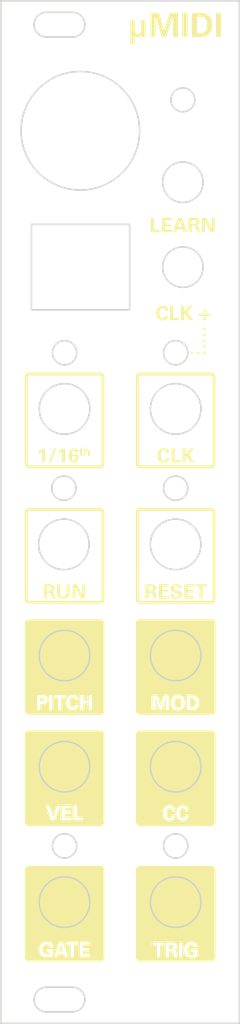
<source format=kicad_pcb>
(kicad_pcb (version 20211014) (generator pcbnew)
  (layers (0 "F.Cu" signal) (31 "B.Cu" signal) (34 "B.Paste" user) (35 "F.Paste" user) (36 "B.SilkS" user "B.Silkscreen") (37 "F.SilkS" user "F.Silkscreen") (38 "B.Mask" user) (39 "F.Mask" user) (44 "Edge.Cuts" user))
  (net 0 "")
  (gr_poly (pts (xy 139.626585 39.487796) (xy 139.628817 39.630945) (xy 139.632259 39.698324) (xy 139.63783 39.762519) (xy 139.645964 39.823241) (xy 139.657095 39.880202) (xy 139.671658 39.933111) (xy 139.690087 39.981679) (xy 139.700886 40.004245) (xy 139.712815 40.025617) (xy 139.725927 40.04576) (xy 139.740276 40.064636) (xy 139.755918 40.08221) (xy 139.772906 40.098446) (xy 139.791294 40.113307) (xy 139.811137 40.126757) (xy 139.832489 40.138761) (xy 139.855405 40.149281) (xy 139.879938 40.158282) (xy 139.906142 40.165728) (xy 139.934073 40.171582) (xy 139.963784 40.175808) (xy 139.99533 40.17837) (xy 140.028764 40.179232) (xy 140.065343 40.17811) (xy 140.099717 40.174804) (xy 140.131953 40.169402) (xy 140.162122 40.161993) (xy 140.19029 40.152668) (xy 140.216527 40.141514) (xy 140.2409 40.128622) (xy 140.26348 40.11408) (xy 140.284333 40.097977) (xy 140.303528 40.080402) (xy 140.321135 40.061446) (xy 140.337221 40.041196) (xy 140.351855 40.019742) (xy 140.365105 39.997173) (xy 140.37704 39.973579) (xy 140.387728 39.949048) (xy 140.397238 39.923669) (xy 140.405638 39.897532) (xy 140.412997 39.870726) (xy 140.419383 39.84334) (xy 140.424864 39.815462) (xy 140.42951 39.787184) (xy 140.436567 39.729777) (xy 140.441103 39.671833) (xy 140.443665 39.614064) (xy 140.4448 39.557185) (xy 140.445057 39.501907) (xy 140.445057 38.457698) (xy 140.99188 38.457698) (xy 140.99188 40.595505) (xy 140.526199 40.595505) (xy 140.526199 40.341508) (xy 140.498196 40.384474) (xy 140.481797 40.407828) (xy 140.463579 40.431906) (xy 140.443376 40.456314) (xy 140.421023 40.48066) (xy 140.396356 40.504552) (xy 140.383102 40.516204) (xy 140.369207 40.527596) (xy 140.354651 40.538677) (xy 140.339413 40.549399) (xy 140.323472 40.559713) (xy 140.306807 40.56957) (xy 140.289399 40.57892) (xy 140.271225 40.587715) (xy 140.252266 40.595905) (xy 140.232501 40.603442) (xy 140.211909 40.610276) (xy 140.190469 40.616357) (xy 140.168162 40.621638) (xy 140.144965 40.626069) (xy 140.120859 40.629601) (xy 140.095823 40.632184) (xy 140.069836 40.63377) (xy 140.042877 40.634309) (xy 140.018233 40.633923) (xy 139.994557 40.632785) (xy 139.971826 40.630932) (xy 139.950015 40.628398) (xy 139.929101 40.625218) (xy 139.909059 40.621427) (xy 139.871498 40.612151) (xy 139.837142 40.600849) (xy 139.805798 40.587801) (xy 139.777276 40.573286) (xy 139.751385 40.557581) (xy 139.727932 40.540968) (xy 139.706728 40.523723) (xy 139.68758 40.506128) (xy 139.670299 40.48846) (xy 139.654691 40.470999) (xy 139.640567 40.454023) (xy 139.616003 40.422645) (xy 139.616003 41.491549) (xy 139.083292 41.491549) (xy 139.083292 38.45417) (xy 139.626585 38.45417)) (layer "F.SilkS") (width 0) (fill solid))
  (gr_poly (pts (xy 144.47744 75.858732) (xy 145.250047 75.858732) (xy 145.250047 76.165644) (xy 144.082313 76.165644) (xy 144.082313 74.362974) (xy 144.47744 74.362974)) (layer "F.SilkS") (width 0) (fill solid))
  (gr_poly (pts (xy 148.412864 79.354951) (xy 148.421626 79.35565) (xy 148.430263 79.3568) (xy 148.438763 79.358388) (xy 148.447117 79.360403) (xy 148.455312 79.362832) (xy 148.463337 79.365662) (xy 148.471183 79.368882) (xy 148.478837 79.37248) (xy 148.486289 79.376442) (xy 148.493528 79.380757) (xy 148.500543 79.385412) (xy 148.507323 79.390396) (xy 148.513856 79.395695) (xy 148.520133 79.401298) (xy 148.526141 79.407192) (xy 148.53187 79.413366) (xy 148.537309 79.419806) (xy 148.542448 79.426501) (xy 148.547274 79.433437) (xy 148.551777 79.440604) (xy 148.555946 79.447988) (xy 148.559771 79.455578) (xy 148.563239 79.463361) (xy 148.56634 79.471325) (xy 148.569064 79.479457) (xy 148.571399 79.487746) (xy 148.573333 79.496178) (xy 148.574857 79.504743) (xy 148.57596 79.513427) (xy 148.576629 79.522217) (xy 148.576854 79.531103) (xy 148.576629 79.539979) (xy 148.57596 79.548741) (xy 148.574857 79.557378) (xy 148.573333 79.565878) (xy 148.571399 79.574231) (xy 148.569064 79.582425) (xy 148.56634 79.590451) (xy 148.563239 79.598296) (xy 148.559771 79.60595) (xy 148.555946 79.613402) (xy 148.551777 79.62064) (xy 148.547274 79.627655) (xy 148.542448 79.634434) (xy 148.537309 79.640967) (xy 148.53187 79.647243) (xy 148.526141 79.653251) (xy 148.520133 79.65898) (xy 148.513856 79.664419) (xy 148.507323 79.669557) (xy 148.500543 79.674383) (xy 148.493528 79.678886) (xy 148.486289 79.683055) (xy 148.478837 79.68688) (xy 148.471183 79.690348) (xy 148.463337 79.693449) (xy 148.455312 79.696173) (xy 148.447117 79.698507) (xy 148.438763 79.700442) (xy 148.430263 79.701966) (xy 148.421626 79.703068) (xy 148.412864 79.703737) (xy 148.403988 79.703963) (xy 148.395111 79.703737) (xy 148.386349 79.703068) (xy 148.377713 79.701966) (xy 148.369212 79.700442) (xy 148.360859 79.698507) (xy 148.352664 79.696173) (xy 148.344638 79.693449) (xy 148.336793 79.690348) (xy 148.329139 79.68688) (xy 148.321687 79.683055) (xy 148.314448 79.678886) (xy 148.307433 79.674383) (xy 148.300653 79.669557) (xy 148.29412 79.664419) (xy 148.287843 79.65898) (xy 148.281835 79.653251) (xy 148.276106 79.647243) (xy 148.270666 79.640967) (xy 148.265528 79.634434) (xy 148.260702 79.627655) (xy 148.256199 79.62064) (xy 148.252029 79.613402) (xy 148.248205 79.60595) (xy 148.244737 79.598296) (xy 148.241635 79.590451) (xy 148.238911 79.582425) (xy 148.236577 79.574231) (xy 148.234642 79.565878) (xy 148.233118 79.557378) (xy 148.232016 79.548741) (xy 148.231346 79.539979) (xy 148.231121 79.531103) (xy 148.231346 79.522217) (xy 148.232016 79.513427) (xy 148.233118 79.504743) (xy 148.234642 79.496178) (xy 148.236577 79.487746) (xy 148.238911 79.479457) (xy 148.241635 79.471325) (xy 148.244737 79.463361) (xy 148.248205 79.455578) (xy 148.252029 79.447988) (xy 148.256199 79.440604) (xy 148.260702 79.433437) (xy 148.265528 79.426501) (xy 148.270666 79.419806) (xy 148.276106 79.413366) (xy 148.281835 79.407192) (xy 148.287843 79.401298) (xy 148.29412 79.395695) (xy 148.300653 79.390396) (xy 148.307433 79.385412) (xy 148.314448 79.380757) (xy 148.321687 79.376442) (xy 148.329139 79.37248) (xy 148.336793 79.368882) (xy 148.344638 79.365662) (xy 148.352664 79.362832) (xy 148.360859 79.360403) (xy 148.369212 79.358388) (xy 148.377713 79.3568) (xy 148.386349 79.35565) (xy 148.395111 79.354951) (xy 148.403988 79.354716)) (layer "F.SilkS") (width 0) (fill solid))
  (gr_poly (pts (xy 135.337927 144.741919) (xy 135.363524 144.743866) (xy 135.38873 144.747071) (xy 135.413513 144.751502) (xy 135.437845 144.757127) (xy 135.461694 144.763913) (xy 135.48503 144.771829) (xy 135.507822 144.780841) (xy 135.530041 144.790918) (xy 135.551656 144.802027) (xy 135.572637 144.814136) (xy 135.592953 144.827213) (xy 135.612574 144.841225) (xy 135.63147 144.85614) (xy 135.64961 144.871926) (xy 135.666963 144.88855) (xy 135.6835 144.90598) (xy 135.699191 144.924185) (xy 135.714003 144.943131) (xy 135.727909 144.962786) (xy 135.740876 144.983117) (xy 135.752875 145.004094) (xy 135.763876 145.025683) (xy 135.773847 145.047852) (xy 135.782759 145.070569) (xy 135.790582 145.093801) (xy 135.797284 145.117516) (xy 135.802835 145.141682) (xy 135.807206 145.166267) (xy 135.810366 145.191238) (xy 135.812284 145.216562) (xy 135.81293 145.242209) (xy 135.81293 156.241682) (xy 135.812274 156.267639) (xy 135.810327 156.293234) (xy 135.807122 156.318438) (xy 135.802691 156.343221) (xy 135.797066 156.367551) (xy 135.790279 156.391398) (xy 135.782364 156.414733) (xy 135.773351 156.437525) (xy 135.763274 156.459743) (xy 135.752165 156.481357) (xy 135.740056 156.502337) (xy 135.726979 156.522652) (xy 135.712966 156.542272) (xy 135.698051 156.561167) (xy 135.682265 156.579306) (xy 135.66564 156.596659) (xy 135.64821 156.613195) (xy 135.630005 156.628885) (xy 135.611059 156.643698) (xy 135.591403 156.657602) (xy 135.57107 156.67057) (xy 135.550093 156.682568) (xy 135.528504 156.693568) (xy 135.506334 156.703539) (xy 135.483617 156.712451) (xy 135.460384 156.720273) (xy 135.436667 156.726975) (xy 135.4125 156.732526) (xy 135.387915 156.736897) (xy 135.362943 156.740057) (xy 135.337617 156.741975) (xy 135.311969 156.742621) (xy 126.31231 156.742621) (xy 126.286352 156.741965) (xy 126.260755 156.740018) (xy 126.23555 156.736813) (xy 126.210766 156.732382) (xy 126.186435 156.726757) (xy 126.162586 156.719971) (xy 126.13925 156.712056) (xy 126.116457 156.703044) (xy 126.094238 156.692967) (xy 126.072623 156.681858) (xy 126.051642 156.669749) (xy 126.031326 156.656673) (xy 126.011705 156.642661) (xy 125.992809 156.627747) (xy 125.97467 156.611961) (xy 125.957316 156.595337) (xy 125.940779 156.577907) (xy 125.925089 156.559703) (xy 125.910276 156.540758) (xy 125.89637 156.521103) (xy 125.883403 156.500771) (xy 125.871404 156.479795) (xy 125.860403 156.458206) (xy 125.850432 156.436038) (xy 125.84152 156.413321) (xy 125.833698 156.390089) (xy 125.826995 156.366374) (xy 125.821444 156.342209) (xy 125.817073 156.317624) (xy 125.813913 156.292653) (xy 125.811995 156.267329) (xy 125.811349 156.241682) (xy 125.811349 155.278601) (xy 127.642327 155.278601) (xy 127.642812 155.315392) (xy 127.644387 155.354147) (xy 127.647233 155.394596) (xy 127.651532 155.436471) (xy 127.657464 155.479504) (xy 127.66521 155.523425) (xy 127.67495 155.567967) (xy 127.686866 155.612859) (xy 127.701139 155.657834) (xy 127.717949 155.702623) (xy 127.737477 155.746957) (xy 127.759905 155.790567) (xy 127.785412 155.833185) (xy 127.81418 155.874542) (xy 127.846391 155.91437) (xy 127.863843 155.933626) (xy 127.882223 155.952399) (xy 127.909541 155.978347) (xy 127.938704 156.003221) (xy 127.969903 156.026937) (xy 128.003329 156.049412) (xy 128.039174 156.070565) (xy 128.077629 156.090312) (xy 128.118884 156.10857) (xy 128.163132 156.125258) (xy 128.210563 156.140292) (xy 128.261369 156.153589) (xy 128.31574 156.165067) (xy 128.373868 156.174644) (xy 128.435945 156.182237) (xy 128.502161 156.187762) (xy 128.572708 156.191138) (xy 128.647776 156.192282) (xy 128.713827 156.191599) (xy 128.775821 156.189629) (xy 128.833919 156.186492) (xy 128.88828 156.182305) (xy 128.939065 156.177188) (xy 128.986434 156.17126) (xy 129.030547 156.164639) (xy 129.071565 156.157445) (xy 129.091276 156.153486) (xy 129.501527 156.153486) (xy 129.871956 156.153486) (xy 130.006015 155.765433) (xy 130.722178 155.765433) (xy 130.85271 156.153486) (xy 131.24078 156.153486) (xy 130.717066 154.647146) (xy 131.060856 154.647146) (xy 131.597096 154.647146) (xy 131.597096 156.153486) (xy 131.985164 156.153486) (xy 132.736606 156.153486) (xy 133.974897 156.153486) (xy 133.974897 155.853628) (xy 133.124675 155.853628) (xy 133.124675 155.366797) (xy 133.893757 155.366797) (xy 133.893757 155.070471) (xy 133.124675 155.070471) (xy 133.124675 154.640082) (xy 133.946674 154.640082) (xy 133.946674 154.347288) (xy 132.736606 154.347288) (xy 132.736606 156.153486) (xy 131.985164 156.153486) (xy 131.985164 154.647146) (xy 132.524932 154.647146) (xy 132.524932 154.347288) (xy 131.060856 154.347288) (xy 131.060856 154.647146) (xy 130.717066 154.647146) (xy 130.612814 154.347288) (xy 130.154188 154.347288) (xy 129.501527 156.153486) (xy 129.091276 156.153486) (xy 129.109648 156.149797) (xy 129.144955 156.141812) (xy 129.177648 156.133611) (xy 129.207885 156.125312) (xy 129.261637 156.108894) (xy 129.307493 156.093512) (xy 129.307493 155.190413) (xy 128.570163 155.190413) (xy 128.570163 155.490271) (xy 128.919425 155.490271) (xy 128.919425 155.87126) (xy 128.880066 155.882727) (xy 128.854806 155.888625) (xy 128.824171 155.894192) (xy 128.786922 155.899098) (xy 128.741817 155.903011) (xy 128.687617 155.905601) (xy 128.623081 155.906538) (xy 128.583832 155.90588) (xy 128.546722 155.90392) (xy 128.511658 155.900678) (xy 128.478548 155.896176) (xy 128.447298 155.890433) (xy 128.417816 155.883471) (xy 128.390008 155.875309) (xy 128.363781 155.86597) (xy 128.339043 155.855473) (xy 128.3157 155.843839) (xy 128.293659 155.831089) (xy 128.272827 155.817243) (xy 128.253112 155.802323) (xy 128.23442 155.786348) (xy 128.216659 155.769339) (xy 128.199734 155.751318) (xy 128.199734 155.747809) (xy 128.187825 155.734358) (xy 128.176559 155.720484) (xy 128.16592 155.706219) (xy 128.155891 155.691594) (xy 128.137589 155.66139) (xy 128.121514 155.630128) (xy 128.107528 155.598059) (xy 128.095489 155.565437) (xy 128.08526 155.532515) (xy 128.076699 155.499547) (xy 128.069668 155.466786) (xy 128.064028 155.434484) (xy 128.059638 155.402895) (xy 128.056359 155.372273) (xy 128.054051 155.34287) (xy 128.052576 155.314939) (xy 128.051563 155.264509) (xy 128.052622 155.210857) (xy 128.056062 155.154935) (xy 128.062284 155.097536) (xy 128.071683 155.039449) (xy 128.084658 154.981466) (xy 128.092612 154.95276) (xy 128.101608 154.924377) (xy 128.111697 154.896415) (xy 128.122929 154.868972) (xy 128.135354 154.842149) (xy 128.149021 154.816043) (xy 128.16398 154.790754) (xy 128.18028 154.76638) (xy 128.197972 154.74302) (xy 128.217105 154.720773) (xy 128.237729 154.699738) (xy 128.259894 154.680014) (xy 128.283649 154.661699) (xy 128.309044 154.644892) (xy 128.336129 154.629693) (xy 128.364954 154.616199) (xy 128.395568 154.604511) (xy 128.428021 154.594725) (xy 128.462363 154.586943) (xy 128.498643 154.581261) (xy 128.536912 154.57778) (xy 128.577219 154.576597) (xy 128.593766 154.576864) (xy 128.611526 154.577741) (xy 128.630311 154.579341) (xy 128.649927 154.581778) (xy 128.670184 154.585166) (xy 128.69089 154.589619) (xy 128.711855 154.59525) (xy 128.732888 154.602172) (xy 128.753796 154.6105) (xy 128.774389 154.620348) (xy 128.784507 154.625877) (xy 128.794475 154.631828) (xy 128.804269 154.638216) (xy 128.813864 154.645055) (xy 128.823237 154.652359) (xy 128.832364 154.660142) (xy 128.841221 154.668419) (xy 128.849784 154.677204) (xy 128.858029 154.68651) (xy 128.865932 154.696353) (xy 128.87347 154.706746) (xy 128.880618 154.717703) (xy 128.888731 154.730886) (xy 128.895908 154.74396) (xy 128.902207 154.7569) (xy 128.907684 154.76968) (xy 128.912396 154.782274) (xy 128.9164 154.794656) (xy 128.919753 154.806801) (xy 128.922512 154.818682) (xy 128.924733 154.830274) (xy 128.926474 154.841551) (xy 128.927791 154.852486) (xy 128.928741 154.863055) (xy 128.929381 154.873231) (xy 128.929767 154.882989) (xy 128.930009 154.901144) (xy 129.332188 154.901144) (xy 129.330486 154.862208) (xy 129.327172 154.819841) (xy 129.32451 154.797538) (xy 129.320964 154.77458) (xy 129.316374 154.751032) (xy 129.31058 154.726962) (xy 129.303422 154.702438) (xy 129.294739 154.677526) (xy 129.284371 154.652293) (xy 129.272159 154.626807) (xy 129.257941 154.601135) (xy 129.241559 154.575343) (xy 129.22285 154.5495) (xy 129.201656 154.523672) (xy 129.174065 154.494393) (xy 129.144314 154.467377) (xy 129.112558 154.442574) (xy 129.078951 154.419931) (xy 129.04365 154.399396) (xy 129.006809 154.380919) (xy 128.968582 154.364446) (xy 128.929126 154.349927) (xy 128.888595 154.33731) (xy 128.847144 154.326543) (xy 128.804928 154.317574) (xy 128.762102 154.310352) (xy 128.718822 154.304825) (xy 128.675242 154.300941) (xy 128.631517 154.298648) (xy 128.587802 154.297896) (xy 128.536979 154.298897) (xy 128.48707 154.301895) (xy 128.438121 154.30688) (xy 128.390178 154.313846) (xy 128.343286 154.322783) (xy 128.297492 154.333683) (xy 128.252842 154.346538) (xy 128.20938 154.361339) (xy 128.167154 154.378078) (xy 128.126209 154.396746) (xy 128.08659 154.417335) (xy 128.048344 154.439837) (xy 128.011517 154.464244) (xy 127.976154 154.490546) (xy 127.942302 154.518735) (xy 127.910006 154.548804) (xy 127.879311 154.580743) (xy 127.850265 154.614544) (xy 127.822912 154.6502) (xy 127.797299 154.6877) (xy 127.773471 154.727038) (xy 127.751475 154.768205) (xy 127.731356 154.811192) (xy 127.71316 154.85599) (xy 127.696933 154.902593) (xy 127.682721 154.95099) (xy 127.670569 155.001174) (xy 127.660524 155.053136) (xy 127.652631 155.106869) (xy 127.646937 155.162362) (xy 127.643487 155.219609) (xy 127.642327 155.278601) (xy 125.811349 155.278601) (xy 125.811349 145.242209) (xy 125.812005 145.216252) (xy 125.813952 145.190655) (xy 125.817157 145.165451) (xy 125.821588 145.140668) (xy 125.827213 145.116337) (xy 125.834 145.092489) (xy 125.841916 145.069154) (xy 125.850928 145.046362) (xy 125.861005 145.024143) (xy 125.872114 145.002529) (xy 125.884224 144.981549) (xy 125.8973 144.961233) (xy 125.911313 144.941613) (xy 125.926228 144.922718) (xy 125.942014 144.904579) (xy 125.958639 144.887225) (xy 125.97607 144.870689) (xy 125.994274 144.854999) (xy 126.013221 144.840186) (xy 126.032876 144.826281) (xy 126.053209 144.813314) (xy 126.074186 144.801315) (xy 126.095776 144.790315) (xy 126.117945 144.780344) (xy 126.140663 144.771432) (xy 126.163896 144.76361) (xy 126.187612 144.756908) (xy 126.211779 144.751357) (xy 126.236365 144.746986) (xy 126.261337 144.743827) (xy 126.286663 144.741909) (xy 126.31231 144.741263) (xy 135.311969 144.741263)) (layer "F.SilkS") (width 0) (fill solid))
  (gr_poly (pts (xy 146.184942 65.123841) (xy 145.796875 65.123841) (xy 145.666341 64.735791) (xy 144.950178 64.735791) (xy 144.816118 65.123841) (xy 144.44569 65.123841) (xy 144.691712 64.442988) (xy 145.048961 64.442988) (xy 145.56756 64.442988) (xy 145.317079 63.673941) (xy 145.048961 64.442988) (xy 144.691712 64.442988) (xy 145.09835 63.317639) (xy 145.556976 63.317639)) (layer "F.SilkS") (width 0) (fill solid))
  (gr_poly (pts (xy 146.424839 93.056437) (xy 147.144529 94.05126) (xy 146.661207 94.05126) (xy 146.029714 93.130518) (xy 146.029714 94.05126) (xy 145.641645 94.05126) (xy 145.641645 92.252112) (xy 145.645174 92.255644) (xy 146.033243 92.255644) (xy 146.033243 93.031744) (xy 146.636512 92.248587) (xy 147.088081 92.248587)) (layer "F.SilkS") (width 0) (fill solid))
  (gr_poly (pts (xy 146.276664 40.591977) (xy 145.620475 40.591977) (xy 145.620475 37.522849) (xy 146.276664 37.522849)) (layer "F.SilkS") (width 0) (fill solid))
  (gr_poly (pts (xy 148.710916 109.654425) (xy 148.174677 109.654425) (xy 148.174677 111.160765) (xy 147.786609 111.160765) (xy 147.786609 109.654425) (xy 147.246839 109.654425) (xy 147.246839 109.354567) (xy 148.710916 109.354567)) (layer "F.SilkS") (width 0) (fill solid))
  (gr_poly (pts (xy 143.367558 92.238696) (xy 143.403514 92.240779) (xy 143.438709 92.244223) (xy 143.473117 92.249008) (xy 143.506708 92.255109) (xy 143.539455 92.262507) (xy 143.571328 92.271178) (xy 143.602299 92.281101) (xy 143.63234 92.292255) (xy 143.661422 92.304616) (xy 143.689518 92.318162) (xy 143.716598 92.332874) (xy 143.742634 92.348726) (xy 143.767597 92.3657) (xy 143.79146 92.383771) (xy 143.814194 92.402918) (xy 143.83577 92.42312) (xy 143.85616 92.444353) (xy 143.875336 92.466598) (xy 143.893268 92.48983) (xy 143.90993 92.514029) (xy 143.925292 92.539172) (xy 143.939325 92.565237) (xy 143.952003 92.592203) (xy 143.963295 92.620048) (xy 143.973173 92.648749) (xy 143.98161 92.678285) (xy 143.988577 92.708633) (xy 143.994045 92.739772) (xy 143.997986 92.77168) (xy 144.000371 92.804334) (xy 144.001173 92.837713) (xy 143.609145 92.837713) (xy 143.605677 92.80937) (xy 143.602306 92.788364) (xy 143.59756 92.764846) (xy 143.59112 92.739469) (xy 143.582663 92.712882) (xy 143.571871 92.685737) (xy 143.565499 92.672158) (xy 143.558423 92.658684) (xy 143.550603 92.645397) (xy 143.541998 92.632376) (xy 143.532569 92.619705) (xy 143.522276 92.607464) (xy 143.511078 92.595734) (xy 143.498936 92.584597) (xy 143.48581 92.574135) (xy 143.471659 92.564428) (xy 143.456443 92.555558) (xy 143.440123 92.547607) (xy 143.422658 92.540656) (xy 143.404008 92.534787) (xy 143.384133 92.53008) (xy 143.362994 92.526617) (xy 143.34055 92.524479) (xy 143.316761 92.523749) (xy 143.290455 92.52462) (xy 143.265113 92.527207) (xy 143.240725 92.531466) (xy 143.217284 92.537357) (xy 143.194781 92.544836) (xy 143.173207 92.553863) (xy 143.152554 92.564394) (xy 143.132814 92.576389) (xy 143.113979 92.589805) (xy 143.096039 92.6046) (xy 143.078987 92.620732) (xy 143.062814 92.638159) (xy 143.047512 92.656839) (xy 143.033073 92.676731) (xy 143.019487 92.697791) (xy 143.006747 92.719979) (xy 142.994844 92.743252) (xy 142.98377 92.767568) (xy 142.973516 92.792886) (xy 142.964074 92.819162) (xy 142.955436 92.846356) (xy 142.947593 92.874425) (xy 142.940537 92.903327) (xy 142.93426 92.933021) (xy 142.928752 92.963464) (xy 142.924006 92.994614) (xy 142.916765 93.058869) (xy 142.912469 93.125448) (xy 142.911052 93.194018) (xy 142.91179 93.251081) (xy 142.913541 93.290614) (xy 142.916951 93.335677) (xy 142.922572 93.384915) (xy 142.930959 93.436975) (xy 142.942663 93.490502) (xy 142.958238 93.544142) (xy 142.96765 93.570582) (xy 142.978237 93.596543) (xy 142.990068 93.621855) (xy 143.003212 93.64635) (xy 143.017739 93.669857) (xy 143.033717 93.692208) (xy 143.051215 93.713234) (xy 143.070304 93.732765) (xy 143.091051 93.750631) (xy 143.113527 93.766665) (xy 143.137799 93.780697) (xy 143.163938 93.792556) (xy 143.192012 93.802075) (xy 143.222091 93.809084) (xy 143.254243 93.813413) (xy 143.288538 93.814894) (xy 143.318849 93.813687) (xy 143.348788 93.81003) (xy 143.363553 93.807267) (xy 143.378148 93.803872) (xy 143.392546 93.799839) (xy 143.406722 93.795161) (xy 143.42065 93.789833) (xy 143.434304 93.783847) (xy 143.447659 93.777196) (xy 143.460688 93.769876) (xy 143.473365 93.761878) (xy 143.485666 93.753197) (xy 143.497563 93.743826) (xy 143.509031 93.733758) (xy 143.520045 93.722988) (xy 143.530577 93.711509) (xy 143.540604 93.699313) (xy 143.550098 93.686396) (xy 143.559034 93.67275) (xy 143.567386 93.658369) (xy 143.575128 93.643246) (xy 143.582235 93.627375) (xy 143.58868 93.61075) (xy 143.594438 93.593364) (xy 143.599482 93.57521) (xy 143.603788 93.556283) (xy 143.607329 93.536575) (xy 143.610079 93.51608) (xy 143.612012 93.494792) (xy 143.613104 93.472704) (xy 144.018812 93.472704) (xy 144.015746 93.515203) (xy 144.010819 93.562662) (xy 144.00718 93.587942) (xy 144.002503 93.61409) (xy 143.996595 93.640982) (xy 143.989266 93.668494) (xy 143.980325 93.696502) (xy 143.96958 93.724882) (xy 143.956841 93.75351) (xy 143.941915 93.782263) (xy 143.924612 93.811015) (xy 143.91501 93.825353) (xy 143.904741 93.839644) (xy 143.893783 93.853872) (xy 143.88211 93.868024) (xy 143.869701 93.882083) (xy 143.856529 93.896033) (xy 143.826246 93.925614) (xy 143.795018 93.952276) (xy 143.762973 93.976158) (xy 143.730241 93.9974) (xy 143.696951 94.01614) (xy 143.663232 94.032519) (xy 143.629213 94.046676) (xy 143.595023 94.05875) (xy 143.560793 94.068882) (xy 143.52665 94.07721) (xy 143.492724 94.083874) (xy 143.459144 94.089013) (xy 143.42604 94.092768) (xy 143.39354 94.095277) (xy 143.361774 94.09668) (xy 143.330871 94.097117) (xy 143.273874 94.095787) (xy 143.219278 94.091857) (xy 143.167043 94.085411) (xy 143.117131 94.076536) (xy 143.069503 94.065317) (xy 143.02412 94.051841) (xy 142.980945 94.036193) (xy 142.939937 94.018459) (xy 142.901058 93.998725) (xy 142.86427 93.977078) (xy 142.829533 93.953602) (xy 142.796809 93.928384) (xy 142.766059 93.90151) (xy 142.737245 93.873066) (xy 142.710327 93.843137) (xy 142.685267 93.81181) (xy 142.662026 93.779171) (xy 142.640565 93.745304) (xy 142.620846 93.710297) (xy 142.60283 93.674235) (xy 142.586478 93.637204) (xy 142.571751 93.59929) (xy 142.55861 93.560579) (xy 142.547017 93.521157) (xy 142.52832 93.440522) (xy 142.515349 93.358074) (xy 142.507794 93.274499) (xy 142.505344 93.190485) (xy 142.509073 93.08561) (xy 142.513696 93.034933) (xy 142.520124 92.985478) (xy 142.528333 92.937278) (xy 142.538297 92.890368) (xy 142.549991 92.844785) (xy 142.563389 92.800561) (xy 142.578467 92.757733) (xy 142.5952 92.716335) (xy 142.613561 92.676402) (xy 142.633527 92.637968) (xy 142.655071 92.60107) (xy 142.678169 92.565741) (xy 142.702795 92.532017) (xy 142.728925 92.499932) (xy 142.756532 92.469521) (xy 142.785592 92.44082) (xy 142.81608 92.413863) (xy 142.84797 92.388684) (xy 142.881238 92.36532) (xy 142.915857 92.343804) (xy 142.951804 92.324171) (xy 142.989052 92.306458) (xy 143.027576 92.290697) (xy 143.067352 92.276925) (xy 143.108354 92.265176) (xy 143.150556 92.255484) (xy 143.193934 92.247886) (xy 143.238463 92.242416) (xy 143.284117 92.239108) (xy 143.330871 92.237997)) (layer "F.SilkS") (width 0) (fill solid))
  (gr_poly (pts (xy 147.647309 80.092242) (xy 147.656071 80.092911) (xy 147.664708 80.094013) (xy 147.673208 80.095537) (xy 147.681562 80.097472) (xy 147.689756 80.099807) (xy 147.697782 80.10253) (xy 147.705627 80.105631) (xy 147.713282 80.109099) (xy 147.720734 80.112923) (xy 147.727972 80.117092) (xy 147.734987 80.121595) (xy 147.741767 80.126421) (xy 147.7483 80.131559) (xy 147.754576 80.136998) (xy 147.760585 80.142727) (xy 147.766314 80.148735) (xy 147.771753 80.155011) (xy 147.776891 80.161544) (xy 147.781718 80.168323) (xy 147.786221 80.175338) (xy 147.79039 80.182576) (xy 147.794214 80.190028) (xy 147.797683 80.197681) (xy 147.800784 80.205527) (xy 147.803508 80.213552) (xy 147.805842 80.221746) (xy 147.807777 80.230099) (xy 147.809301 80.238599) (xy 147.810403 80.247235) (xy 147.811073 80.255996) (xy 147.811298 80.264872) (xy 147.811073 80.273748) (xy 147.810403 80.28251) (xy 147.809301 80.291146) (xy 147.807777 80.299646) (xy 147.805842 80.307999) (xy 147.803508 80.316194) (xy 147.800784 80.324219) (xy 147.797683 80.332064) (xy 147.794214 80.339718) (xy 147.79039 80.34717) (xy 147.786221 80.354409) (xy 147.781718 80.361423) (xy 147.776891 80.368202) (xy 147.771753 80.374736) (xy 147.766314 80.381012) (xy 147.760585 80.38702) (xy 147.754576 80.392749) (xy 147.7483 80.398188) (xy 147.741767 80.403326) (xy 147.734987 80.408152) (xy 147.727972 80.412655) (xy 147.720734 80.416824) (xy 147.713282 80.420648) (xy 147.705627 80.424116) (xy 147.697782 80.427217) (xy 147.689756 80.429941) (xy 147.681562 80.432276) (xy 147.673208 80.43421) (xy 147.664708 80.435734) (xy 147.656071 80.436836) (xy 147.647309 80.437506) (xy 147.638433 80.437731) (xy 147.629557 80.437506) (xy 147.620795 80.436836) (xy 147.612158 80.435734) (xy 147.603657 80.43421) (xy 147.595304 80.432276) (xy 147.587109 80.429941) (xy 147.579083 80.427217) (xy 147.571238 80.424116) (xy 147.563584 80.420648) (xy 147.556132 80.416824) (xy 147.548893 80.412655) (xy 147.541878 80.408152) (xy 147.535098 80.403326) (xy 147.528565 80.398188) (xy 147.522288 80.392749) (xy 147.51628 80.38702) (xy 147.510551 80.381012) (xy 147.505111 80.374736) (xy 147.499973 80.368202) (xy 147.495147 80.361423) (xy 147.490644 80.354409) (xy 147.486474 80.34717) (xy 147.48265 80.339718) (xy 147.479182 80.332064) (xy 147.47608 80.324219) (xy 147.473357 80.316194) (xy 147.471022 80.307999) (xy 147.469087 80.299646) (xy 147.467563 80.291146) (xy 147.466461 80.28251) (xy 147.465792 80.273748) (xy 147.465566 80.264872) (xy 147.465792 80.255996) (xy 147.466461 80.247235) (xy 147.467563 80.238599) (xy 147.469087 80.230099) (xy 147.471022 80.221746) (xy 147.473357 80.213552) (xy 147.47608 80.205527) (xy 147.479182 80.197681) (xy 147.48265 80.190028) (xy 147.486474 80.182576) (xy 147.490644 80.175338) (xy 147.495147 80.168323) (xy 147.499973 80.161544) (xy 147.505111 80.155011) (xy 147.510551 80.148735) (xy 147.51628 80.142727) (xy 147.522288 80.136998) (xy 147.528565 80.131559) (xy 147.535098 80.126421) (xy 147.541878 80.121595) (xy 147.548893 80.117092) (xy 147.556132 80.112923) (xy 147.563584 80.109099) (xy 147.571238 80.105631) (xy 147.579083 80.10253) (xy 147.587109 80.099807) (xy 147.595304 80.097472) (xy 147.603657 80.095537) (xy 147.612158 80.094013) (xy 147.620795 80.092911) (xy 147.629557 80.092242) (xy 147.638433 80.092016)) (layer "F.SilkS") (width 0) (fill solid))
  (gr_poly (pts (xy 144.653833 93.747874) (xy 145.426445 93.747874) (xy 145.426445 94.054785) (xy 144.258711 94.054785) (xy 144.258711 92.252112) (xy 144.653833 92.252112)) (layer "F.SilkS") (width 0) (fill solid))
  (gr_poly (pts (xy 143.094503 63.317639) (xy 143.090976 63.317639) (xy 143.094503 63.317637)) (layer "F.SilkS") (width 0) (fill solid))
  (gr_poly (pts (xy 148.569797 75.21316) (xy 148.195841 75.21316) (xy 148.195841 74.846274) (xy 148.569797 74.846274)) (layer "F.SilkS") (width 0) (fill solid))
  (gr_poly (pts (xy 133.5198 92.587244) (xy 133.530487 92.572417) (xy 133.537016 92.564052) (xy 133.54444 92.555274) (xy 133.552835 92.546249) (xy 133.562279 92.53714) (xy 133.567418 92.532607) (xy 133.57285 92.528115) (xy 133.578582 92.523684) (xy 133.584624 92.519337) (xy 133.590988 92.515093) (xy 133.597681 92.510973) (xy 133.604714 92.506997) (xy 133.612097 92.503187) (xy 133.619838 92.499563) (xy 133.627949 92.496146) (xy 133.636438 92.492956) (xy 133.645315 92.490014) (xy 133.654591 92.487341) (xy 133.664274 92.484957) (xy 133.674374 92.482883) (xy 133.684901 92.48114) (xy 133.695865 92.479749) (xy 133.707275 92.478729) (xy 133.719142 92.478102) (xy 133.731474 92.477888) (xy 133.751526 92.478494) (xy 133.770673 92.480252) (xy 133.788921 92.483074) (xy 133.806276 92.486873) (xy 133.822741 92.49156) (xy 133.838323 92.497049) (xy 133.853026 92.503251) (xy 133.866856 92.510078) (xy 133.879818 92.517442) (xy 133.891917 92.525256) (xy 133.903158 92.533432) (xy 133.913546 92.541882) (xy 133.923086 92.550517) (xy 133.931785 92.559251) (xy 133.939646 92.567995) (xy 133.946675 92.576662) (xy 133.951881 92.583649) (xy 133.9569 92.59138) (xy 133.961713 92.599855) (xy 133.966299 92.609074) (xy 133.970636 92.619037) (xy 133.974705 92.629744) (xy 133.978485 92.641195) (xy 133.981954 92.653391) (xy 133.985093 92.66633) (xy 133.98788 92.680014) (xy 133.990295 92.694442) (xy 133.992317 92.709615) (xy 133.993926 92.725531) (xy 133.995101 92.742192) (xy 133.995821 92.759597) (xy 133.996066 92.777746) (xy 133.996066 93.225771) (xy 133.780864 93.225771) (xy 133.780864 92.784804) (xy 133.780629 92.765829) (xy 133.780073 92.754434) (xy 133.778989 92.74214) (xy 133.777203 92.729227) (xy 133.774538 92.715972) (xy 133.770819 92.702655) (xy 133.768509 92.69606) (xy 133.76587 92.689555) (xy 133.762879 92.683174) (xy 133.759515 92.676951) (xy 133.755756 92.670922) (xy 133.751579 92.665122) (xy 133.746963 92.659586) (xy 133.741886 92.654348) (xy 133.736326 92.649443) (xy 133.73026 92.644907) (xy 133.723668 92.640773) (xy 133.716526 92.637078) (xy 133.708813 92.633855) (xy 133.700507 92.63114) (xy 133.691587 92.628968) (xy 133.682029 92.627373) (xy 133.671813 92.62639) (xy 133.660915 92.626055) (xy 133.649486 92.62648) (xy 133.637784 92.627798) (xy 133.625947 92.630078) (xy 133.614115 92.633387) (xy 133.608245 92.635448) (xy 133.602428 92.637791) (xy 133.596683 92.640424) (xy 133.591026 92.643357) (xy 133.585474 92.646598) (xy 133.580047 92.650154) (xy 133.574759 92.654034) (xy 133.569631 92.658247) (xy 133.564678 92.662801) (xy 133.559918 92.667705) (xy 133.555369 92.672966) (xy 133.551047 92.678594) (xy 133.546972 92.684596) (xy 133.543159 92.690981) (xy 133.539626 92.697758) (xy 133.536392 92.704934) (xy 133.533472 92.712519) (xy 133.530885 92.72052) (xy 133.528649 92.728947) (xy 133.52678 92.737806) (xy 133.525295 92.747108) (xy 133.524214 92.756859) (xy 133.523552 92.767069) (xy 133.523328 92.777746) (xy 133.523328 93.229296) (xy 133.308125 93.229296) (xy 133.308125 92.174502) (xy 133.304598 92.170977) (xy 133.5198 92.170977)) (layer "F.SilkS") (width 0) (fill solid))
  (gr_poly (pts (xy 148.412864 78.607066) (xy 148.421626 78.607735) (xy 148.430263 78.608837) (xy 148.438763 78.610361) (xy 148.447117 78.612296) (xy 148.455312 78.61463) (xy 148.463337 78.617354) (xy 148.471183 78.620455) (xy 148.478837 78.623923) (xy 148.486289 78.627748) (xy 148.493528 78.631917) (xy 148.500543 78.63642) (xy 148.507323 78.641246) (xy 148.513856 78.646384) (xy 148.520133 78.651822) (xy 148.526141 78.657552) (xy 148.53187 78.66356) (xy 148.537309 78.669836) (xy 148.542448 78.676369) (xy 148.547274 78.683148) (xy 148.551777 78.690163) (xy 148.555946 78.697401) (xy 148.559771 78.704853) (xy 148.563239 78.712507) (xy 148.56634 78.720352) (xy 148.569064 78.728378) (xy 148.571399 78.736572) (xy 148.573333 78.744925) (xy 148.574857 78.753425) (xy 148.57596 78.762062) (xy 148.576629 78.770823) (xy 148.576854 78.7797) (xy 148.576629 78.788575) (xy 148.57596 78.797337) (xy 148.574857 78.805973) (xy 148.573333 78.814473) (xy 148.571399 78.822825) (xy 148.569064 78.83102) (xy 148.56634 78.839045) (xy 148.563239 78.84689) (xy 148.559771 78.854544) (xy 148.555946 78.861995) (xy 148.551777 78.869234) (xy 148.547274 78.876248) (xy 148.542448 78.883027) (xy 148.537309 78.88956) (xy 148.53187 78.895836) (xy 148.526141 78.901844) (xy 148.520133 78.907573) (xy 148.513856 78.913012) (xy 148.507323 78.91815) (xy 148.500543 78.922976) (xy 148.493528 78.927479) (xy 148.486289 78.931648) (xy 148.478837 78.935472) (xy 148.471183 78.93894) (xy 148.463337 78.942041) (xy 148.455312 78.944765) (xy 148.447117 78.947099) (xy 148.438763 78.949034) (xy 148.430263 78.950558) (xy 148.421626 78.95166) (xy 148.412864 78.952329) (xy 148.403988 78.952555) (xy 148.395111 78.952329) (xy 148.386349 78.95166) (xy 148.377713 78.950558) (xy 148.369212 78.949034) (xy 148.360859 78.947099) (xy 148.352664 78.944765) (xy 148.344638 78.942041) (xy 148.336793 78.93894) (xy 148.329139 78.935472) (xy 148.321687 78.931648) (xy 148.314448 78.927479) (xy 148.307433 78.922976) (xy 148.300653 78.91815) (xy 148.29412 78.913012) (xy 148.287843 78.907573) (xy 148.281835 78.901844) (xy 148.276106 78.895836) (xy 148.270666 78.88956) (xy 148.265528 78.883027) (xy 148.260702 78.876248) (xy 148.256199 78.869234) (xy 148.252029 78.861995) (xy 148.248205 78.854544) (xy 148.244737 78.84689) (xy 148.241635 78.839045) (xy 148.238911 78.83102) (xy 148.236577 78.822825) (xy 148.234642 78.814473) (xy 148.233118 78.805973) (xy 148.232016 78.797337) (xy 148.231346 78.788575) (xy 148.231121 78.7797) (xy 148.231346 78.770823) (xy 148.232016 78.762062) (xy 148.233118 78.753425) (xy 148.234642 78.744925) (xy 148.236577 78.736572) (xy 148.238911 78.728378) (xy 148.241635 78.720352) (xy 148.244737 78.712507) (xy 148.248205 78.704853) (xy 148.252029 78.697401) (xy 148.256199 78.690163) (xy 148.260702 78.683148) (xy 148.265528 78.676369) (xy 148.270666 78.669836) (xy 148.276106 78.66356) (xy 148.281835 78.657552) (xy 148.287843 78.651822) (xy 148.29412 78.646384) (xy 148.300653 78.641246) (xy 148.307433 78.63642) (xy 148.314448 78.631917) (xy 148.321687 78.627748) (xy 148.329139 78.623923) (xy 148.336793 78.620455) (xy 148.344638 78.617354) (xy 148.352664 78.61463) (xy 148.360859 78.612296) (xy 148.369212 78.610361) (xy 148.377713 78.608837) (xy 148.386349 78.607735) (xy 148.395111 78.607066) (xy 148.403988 78.60684)) (layer "F.SilkS") (width 0) (fill solid))
  (gr_poly (pts (xy 140.974241 109.354567) (xy 140.970712 109.354567) (xy 140.974241 109.35105)) (layer "F.SilkS") (width 0) (fill solid))
  (gr_poly (pts (xy 149.046062 75.661181) (xy 147.716047 75.661181) (xy 147.716047 75.340159) (xy 149.046062 75.340159)) (layer "F.SilkS") (width 0) (fill solid))
  (gr_poly (pts (xy 142.085527 64.816925) (xy 142.858135 64.816925) (xy 142.858135 65.123841) (xy 141.690403 65.123841) (xy 141.690403 63.321167) (xy 142.085527 63.321167)) (layer "F.SilkS") (width 0) (fill solid))
  (gr_poly (pts (xy 148.412864 77.107779) (xy 148.421626 77.108449) (xy 148.430263 77.109551) (xy 148.438763 77.111075) (xy 148.447117 77.113009) (xy 148.455312 77.115344) (xy 148.463337 77.118067) (xy 148.471183 77.121168) (xy 148.478837 77.124637) (xy 148.486289 77.128461) (xy 148.493528 77.13263) (xy 148.500543 77.137133) (xy 148.507323 77.141959) (xy 148.513856 77.147097) (xy 148.520133 77.152535) (xy 148.526141 77.158264) (xy 148.53187 77.164272) (xy 148.537309 77.170548) (xy 148.542448 77.177081) (xy 148.547274 77.183861) (xy 148.551777 77.190875) (xy 148.555946 77.198113) (xy 148.559771 77.205565) (xy 148.563239 77.213219) (xy 148.56634 77.221064) (xy 148.569064 77.229089) (xy 148.571399 77.237283) (xy 148.573333 77.245636) (xy 148.574857 77.254136) (xy 148.57596 77.262772) (xy 148.576629 77.271533) (xy 148.576854 77.280409) (xy 148.576629 77.289285) (xy 148.57596 77.298047) (xy 148.574857 77.306683) (xy 148.573333 77.315184) (xy 148.571399 77.323536) (xy 148.569064 77.331731) (xy 148.56634 77.339756) (xy 148.563239 77.347602) (xy 148.559771 77.355256) (xy 148.555946 77.362707) (xy 148.551777 77.369946) (xy 148.547274 77.37696) (xy 148.542448 77.38374) (xy 148.537309 77.390273) (xy 148.53187 77.396549) (xy 148.526141 77.402557) (xy 148.520133 77.408286) (xy 148.513856 77.413725) (xy 148.507323 77.418863) (xy 148.500543 77.423689) (xy 148.493528 77.428192) (xy 148.486289 77.432361) (xy 148.478837 77.436185) (xy 148.471183 77.439653) (xy 148.463337 77.442755) (xy 148.455312 77.445478) (xy 148.447117 77.447813) (xy 148.438763 77.449747) (xy 148.430263 77.451271) (xy 148.421626 77.452373) (xy 148.412864 77.453043) (xy 148.403988 77.453268) (xy 148.395111 77.453043) (xy 148.386349 77.452373) (xy 148.377713 77.451271) (xy 148.369212 77.449747) (xy 148.360859 77.447813) (xy 148.352664 77.445478) (xy 148.344638 77.442755) (xy 148.336793 77.439653) (xy 148.329139 77.436185) (xy 148.321687 77.432361) (xy 148.314448 77.428192) (xy 148.307433 77.423689) (xy 148.300653 77.418863) (xy 148.29412 77.413725) (xy 148.287843 77.408286) (xy 148.281835 77.402557) (xy 148.276106 77.396549) (xy 148.270666 77.390273) (xy 148.265528 77.38374) (xy 148.260702 77.37696) (xy 148.256199 77.369946) (xy 148.252029 77.362707) (xy 148.248205 77.355256) (xy 148.244737 77.347602) (xy 148.241635 77.339756) (xy 148.238911 77.331731) (xy 148.236577 77.323536) (xy 148.234642 77.315184) (xy 148.233118 77.306683) (xy 148.232016 77.298047) (xy 148.231346 77.289285) (xy 148.231121 77.280409) (xy 148.231346 77.271533) (xy 148.232016 77.262772) (xy 148.233118 77.254136) (xy 148.234642 77.245636) (xy 148.236577 77.237283) (xy 148.238911 77.229089) (xy 148.241635 77.221064) (xy 148.244737 77.213219) (xy 148.248205 77.205565) (xy 148.252029 77.198113) (xy 148.256199 77.190875) (xy 148.260702 77.183861) (xy 148.265528 77.177081) (xy 148.270666 77.170548) (xy 148.276106 77.164272) (xy 148.281835 77.158264) (xy 148.287843 77.152535) (xy 148.29412 77.147097) (xy 148.300653 77.141959) (xy 148.307433 77.137133) (xy 148.314448 77.13263) (xy 148.321687 77.128461) (xy 148.329139 77.124637) (xy 148.336793 77.121168) (xy 148.344638 77.118067) (xy 148.352664 77.115344) (xy 148.360859 77.113009) (xy 148.369212 77.111075) (xy 148.377713 77.109551) (xy 148.386349 77.108449) (xy 148.395111 77.107779) (xy 148.403988 77.107554)) (layer "F.SilkS") (width 0) (fill solid))
  (gr_poly (pts (xy 148.39875 80.092242) (xy 148.407512 80.092911) (xy 148.416148 80.094013) (xy 148.424649 80.095537) (xy 148.433002 80.097472) (xy 148.441197 80.099807) (xy 148.449222 80.10253) (xy 148.457068 80.105631) (xy 148.464722 80.109099) (xy 148.472174 80.112923) (xy 148.479413 80.117092) (xy 148.486428 80.121595) (xy 148.493207 80.126421) (xy 148.499741 80.131559) (xy 148.506017 80.136998) (xy 148.512026 80.142727) (xy 148.517755 80.148735) (xy 148.523194 80.155011) (xy 148.528333 80.161544) (xy 148.533159 80.168323) (xy 148.537662 80.175338) (xy 148.541831 80.182576) (xy 148.545656 80.190028) (xy 148.549124 80.197681) (xy 148.552226 80.205527) (xy 148.554949 80.213552) (xy 148.557284 80.221746) (xy 148.559219 80.230099) (xy 148.560743 80.238599) (xy 148.561845 80.247235) (xy 148.562514 80.255996) (xy 148.56274 80.264872) (xy 148.562514 80.273748) (xy 148.561845 80.28251) (xy 148.560743 80.291146) (xy 148.559219 80.299646) (xy 148.557284 80.307999) (xy 148.554949 80.316194) (xy 148.552226 80.324219) (xy 148.549124 80.332064) (xy 148.545656 80.339718) (xy 148.541831 80.34717) (xy 148.537662 80.354409) (xy 148.533159 80.361423) (xy 148.528333 80.368202) (xy 148.523194 80.374736) (xy 148.517755 80.381012) (xy 148.512026 80.38702) (xy 148.506017 80.392749) (xy 148.499741 80.398188) (xy 148.493207 80.403326) (xy 148.486428 80.408152) (xy 148.479413 80.412655) (xy 148.472174 80.416824) (xy 148.464722 80.420648) (xy 148.457068 80.424116) (xy 148.449222 80.427217) (xy 148.441197 80.429941) (xy 148.433002 80.432276) (xy 148.424649 80.43421) (xy 148.416148 80.435734) (xy 148.407512 80.436836) (xy 148.39875 80.437506) (xy 148.389873 80.437731) (xy 148.380997 80.437506) (xy 148.372235 80.436836) (xy 148.363598 80.435734) (xy 148.355097 80.43421) (xy 148.346744 80.432276) (xy 148.338549 80.429941) (xy 148.330523 80.427217) (xy 148.322678 80.424116) (xy 148.315024 80.420648) (xy 148.307572 80.416824) (xy 148.300333 80.412655) (xy 148.293318 80.408152) (xy 148.286538 80.403326) (xy 148.280005 80.398188) (xy 148.273728 80.392749) (xy 148.26772 80.38702) (xy 148.261991 80.381012) (xy 148.256551 80.374736) (xy 148.251413 80.368202) (xy 148.246587 80.361423) (xy 148.242084 80.354409) (xy 148.237915 80.34717) (xy 148.23409 80.339718) (xy 148.230622 80.332064) (xy 148.22752 80.324219) (xy 148.224797 80.316194) (xy 148.222462 80.307999) (xy 148.220527 80.299646) (xy 148.219003 80.291146) (xy 148.217901 80.28251) (xy 148.217232 80.273748) (xy 148.217006 80.264872) (xy 148.217232 80.255996) (xy 148.217901 80.247235) (xy 148.219003 80.238599) (xy 148.220527 80.230099) (xy 148.222462 80.221746) (xy 148.224797 80.213552) (xy 148.22752 80.205527) (xy 148.230622 80.197681) (xy 148.23409 80.190028) (xy 148.237915 80.182576) (xy 148.242084 80.175338) (xy 148.246587 80.168323) (xy 148.251413 80.161544) (xy 148.256551 80.155011) (xy 148.261991 80.148735) (xy 148.26772 80.142727) (xy 148.273728 80.136998) (xy 148.280005 80.131559) (xy 148.286538 80.126421) (xy 148.293318 80.121595) (xy 148.300333 80.117092) (xy 148.307572 80.112923) (xy 148.315024 80.109099) (xy 148.322678 80.105631) (xy 148.330523 80.10253) (xy 148.338549 80.099807) (xy 148.346744 80.097472) (xy 148.355097 80.095537) (xy 148.363598 80.094013) (xy 148.372235 80.092911) (xy 148.380997 80.092242) (xy 148.389873 80.092016)) (layer "F.SilkS") (width 0) (fill solid))
  (gr_poly (pts (xy 135.337927 113.761366) (xy 135.363524 113.763313) (xy 135.38873 113.766518) (xy 135.413513 113.770948) (xy 135.437845 113.776573) (xy 135.461694 113.783359) (xy 135.48503 113.791274) (xy 135.507822 113.800286) (xy 135.530041 113.810362) (xy 135.551656 113.821471) (xy 135.572637 113.833579) (xy 135.592953 113.846655) (xy 135.612574 113.860667) (xy 135.63147 113.875581) (xy 135.64961 113.891366) (xy 135.666963 113.90799) (xy 135.6835 113.925419) (xy 135.699191 113.943623) (xy 135.714003 113.962568) (xy 135.727909 113.982222) (xy 135.740876 114.002554) (xy 135.752875 114.02353) (xy 135.763876 114.045118) (xy 135.773847 114.067286) (xy 135.782759 114.090003) (xy 135.790582 114.113234) (xy 135.797284 114.136949) (xy 135.802835 114.161115) (xy 135.807206 114.185699) (xy 135.810366 114.21067) (xy 135.812284 114.235994) (xy 135.81293 114.261641) (xy 135.81293 125.261114) (xy 135.812274 125.287072) (xy 135.810327 125.312668) (xy 135.807122 125.337872) (xy 135.802691 125.362655) (xy 135.797066 125.386985) (xy 135.790279 125.410833) (xy 135.782364 125.434168) (xy 135.773351 125.45696) (xy 135.763274 125.479178) (xy 135.752165 125.500792) (xy 135.740056 125.521772) (xy 135.726979 125.542087) (xy 135.712966 125.561708) (xy 135.698051 125.580602) (xy 135.682265 125.598741) (xy 135.66564 125.616094) (xy 135.64821 125.63263) (xy 135.630005 125.64832) (xy 135.611059 125.663132) (xy 135.591403 125.677037) (xy 135.57107 125.690003) (xy 135.550093 125.702002) (xy 135.528504 125.713002) (xy 135.506334 125.722973) (xy 135.483617 125.731884) (xy 135.460384 125.739706) (xy 135.436667 125.746408) (xy 135.4125 125.751959) (xy 135.387915 125.756329) (xy 135.362943 125.759489) (xy 135.337617 125.761407) (xy 135.311969 125.762053) (xy 126.31231 125.762053) (xy 126.286352 125.761397) (xy 126.260755 125.75945) (xy 126.23555 125.756245) (xy 126.210766 125.751814) (xy 126.186435 125.746189) (xy 126.162586 125.739403) (xy 126.13925 125.731488) (xy 126.116457 125.722476) (xy 126.094238 125.712399) (xy 126.072623 125.70129) (xy 126.051642 125.689182) (xy 126.031326 125.676105) (xy 126.011705 125.662093) (xy 125.992809 125.647179) (xy 125.97467 125.631393) (xy 125.957316 125.614769) (xy 125.940779 125.597339) (xy 125.925089 125.579135) (xy 125.910276 125.56019) (xy 125.89637 125.540535) (xy 125.883403 125.520203) (xy 125.871404 125.499227) (xy 125.860403 125.477639) (xy 125.850432 125.45547) (xy 125.84152 125.432753) (xy 125.833698 125.409522) (xy 125.826995 125.385806) (xy 125.821444 125.361641) (xy 125.817073 125.337056) (xy 125.813913 125.312085) (xy 125.811995 125.286761) (xy 125.811349 125.261114) (xy 125.811349 125.09532) (xy 127.363623 125.09532) (xy 127.755219 125.09532) (xy 127.755219 125.095312) (xy 128.87709 125.095312) (xy 129.265158 125.095312) (xy 129.265158 123.588965) (xy 129.46272 123.588965) (xy 129.99896 123.588965) (xy 129.99896 125.095312) (xy 130.387029 125.095312) (xy 130.387029 124.231016) (xy 131.036161 124.231016) (xy 131.038611 124.315031) (xy 131.046166 124.398606) (xy 131.059137 124.481055) (xy 131.077834 124.56169) (xy 131.089427 124.601112) (xy 131.102568 124.639823) (xy 131.117295 124.677737) (xy 131.133647 124.714768) (xy 131.151663 124.75083) (xy 131.171382 124.785837) (xy 131.192843 124.819703) (xy 131.216084 124.852343) (xy 131.241144 124.88367) (xy 131.268062 124.913598) (xy 131.296876 124.942043) (xy 131.327626 124.968917) (xy 131.36035 124.994134) (xy 131.395087 125.01761) (xy 131.431875 125.039257) (xy 131.470754 125.058991) (xy 131.511762 125.076724) (xy 131.554937 125.092372) (xy 131.60032 125.105849) (xy 131.647948 125.117067) (xy 131.69786 125.125942) (xy 131.750095 125.132388) (xy 131.804691 125.136319) (xy 131.861688 125.137648) (xy 131.892591 125.137211) (xy 131.924357 125.135808) (xy 131.956856 125.133299) (xy 131.98996 125.129545) (xy 132.02354 125.124406) (xy 132.057466 125.117742) (xy 132.091609 125.109415) (xy 132.12584 125.099283) (xy 132.137084 125.095312) (xy 132.782469 125.095312) (xy 133.170537 125.095312) (xy 133.170537 124.301573) (xy 133.858476 124.301573) (xy 133.858476 125.095312) (xy 134.243016 125.095312) (xy 134.243016 123.289114) (xy 133.85142 123.289114) (xy 133.85142 124.012297) (xy 133.170537 124.012297) (xy 133.170537 123.289114) (xy 132.782469 123.289114) (xy 132.782469 125.095312) (xy 132.137084 125.095312) (xy 132.160029 125.087209) (xy 132.194048 125.073053) (xy 132.227767 125.056674) (xy 132.261057 125.037934) (xy 132.293789 125.016693) (xy 132.325834 124.992811) (xy 132.357062 124.966149) (xy 132.387345 124.936568) (xy 132.387345 124.933035) (xy 132.400517 124.919085) (xy 132.412927 124.905027) (xy 132.424599 124.890876) (xy 132.435557 124.876647) (xy 132.445826 124.862356) (xy 132.455428 124.848019) (xy 132.472731 124.819266) (xy 132.487656 124.790514) (xy 132.500396 124.761886) (xy 132.511141 124.733505) (xy 132.520082 124.705497) (xy 132.527411 124.677985) (xy 132.533318 124.651093) (xy 132.537996 124.624945) (xy 132.541635 124.599666) (xy 132.546562 124.552207) (xy 132.549628 124.509711) (xy 132.14392 124.509711) (xy 132.142828 124.531798) (xy 132.140895 124.553085) (xy 132.138145 124.573579) (xy 132.134604 124.593287) (xy 132.130298 124.612214) (xy 132.125254 124.630367) (xy 132.119496 124.647753) (xy 132.113051 124.664378) (xy 132.105944 124.680248) (xy 132.098202 124.695371) (xy 132.08985 124.709752) (xy 132.080914 124.723398) (xy 132.07142 124.736315) (xy 132.061393 124.74851) (xy 132.050861 124.75999) (xy 132.039847 124.77076) (xy 132.028379 124.780827) (xy 132.016482 124.790198) (xy 132.004181 124.798879) (xy 131.991504 124.806877) (xy 131.978475 124.814198) (xy 131.965121 124.820848) (xy 131.951466 124.826835) (xy 131.937538 124.832164) (xy 131.923362 124.836841) (xy 131.908964 124.840874) (xy 131.894369 124.844269) (xy 131.879603 124.847032) (xy 131.849665 124.850689) (xy 131.819354 124.851897) (xy 131.785059 124.850416) (xy 131.752907 124.846087) (xy 131.722828 124.839078) (xy 131.694755 124.829559) (xy 131.668616 124.817699) (xy 131.644343 124.803668) (xy 131.621868 124.787634) (xy 131.601121 124.769767) (xy 131.582032 124.750236) (xy 131.564533 124.72921) (xy 131.548555 124.706859) (xy 131.534029 124.683352) (xy 131.520885 124.658858) (xy 131.509054 124.633545) (xy 131.498467 124.607585) (xy 131.489055 124.581145) (xy 131.47348 124.527504) (xy 131.461776 124.473976) (xy 131.453389 124.421916) (xy 131.447768 124.372678) (xy 131.444358 124.327615) (xy 131.442607 124.288081) (xy 131.441869 124.231016) (xy 131.443286 124.162448) (xy 131.447582 124.095869) (xy 131.454823 124.031615) (xy 131.459569 124.000465) (xy 131.465076 123.970022) (xy 131.471354 123.940328) (xy 131.47841 123.911426) (xy 131.486253 123.883357) (xy 131.494891 123.856164) (xy 131.504333 123.829887) (xy 131.514587 123.80457) (xy 131.525661 123.780254) (xy 131.537564 123.756981) (xy 131.550304 123.734793) (xy 131.563889 123.713733) (xy 131.578329 123.693842) (xy 131.593631 123.675161) (xy 131.609804 123.657734) (xy 131.626855 123.641602) (xy 131.644795 123.626807) (xy 131.66363 123.613392) (xy 131.68337 123.601397) (xy 131.704023 123.590865) (xy 131.725597 123.581839) (xy 131.7481 123.574359) (xy 131.771541 123.568469) (xy 131.795929 123.564209) (xy 131.821271 123.561623) (xy 131.847577 123.560751) (xy 131.871676 123.561482) (xy 131.894391 123.563619) (xy 131.915764 123.567082) (xy 131.935836 123.571789) (xy 131.95465 123.577659) (xy 131.972248 123.58461) (xy 131.988671 123.592561) (xy 132.003962 123.601431) (xy 132.018162 123.611137) (xy 132.031314 123.6216) (xy 132.04346 123.632736) (xy 132.054641 123.644466) (xy 132.064899 123.656708) (xy 132.074278 123.669379) (xy 132.082817 123.6824) (xy 132.09056 123.695687) (xy 132.097549 123.709161) (xy 132.103825 123.72274) (xy 132.114408 123.749885) (xy 132.122645 123.776473) (xy 132.128871 123.801851) (xy 132.133423 123.825368) (xy 132.136637 123.846375) (xy 132.140392 123.878248) (xy 132.535516 123.878248) (xy 132.534705 123.844869) (xy 132.53229 123.812215) (xy 132.528302 123.780307) (xy 132.522769 123.749168) (xy 132.515723 123.71882) (xy 132.507192 123.689284) (xy 132.497206 123.660583) (xy 132.485795 123.632738) (xy 132.472989 123.605772) (xy 132.458817 123.579707) (xy 132.44331 123.554564) (xy 132.426496 123.530365) (xy 132.408406 123.507133) (xy 132.389069 123.484888) (xy 132.368515 123.463655) (xy 132.346774 123.443453) (xy 132.323875 123.424306) (xy 132.299849 123.406235) (xy 132.274724 123.389261) (xy 132.24853 123.373408) (xy 132.221298 123.358697) (xy 132.193057 123.34515) (xy 132.163837 123.332789) (xy 132.133667 123.321636) (xy 132.102577 123.311713) (xy 132.070597 123.303042) (xy 132.037757 123.295644) (xy 132.004086 123.289543) (xy 131.969614 123.284758) (xy 131.93437 123.281314) (xy 131.898385 123.279231) (xy 131.861688 123.278532) (xy 131.814934 123.279643) (xy 131.76928 123.282951) (xy 131.724751 123.288421) (xy 131.681373 123.296019) (xy 131.63917 123.305711) (xy 131.598169 123.31746) (xy 131.558393 123.331232) (xy 131.519868 123.346992) (xy 131.48262 123.364706) (xy 131.446674 123.384339) (xy 131.412055 123.405854) (xy 131.378787 123.429219) (xy 131.346897 123.454397) (xy 131.316409 123.481355) (xy 131.287349 123.510056) (xy 131.259741 123.540467) (xy 131.233612 123.572551) (xy 131.208986 123.606276) (xy 131.185888 123.641604) (xy 131.164344 123.678503) (xy 131.144378 123.716936) (xy 131.126016 123.756869) (xy 131.109284 123.798266) (xy 131.094206 123.841094) (xy 131.080807 123.885318) (xy 131.069114 123.930901) (xy 131.05915 123.97781) (xy 131.050941 124.02601) (xy 131.044513 124.075465) (xy 131.03989 124.126141) (xy 131.036161 124.231016) (xy 130.387029 124.231016) (xy 130.387029 123.588965) (xy 130.926796 123.588965) (xy 130.926796 123.289107) (xy 129.46272 123.289107) (xy 129.46272 123.588965) (xy 129.265158 123.588965) (xy 129.265158 123.285582) (xy 128.87709 123.285582) (xy 128.87709 125.095312) (xy 127.755219 125.095312) (xy 127.755219 124.393294) (xy 128.016283 124.393294) (xy 128.055717 124.393128) (xy 128.101559 124.391971) (xy 128.152279 124.388829) (xy 128.178991 124.386204) (xy 128.206348 124.382711) (xy 128.234161 124.378225) (xy 128.262237 124.372624) (xy 128.290385 124.365782) (xy 128.318414 124.357576) (xy 128.346133 124.347882) (xy 128.373351 124.336576) (xy 128.399877 124.323533) (xy 128.425519 124.30863) (xy 128.429047 124.308638) (xy 128.454877 124.290421) (xy 128.479416 124.270226) (xy 128.502611 124.248138) (xy 128.52441 124.224248) (xy 128.544763 124.198642) (xy 128.563617 124.171407) (xy 128.58092 124.142633) (xy 128.596622 124.112407) (xy 128.610669 124.080816) (xy 128.623012 124.04795) (xy 128.633597 124.013894) (xy 128.642374 123.978738) (xy 128.64929 123.942569) (xy 128.654294 123.905475) (xy 128.657335 123.867544) (xy 128.65836 123.828863) (xy 128.657567 123.791738) (xy 128.65643 123.772214) (xy 128.654667 123.752133) (xy 128.65218 123.731555) (xy 128.648872 123.710543) (xy 128.644644 123.689159) (xy 128.639398 123.667465) (xy 128.633035 123.645524) (xy 128.625458 123.623396) (xy 128.616569 123.601144) (xy 128.606268 123.57883) (xy 128.594459 123.556516) (xy 128.581043 123.534264) (xy 128.565921 123.512136) (xy 128.548995 123.490195) (xy 128.519812 123.458328) (xy 128.489166 123.430053) (xy 128.457083 123.405157) (xy 128.42359 123.383429) (xy 128.388711 123.364656) (xy 128.352474 123.348628) (xy 128.314903 123.335131) (xy 128.276024 123.323955) (xy 128.235864 123.314887) (xy 128.194449 123.307715) (xy 128.151803 123.302228) (xy 128.107953 123.298214) (xy 128.062925 123.29546) (xy 128.016745 123.293756) (xy 127.92103 123.292647) (xy 127.363623 123.292647) (xy 127.363623 125.09532) (xy 125.811349 125.09532) (xy 125.811349 114.261641) (xy 125.812005 114.235684) (xy 125.813952 114.210089) (xy 125.817157 114.184885) (xy 125.821588 114.160103) (xy 125.827213 114.135773) (xy 125.834 114.111925) (xy 125.841916 114.088591) (xy 125.850928 114.065799) (xy 125.861005 114.043582) (xy 125.872114 114.021968) (xy 125.884224 114.000988) (xy 125.8973 113.980673) (xy 125.911313 113.961054) (xy 125.926228 113.942159) (xy 125.942014 113.92402) (xy 125.958639 113.906668) (xy 125.97607 113.890132) (xy 125.994274 113.874443) (xy 126.013221 113.85963) (xy 126.032876 113.845726) (xy 126.053209 113.832759) (xy 126.074186 113.820761) (xy 126.095776 113.809761) (xy 126.117945 113.79979) (xy 126.140663 113.790879) (xy 126.163896 113.783057) (xy 126.187612 113.776355) (xy 126.211779 113.770804) (xy 126.236365 113.766433) (xy 126.261337 113.763274) (xy 126.286663 113.761356) (xy 126.31231 113.76071) (xy 135.311969 113.76071)) (layer "F.SilkS") (width 0) (fill solid))
  (gr_poly (pts (xy 149.324766 64.739315) (xy 149.324766 63.317639) (xy 149.68461 63.317639) (xy 149.68461 65.123841) (xy 149.151897 65.123841) (xy 148.453373 63.624552) (xy 148.453373 65.123841) (xy 148.09 65.123841) (xy 148.09 63.317639) (xy 148.647411 63.317639)) (layer "F.SilkS") (width 0) (fill solid))
  (gr_poly (pts (xy 147.081028 109.647375) (xy 146.259027 109.647375) (xy 146.259027 110.077757) (xy 147.028108 110.077757) (xy 147.028108 110.374083) (xy 146.259027 110.374083) (xy 146.259027 110.860914) (xy 147.109251 110.860914) (xy 147.109251 111.160773) (xy 145.874488 111.160773) (xy 145.874488 109.354575) (xy 145.87096 109.354567) (xy 147.081028 109.354567)) (layer "F.SilkS") (width 0) (fill solid))
  (gr_poly (pts (xy 149.30839 113.761366) (xy 149.333987 113.763313) (xy 149.359193 113.766518) (xy 149.383976 113.770948) (xy 149.408308 113.776573) (xy 149.432157 113.783359) (xy 149.455493 113.791274) (xy 149.478286 113.800286) (xy 149.500505 113.810362) (xy 149.52212 113.821471) (xy 149.543101 113.833579) (xy 149.563417 113.846655) (xy 149.583038 113.860667) (xy 149.601933 113.875581) (xy 149.620073 113.891366) (xy 149.637427 113.90799) (xy 149.653964 113.925419) (xy 149.669654 113.943623) (xy 149.684467 113.962568) (xy 149.698373 113.982222) (xy 149.71134 114.002554) (xy 149.723339 114.02353) (xy 149.73434 114.045118) (xy 149.744311 114.067286) (xy 149.753223 114.090003) (xy 149.761045 114.113234) (xy 149.767747 114.136949) (xy 149.773299 114.161115) (xy 149.77767 114.185699) (xy 149.780829 114.21067) (xy 149.782748 114.235994) (xy 149.783394 114.261641) (xy 149.783394 125.261114) (xy 149.782738 125.287072) (xy 149.780791 125.312668) (xy 149.777586 125.337872) (xy 149.773154 125.362655) (xy 149.767529 125.386985) (xy 149.760743 125.410833) (xy 149.752827 125.434168) (xy 149.743815 125.45696) (xy 149.733738 125.479178) (xy 149.722628 125.500792) (xy 149.710519 125.521772) (xy 149.697442 125.542087) (xy 149.68343 125.561708) (xy 149.668514 125.580602) (xy 149.652728 125.598741) (xy 149.636104 125.616094) (xy 149.618673 125.63263) (xy 149.600468 125.64832) (xy 149.581522 125.663132) (xy 149.561866 125.677037) (xy 149.541534 125.690003) (xy 149.520556 125.702002) (xy 149.498967 125.713002) (xy 149.476797 125.722973) (xy 149.454079 125.731884) (xy 149.430847 125.739706) (xy 149.40713 125.746408) (xy 149.382963 125.751959) (xy 149.358378 125.756329) (xy 149.333406 125.759489) (xy 149.30808 125.761407) (xy 149.282432 125.762053) (xy 140.282774 125.762053) (xy 140.256816 125.761397) (xy 140.231219 125.75945) (xy 140.206013 125.756245) (xy 140.18123 125.751814) (xy 140.156898 125.746189) (xy 140.133049 125.739403) (xy 140.109713 125.731488) (xy 140.08692 125.722476) (xy 140.064701 125.712399) (xy 140.043086 125.70129) (xy 140.022105 125.689182) (xy 140.001789 125.676105) (xy 139.982168 125.662093) (xy 139.963273 125.647179) (xy 139.945133 125.631393) (xy 139.927779 125.614769) (xy 139.911242 125.597339) (xy 139.895552 125.579135) (xy 139.880739 125.56019) (xy 139.866833 125.540535) (xy 139.853866 125.520203) (xy 139.841867 125.499227) (xy 139.830866 125.477639) (xy 139.820895 125.45547) (xy 139.811983 125.432753) (xy 139.804161 125.409522) (xy 139.797458 125.385806) (xy 139.791907 125.361641) (xy 139.787536 125.337056) (xy 139.784377 125.312085) (xy 139.782458 125.286761) (xy 139.781812 125.261114) (xy 139.781812 125.144705) (xy 141.873855 125.144705) (xy 142.237228 125.144705) (xy 142.237228 123.59603) (xy 142.720548 125.144705) (xy 143.041588 125.144705) (xy 143.531965 123.59603) (xy 143.531965 125.144705) (xy 143.912979 125.144705) (xy 143.912979 124.269827) (xy 144.191681 124.269827) (xy 144.193128 124.337846) (xy 144.195262 124.375741) (xy 144.198626 124.415786) (xy 144.203437 124.457651) (xy 144.209913 124.501003) (xy 144.218269 124.545513) (xy 144.228723 124.59085) (xy 144.241493 124.636683) (xy 144.256795 124.682682) (xy 144.274846 124.728515) (xy 144.295863 124.773852) (xy 144.320064 124.818362) (xy 144.347666 124.861715) (xy 144.378885 124.903579) (xy 144.395919 124.92385) (xy 144.413938 124.943625) (xy 144.445256 124.974883) (xy 144.478275 125.003863) (xy 144.512874 125.0306) (xy 144.548936 125.055131) (xy 144.586342 125.077492) (xy 144.624972 125.097718) (xy 144.664709 125.115847) (xy 144.705432 125.131914) (xy 144.747023 125.145956) (xy 144.789364 125.158008) (xy 144.832335 125.168107) (xy 144.875818 125.176288) (xy 144.919694 125.182589) (xy 144.963843 125.187044) (xy 145.008148 125.189691) (xy 145.052488 125.190565) (xy 145.115384 125.18876) (xy 145.150842 125.186147) (xy 145.188532 125.182076) (xy 145.228125 125.176311) (xy 145.269288 125.168613) (xy 145.311692 125.158744) (xy 145.348786 125.14823) (xy 146.195528 125.14823) (xy 146.756462 125.14823) (xy 146.820329 125.147899) (xy 146.875141 125.146907) (xy 146.922099 125.145253) (xy 146.962401 125.142938) (xy 146.997246 125.139962) (xy 147.027833 125.136324) (xy 147.05536 125.132025) (xy 147.081028 125.127066) (xy 147.081033 125.127066) (xy 147.144598 125.112504) (xy 147.206721 125.092594) (xy 147.267036 125.067279) (xy 147.325174 125.036502) (xy 147.38077 125.000206) (xy 147.433457 124.958333) (xy 147.482867 124.910828) (xy 147.528634 124.857634) (xy 147.550037 124.828885) (xy 147.570391 124.798693) (xy 147.589651 124.76705) (xy 147.607771 124.733949) (xy 147.624704 124.699383) (xy 147.640406 124.663345) (xy 147.65483 124.625828) (xy 147.667931 124.586824) (xy 147.679662 124.546327) (xy 147.689978 124.504329) (xy 147.698832 124.460824) (xy 147.706179 124.415804) (xy 147.711974 124.369262) (xy 147.71617 124.321191) (xy 147.718721 124.271584) (xy 147.719581 124.220434) (xy 147.718615 124.171854) (xy 147.715654 124.12283) (xy 147.710605 124.073578) (xy 147.703375 124.024316) (xy 147.693871 123.975261) (xy 147.682 123.926629) (xy 147.66767 123.878638) (xy 147.650786 123.831505) (xy 147.631257 123.785447) (xy 147.608988 123.740681) (xy 147.583888 123.697423) (xy 147.555863 123.655892) (xy 147.540725 123.635841) (xy 147.52482 123.616303) (xy 147.508138 123.597305) (xy 147.490666 123.578875) (xy 147.472393 123.561038) (xy 147.453308 123.543823) (xy 147.433398 123.527257) (xy 147.412653 123.511366) (xy 147.392218 123.496612) (xy 147.371301 123.48276) (xy 147.349956 123.469782) (xy 147.328238 123.457648) (xy 147.306202 123.446331) (xy 147.283904 123.435802) (xy 147.238738 123.416994) (xy 147.193179 123.400998) (xy 147.147667 123.387586) (xy 147.102641 123.376531) (xy 147.05854 123.367605) (xy 147.015803 123.36058) (xy 146.974869 123.35523) (xy 146.936179 123.351327) (xy 146.90017 123.348643) (xy 146.837956 123.346025) (xy 146.791742 123.345557) (xy 146.195528 123.345557) (xy 146.195528 125.14823) (xy 145.348786 125.14823) (xy 145.355005 125.146467) (xy 145.398897 125.131545) (xy 145.443037 125.113739) (xy 145.487094 125.092813) (xy 145.530738 125.068527) (xy 145.573638 125.040645) (xy 145.615463 125.008929) (xy 145.635868 124.991558) (xy 145.655882 124.97314) (xy 145.675461 124.953645) (xy 145.694565 124.933043) (xy 145.698093 124.933035) (xy 145.724465 124.901237) (xy 145.749323 124.866835) (xy 145.772641 124.830034) (xy 145.794393 124.791043) (xy 145.814553 124.750067) (xy 145.833096 124.707314) (xy 145.849996 124.66299) (xy 145.865226 124.617301) (xy 145.878761 124.570455) (xy 145.890576 124.522658) (xy 145.900644 124.474117) (xy 145.908939 124.425039) (xy 145.915436 124.375629) (xy 145.920108 124.326096) (xy 145.922931 124.276645) (xy 145.923877 124.227484) (xy 145.923395 124.192593) (xy 145.921838 124.155546) (xy 145.91904 124.116588) (xy 145.914837 124.07596) (xy 145.909063 124.033906) (xy 145.901552 123.990668) (xy 145.89214 123.94649) (xy 145.880661 123.901614) (xy 145.866949 123.856284) (xy 145.850839 123.810741) (xy 145.832166 123.76523) (xy 145.810764 123.719992) (xy 145.786469 123.675271) (xy 145.759114 123.631309) (xy 145.728534 123.58835) (xy 145.694565 123.546637) (xy 145.677774 123.528557) (xy 145.660496 123.511347) (xy 145.624592 123.479458) (xy 145.587087 123.450813) (xy 145.548211 123.425259) (xy 145.5082 123.402641) (xy 145.467283 123.382802) (xy 145.425695 123.365589) (xy 145.383668 123.350846) (xy 145.341434 123.338417) (xy 145.299226 123.328149) (xy 145.257276 123.319886) (xy 145.215817 123.313473) (xy 145.175082 123.308755) (xy 145.135303 123.305577) (xy 145.096713 123.303784) (xy 145.059543 123.303221) (xy 144.999942 123.304632) (xy 144.942823 123.308806) (xy 144.888149 123.31565) (xy 144.83588 123.325077) (xy 144.785978 123.336994) (xy 144.738405 123.351311) (xy 144.69312 123.367938) (xy 144.650087 123.386785) (xy 144.609265 123.407761) (xy 144.570616 123.430775) (xy 144.534101 123.455738) (xy 144.499682 123.482558) (xy 144.46732 123.511146) (xy 144.436976 123.541411) (xy 144.408611 123.573262) (xy 144.382187 123.606609) (xy 144.357664 123.641361) (xy 144.335005 123.677429) (xy 144.314169 123.714722) (xy 144.295119 123.753149) (xy 144.277816 123.792619) (xy 144.262221 123.833043) (xy 144.236 123.91639) (xy 144.216145 124.002465) (xy 144.202347 124.090546) (xy 144.194296 124.179907) (xy 144.191681 124.269827) (xy 143.912979 124.269827) (xy 143.912979 123.338507) (xy 143.299125 123.338507) (xy 142.886362 124.650824) (xy 142.505348 123.338507) (xy 141.873855 123.338507) (xy 141.873855 125.144705) (xy 139.781812 125.144705) (xy 139.781812 114.261641) (xy 139.782468 114.235684) (xy 139.784415 114.210089) (xy 139.78762 114.184885) (xy 139.792052 114.160103) (xy 139.797676 114.135773) (xy 139.804463 114.111925) (xy 139.812378 114.088591) (xy 139.821391 114.065799) (xy 139.831468 114.043582) (xy 139.842577 114.021968) (xy 139.854686 114.000988) (xy 139.867763 113.980673) (xy 139.881775 113.961054) (xy 139.896691 113.942159) (xy 139.912477 113.92402) (xy 139.929102 113.906668) (xy 139.946532 113.890132) (xy 139.964737 113.874443) (xy 139.983683 113.85963) (xy 140.003339 113.845726) (xy 140.023672 113.832759) (xy 140.044649 113.820761) (xy 140.066238 113.809761) (xy 140.088408 113.79979) (xy 140.111126 113.790879) (xy 140.134359 113.783057) (xy 140.158075 113.776355) (xy 140.182242 113.770804) (xy 140.206828 113.766433) (xy 140.2318 113.763274) (xy 140.257126 113.761356) (xy 140.282774 113.76071) (xy 149.282432 113.76071)) (layer "F.SilkS") (width 0) (fill solid))
  (gr_poly (pts (xy 148.569797 76.158591) (xy 148.195841 76.158591) (xy 148.195841 75.791708) (xy 148.569797 75.791708)) (layer "F.SilkS") (width 0) (fill solid))
  (gr_poly (pts (xy 149.30839 99.788012) (xy 149.333987 99.789958) (xy 149.359193 99.793163) (xy 149.383976 99.797594) (xy 149.408308 99.803219) (xy 149.432157 99.810005) (xy 149.455493 99.81792) (xy 149.478286 99.826932) (xy 149.500505 99.837009) (xy 149.52212 99.848117) (xy 149.543101 99.860226) (xy 149.563417 99.873302) (xy 149.583038 99.887314) (xy 149.601933 99.902229) (xy 149.620073 99.918014) (xy 149.637427 99.934638) (xy 149.653964 99.952068) (xy 149.669654 99.970272) (xy 149.684467 99.989218) (xy 149.698373 100.008873) (xy 149.71134 100.029204) (xy 149.723339 100.050181) (xy 149.73434 100.07177) (xy 149.744311 100.093939) (xy 149.753223 100.116655) (xy 149.761045 100.139888) (xy 149.767747 100.163603) (xy 149.773299 100.187769) (xy 149.77767 100.212354) (xy 149.780829 100.237326) (xy 149.782748 100.262651) (xy 149.783394 100.288298) (xy 149.783394 111.287764) (xy 149.782738 111.313721) (xy 149.780791 111.339317) (xy 149.777586 111.364522) (xy 149.773154 111.389304) (xy 149.767529 111.413635) (xy 149.760743 111.437483) (xy 149.752827 111.460818) (xy 149.743815 111.48361) (xy 149.733738 111.505828) (xy 149.722628 111.527442) (xy 149.710519 111.548422) (xy 149.697442 111.568737) (xy 149.68343 111.588357) (xy 149.668514 111.607252) (xy 149.652728 111.625391) (xy 149.636104 111.642743) (xy 149.618673 111.65928) (xy 149.600468 111.674969) (xy 149.581522 111.689781) (xy 149.561866 111.703686) (xy 149.541534 111.716653) (xy 149.520556 111.728651) (xy 149.498967 111.739651) (xy 149.476797 111.749622) (xy 149.454079 111.758534) (xy 149.430847 111.766355) (xy 149.40713 111.773057) (xy 149.382963 111.778608) (xy 149.358378 111.782979) (xy 149.333406 111.786138) (xy 149.30808 111.788056) (xy 149.282432 111.788702) (xy 140.282774 111.788702) (xy 140.256816 111.788046) (xy 140.231219 111.7861) (xy 140.206013 111.782895) (xy 140.18123 111.778464) (xy 140.156898 111.772839) (xy 140.133049 111.766053) (xy 140.109713 111.758138) (xy 140.08692 111.749126) (xy 140.064701 111.73905) (xy 140.043086 111.727941) (xy 140.022105 111.715833) (xy 140.001789 111.702757) (xy 139.982168 111.688745) (xy 139.963273 111.673831) (xy 139.945133 111.658045) (xy 139.927779 111.641422) (xy 139.911242 111.623992) (xy 139.895552 111.605788) (xy 139.880739 111.586843) (xy 139.866833 111.567188) (xy 139.853866 111.546856) (xy 139.841867 111.52588) (xy 139.830866 111.504291) (xy 139.820895 111.482122) (xy 139.811983 111.459406) (xy 139.804161 111.436174) (xy 139.797458 111.412458) (xy 139.791907 111.388292) (xy 139.787536 111.363707) (xy 139.784377 111.338736) (xy 139.782458 111.313411) (xy 139.781812 111.287764) (xy 140.134601 111.287764) (xy 140.134796 111.295328) (xy 140.135374 111.302799) (xy 140.136325 111.310169) (xy 140.13764 111.317426) (xy 140.139309 111.324562) (xy 140.141322 111.331568) (xy 140.14367 111.338432) (xy 140.146343 111.345146) (xy 140.149331 111.3517) (xy 140.152624 111.358083) (xy 140.156213 111.364288) (xy 140.160089 111.370303) (xy 140.164241 111.376119) (xy 140.16866 111.381726) (xy 140.173336 111.387115) (xy 140.178259 111.392276) (xy 140.18342 111.397199) (xy 140.188809 111.401875) (xy 140.194417 111.406294) (xy 140.200233 111.410446) (xy 140.206248 111.414322) (xy 140.212452 111.417911) (xy 140.218836 111.421205) (xy 140.22539 111.424193) (xy 140.232104 111.426866) (xy 140.238968 111.429213) (xy 140.245974 111.431227) (xy 140.25311 111.432896) (xy 140.260368 111.43421) (xy 140.267738 111.435162) (xy 140.27521 111.43574) (xy 140.282774 111.435934) (xy 149.282432 111.435934) (xy 149.289996 111.43574) (xy 149.297468 111.435162) (xy 149.304837 111.43421) (xy 149.312095 111.432896) (xy 149.319231 111.431227) (xy 149.326237 111.429213) (xy 149.333101 111.426866) (xy 149.339815 111.424193) (xy 149.346369 111.421205) (xy 149.352753 111.417911) (xy 149.358957 111.414322) (xy 149.364972 111.410446) (xy 149.370788 111.406294) (xy 149.376395 111.401875) (xy 149.381784 111.397199) (xy 149.386945 111.392276) (xy 149.391869 111.387115) (xy 149.396544 111.381726) (xy 149.400963 111.376119) (xy 149.405115 111.370303) (xy 149.408991 111.364288) (xy 149.41258 111.358083) (xy 149.415874 111.3517) (xy 149.418862 111.345146) (xy 149.421534 111.338432) (xy 149.423882 111.331568) (xy 149.425895 111.324562) (xy 149.427564 111.317426) (xy 149.428879 111.310169) (xy 149.42983 111.302799) (xy 149.430408 111.295328) (xy 149.430603 111.287764) (xy 149.430603 100.28829) (xy 149.430408 100.280726) (xy 149.42983 100.273255) (xy 149.428879 100.265886) (xy 149.427564 100.258628) (xy 149.425895 100.251492) (xy 149.423882 100.244487) (xy 149.421534 100.237623) (xy 149.418862 100.230909) (xy 149.415874 100.224356) (xy 149.41258 100.217973) (xy 149.408991 100.211769) (xy 149.405116 100.205754) (xy 149.400964 100.199938) (xy 149.396545 100.194331) (xy 149.391869 100.188943) (xy 149.386946 100.183782) (xy 149.381785 100.178859) (xy 149.376396 100.174183) (xy 149.370789 100.169765) (xy 149.364973 100.165613) (xy 149.358958 100.161738) (xy 149.352753 100.158149) (xy 149.34637 100.154855) (xy 149.339816 100.151868) (xy 149.333102 100.149195) (xy 149.326237 100.146848) (xy 149.319232 100.144835) (xy 149.312096 100.143166) (xy 149.304838 100.141851) (xy 149.297468 100.1409) (xy 149.289996 100.140322) (xy 149.282432 100.140127) (xy 140.282774 100.140127) (xy 140.27521 100.140322) (xy 140.267738 100.1409) (xy 140.260368 100.141851) (xy 140.25311 100.143166) (xy 140.245974 100.144835) (xy 140.238968 100.146848) (xy 140.232104 100.149196) (xy 140.22539 100.151869) (xy 140.218836 100.154857) (xy 140.212452 100.158151) (xy 140.206248 100.16174) (xy 140.200233 100.165615) (xy 140.194417 100.169768) (xy 140.188809 100.174186) (xy 140.18342 100.178862) (xy 140.178259 100.183786) (xy 140.173336 100.188947) (xy 140.16866 100.194336) (xy 140.164241 100.199943) (xy 140.160089 100.205759) (xy 140.156213 100.211774) (xy 140.152624 100.217978) (xy 140.149331 100.224362) (xy 140.146343 100.230916) (xy 140.14367 100.23763) (xy 140.141322 100.244494) (xy 140.139309 100.251499) (xy 140.13764 100.258636) (xy 140.136325 100.265893) (xy 140.135374 100.273263) (xy 140.134796 100.280734) (xy 140.134601 100.288298) (xy 140.134601 111.287764) (xy 139.781812 111.287764) (xy 139.781812 100.288298) (xy 139.782468 100.262341) (xy 139.784415 100.236745) (xy 139.78762 100.21154) (xy 139.792052 100.186757) (xy 139.797676 100.162427) (xy 139.804463 100.138579) (xy 139.812378 100.115243) (xy 139.821391 100.092452) (xy 139.831468 100.070233) (xy 139.842577 100.048619) (xy 139.854686 100.027639) (xy 139.867763 100.007324) (xy 139.881775 99.987703) (xy 139.896691 99.968809) (xy 139.912477 99.950669) (xy 139.929102 99.933316) (xy 139.946532 99.91678) (xy 139.964737 99.90109) (xy 139.983683 99.886278) (xy 140.003339 99.872373) (xy 140.023672 99.859406) (xy 140.044649 99.847407) (xy 140.066238 99.836408) (xy 140.088408 99.826437) (xy 140.111126 99.817525) (xy 140.134359 99.809703) (xy 140.158075 99.803001) (xy 140.182242 99.79745) (xy 140.206828 99.793079) (xy 140.2318 99.78992) (xy 140.257126 99.788002) (xy 140.282774 99.787356) (xy 149.282432 99.787356)) (layer "F.SilkS") (width 0) (fill solid))
  (gr_poly (pts (xy 144.227518 154.686032) (xy 144.266483 154.686611) (xy 144.284609 154.687241) (xy 144.301893 154.688182) (xy 144.318381 154.689494) (xy 144.33412 154.691241) (xy 144.349155 154.693483) (xy 144.363535 154.696284) (xy 144.377304 154.699704) (xy 144.390511 154.703807) (xy 144.4032 154.708653) (xy 144.415419 154.714306) (xy 144.427215 154.720827) (xy 144.438633 154.728277) (xy 144.436869 154.730039) (xy 144.435104 154.731795) (xy 144.441988 154.736147) (xy 144.449326 154.741305) (xy 144.456996 154.747331) (xy 144.464872 154.754288) (xy 144.47283 154.762237) (xy 144.480747 154.77124) (xy 144.488499 154.781359) (xy 144.495962 154.792656) (xy 144.503011 154.805193) (xy 144.509522 154.819033) (xy 144.515372 154.834236) (xy 144.520437 154.850865) (xy 144.524592 154.868983) (xy 144.527713 154.88865) (xy 144.529677 154.909929) (xy 144.530359 154.932883) (xy 144.530156 154.944593) (xy 144.52956 154.955915) (xy 144.528592 154.966855) (xy 144.527272 154.977418) (xy 144.525622 154.987609) (xy 144.523662 154.997433) (xy 144.521412 155.006895) (xy 144.518893 155.016001) (xy 144.516127 155.024756) (xy 144.513133 155.033164) (xy 144.509933 155.041231) (xy 144.506546 155.048963) (xy 144.502994 155.056364) (xy 144.499297 155.063439) (xy 144.495477 155.070194) (xy 144.491553 155.076634) (xy 144.487546 155.082763) (xy 144.483477 155.088588) (xy 144.475236 155.099344) (xy 144.466995 155.108943) (xy 144.458919 155.117425) (xy 144.451174 155.124833) (xy 144.443926 155.131207) (xy 144.437338 155.136589) (xy 144.431577 155.14102) (xy 144.425554 155.145507) (xy 144.419398 155.149715) (xy 144.413122 155.15365) (xy 144.406738 155.157323) (xy 144.393695 155.16392) (xy 144.380368 155.169575) (xy 144.366855 155.174363) (xy 144.353254 155.178354) (xy 144.339664 155.181622) (xy 144.326182 155.184239) (xy 144.312907 155.186277) (xy 144.299936 155.187808) (xy 144.287369 155.188905) (xy 144.275303 155.189641) (xy 144.253067 155.190316) (xy 144.234014 155.190413) (xy 143.923561 155.190413) (xy 143.923561 154.68595) (xy 144.184625 154.68595)) (layer "F.SilkS") (width 0) (fill solid))
  (gr_poly (pts (xy 145.09418 123.583071) (xy 145.127925 123.586586) (xy 145.16072 123.592488) (xy 145.176742 123.596346) (xy 145.192502 123.600814) (xy 145.207994 123.605897) (xy 145.22321 123.6116) (xy 145.238141 123.617927) (xy 145.25278 123.624882) (xy 145.267119 123.63247) (xy 145.281151 123.640696) (xy 145.294868 123.649563) (xy 145.308262 123.659078) (xy 145.321325 123.669243) (xy 145.334049 123.680065) (xy 145.346427 123.691546) (xy 145.358452 123.703692) (xy 145.370114 123.716507) (xy 145.381407 123.729996) (xy 145.392323 123.744164) (xy 145.402854 123.759014) (xy 145.412992 123.774551) (xy 145.422729 123.79078) (xy 145.432058 123.807706) (xy 145.440971 123.825332) (xy 145.449461 123.843664) (xy 145.457519 123.862706) (xy 145.465137 123.882462) (xy 145.472309 123.902937) (xy 145.479219 123.923596) (xy 145.485421 123.944512) (xy 145.490952 123.965615) (xy 145.495846 123.986832) (xy 145.500141 124.008089) (xy 145.503873 124.029316) (xy 145.507078 124.05044) (xy 145.509792 124.071388) (xy 145.513891 124.112466) (xy 145.516461 124.151974) (xy 145.51779 124.189331) (xy 145.518169 124.223959) (xy 145.517441 124.276485) (xy 145.515323 124.325679) (xy 145.511914 124.371678) (xy 145.50731 124.414624) (xy 145.501611 124.454655) (xy 145.494914 124.491911) (xy 145.487319 124.526531) (xy 145.478922 124.558656) (xy 145.469822 124.588424) (xy 145.460118 124.615975) (xy 145.449908 124.641449) (xy 145.439289 124.664984) (xy 145.42836 124.686721) (xy 145.417219 124.706799) (xy 145.405965 124.725358) (xy 145.394695 124.742537) (xy 145.380426 124.762421) (xy 145.365383 124.78106) (xy 145.349533 124.798448) (xy 145.332846 124.814581) (xy 145.315291 124.829453) (xy 145.296836 124.843058) (xy 145.277452 124.855393) (xy 145.257106 124.866451) (xy 145.235768 124.876228) (xy 145.213407 124.884718) (xy 145.189991 124.891916) (xy 145.16549 124.897817) (xy 145.139873 124.902416) (xy 145.113109 124.905707) (xy 145.085167 124.907686) (xy 145.056015 124.908346) (xy 145.039404 124.908142) (xy 145.0233 124.907536) (xy 145.007694 124.906541) (xy 144.992575 124.90517) (xy 144.977934 124.903434) (xy 144.963762 124.901347) (xy 144.950048 124.898919) (xy 144.936783 124.896164) (xy 144.923957 124.893094) (xy 144.911562 124.889721) (xy 144.899585 124.886057) (xy 144.888019 124.882115) (xy 144.876854 124.877906) (xy 144.86608 124.873444) (xy 144.855686 124.86874) (xy 144.845664 124.863807) (xy 144.836004 124.858657) (xy 144.826696 124.853302) (xy 144.81773 124.847754) (xy 144.809096 124.842026) (xy 144.800786 124.83613) (xy 144.792789 124.830079) (xy 144.777697 124.817558) (xy 144.763741 124.804561) (xy 144.750845 124.791188) (xy 144.73893 124.777535) (xy 144.72792 124.763701) (xy 144.708973 124.736681) (xy 144.691773 124.708602) (xy 144.676247 124.679562) (xy 144.662323 124.649659) (xy 144.649929 124.618991) (xy 144.638992 124.587656) (xy 144.629441 124.555753) (xy 144.621201 124.52338) (xy 144.614203 124.490634) (xy 144.608372 124.457614) (xy 144.603636 124.424418) (xy 144.599924 124.391145) (xy 144.597163 124.357892) (xy 144.59528 124.324758) (xy 144.594203 124.29184) (xy 144.59386 124.259238) (xy 144.594242 124.220973) (xy 144.595425 124.182972) (xy 144.597465 124.145333) (xy 144.60042 124.108153) (xy 144.604347 124.071531) (xy 144.609302 124.035566) (xy 144.615342 124.000355) (xy 144.622525 123.965997) (xy 144.630906 123.93259) (xy 144.640543 123.900231) (xy 144.651493 123.86902) (xy 144.663812 123.839054) (xy 144.677558 123.810432) (xy 144.692786 123.783252) (xy 144.709555 123.757612) (xy 144.72792 123.73361) (xy 144.741683 123.716792) (xy 144.756494 123.700758) (xy 144.77233 123.685552) (xy 144.789162 123.671213) (xy 144.806966 123.657784) (xy 144.825716 123.645306) (xy 144.845385 123.63382) (xy 144.865949 123.623368) (xy 144.887381 123.61399) (xy 144.909655 123.605728) (xy 144.932746 123.598624) (xy 144.956628 123.592719) (xy 144.981274 123.588055) (xy 145.006659 123.584671) (xy 145.032758 123.582611) (xy 145.059543 123.581915) (xy 145.059543 123.581913) (xy 145.059544 123.581912) (xy 145.059544 123.581911) (xy 145.059544 123.581909) (xy 145.059544 123.581908) (xy 145.059545 123.581908)) (layer "F.SilkS") (width 0) (fill solid))
  (gr_poly (pts (xy 143.33793 39.759432) (xy 144.036453 37.533432) (xy 145.077183 37.533432) (xy 145.077183 40.591977) (xy 144.424522 40.591977) (xy 144.424522 37.967343) (xy 143.591938 40.591977) (xy 143.048643 40.591977) (xy 142.233698 37.967343) (xy 142.233698 40.591977) (xy 141.619844 40.591977) (xy 141.619844 37.533432) (xy 142.692323 37.533432)) (layer "F.SilkS") (width 0) (fill solid))
  (gr_poly (pts (xy 129.113459 94.054785) (xy 128.820644 94.054785) (xy 129.498 92.262694) (xy 129.783759 92.262694)) (layer "F.SilkS") (width 0) (fill solid))
  (gr_poly (pts (xy 130.26708 110.462271) (xy 130.268424 110.538091) (xy 130.270871 110.576651) (xy 130.275183 110.615067) (xy 130.281873 110.652904) (xy 130.291452 110.689729) (xy 130.297484 110.707625) (xy 130.304431 110.725106) (xy 130.312355 110.742116) (xy 130.321322 110.758602) (xy 130.331394 110.774509) (xy 130.342636 110.789784) (xy 130.355112 110.80437) (xy 130.368886 110.818216) (xy 130.384022 110.831265) (xy 130.400583 110.843464) (xy 130.418634 110.854759) (xy 130.438238 110.865096) (xy 130.45946 110.874419) (xy 130.482364 110.882676) (xy 130.507013 110.889811) (xy 130.533471 110.895771) (xy 130.561802 110.9005) (xy 130.592071 110.903946) (xy 130.624342 110.906053) (xy 130.658677 110.906767) (xy 130.687865 110.906457) (xy 130.706024 110.905721) (xy 130.726148 110.904287) (xy 130.747925 110.901923) (xy 130.771046 110.898396) (xy 130.7952 110.893474) (xy 130.820078 110.886924) (xy 130.845369 110.878514) (xy 130.858073 110.873539) (xy 130.870764 110.868011) (xy 130.883403 110.861902) (xy 130.895951 110.855183) (xy 130.908371 110.847824) (xy 130.920623 110.839797) (xy 130.932667 110.831072) (xy 130.944467 110.82162) (xy 130.955982 110.811413) (xy 130.967174 110.800421) (xy 130.978005 110.788614) (xy 130.988435 110.775965) (xy 130.998425 110.762444) (xy 131.007938 110.748022) (xy 131.014967 110.737288) (xy 131.021505 110.726151) (xy 131.027558 110.714456) (xy 131.033129 110.702048) (xy 131.038226 110.688773) (xy 131.042852 110.674474) (xy 131.047013 110.658997) (xy 131.050714 110.642186) (xy 131.05396 110.623888) (xy 131.056757 110.603946) (xy 131.059109 110.582207) (xy 131.061022 110.558514) (xy 131.062501 110.532712) (xy 131.06355 110.504647) (xy 131.064177 110.474164) (xy 131.064384 110.441107) (xy 131.064384 109.361624) (xy 131.441869 109.361624) (xy 131.441869 110.486967) (xy 131.440634 110.536179) (xy 131.436987 110.583296) (xy 131.431018 110.628355) (xy 131.422817 110.671388) (xy 131.412475 110.712432) (xy 131.40008 110.751522) (xy 131.385722 110.788692) (xy 131.369492 110.823977) (xy 131.351479 110.857412) (xy 131.331773 110.889032) (xy 131.310464 110.918871) (xy 131.287641 110.946965) (xy 131.263394 110.973349) (xy 131.237814 110.998057) (xy 131.210989 111.021125) (xy 131.18301 111.042587) (xy 131.153966 111.062477) (xy 131.123948 111.080832) (xy 131.093044 111.097685) (xy 131.061346 111.113072) (xy 131.028942 111.127028) (xy 130.995922 111.139587) (xy 130.928395 111.160656) (xy 130.859483 111.176556) (xy 130.789904 111.187568) (xy 130.720377 111.193971) (xy 130.651621 111.196043) (xy 130.616223 111.195541) (xy 130.577797 111.193845) (xy 130.536787 111.190672) (xy 130.493637 111.185736) (xy 130.448793 111.178754) (xy 130.402697 111.169441) (xy 130.355796 111.157514) (xy 130.308533 111.142687) (xy 130.261353 111.124677) (xy 130.214699 111.1032) (xy 130.169017 111.077971) (xy 130.14668 111.063861) (xy 130.124752 111.048706) (xy 130.103289 111.032472) (xy 130.082346 111.015121) (xy 130.06198 110.99662) (xy 130.042246 110.976932) (xy 130.023199 110.956022) (xy 130.004895 110.933854) (xy 129.987389 110.910393) (xy 129.970737 110.885603) (xy 129.955172 110.85976) (xy 129.941473 110.833803) (xy 129.929521 110.807702) (xy 129.919197 110.781425) (xy 129.910381 110.754941) (xy 129.902956 110.728219) (xy 129.896802 110.701228) (xy 129.8918 110.673938) (xy 129.887832 110.646317) (xy 129.884779 110.618334) (xy 129.882522 110.589959) (xy 129.880941 110.56116) (xy 129.879336 110.502167) (xy 129.879012 110.441107) (xy 129.879012 109.361624) (xy 130.26708 109.361624)) (layer "F.SilkS") (width 0) (fill solid))
  (gr_poly (pts (xy 143.609577 92.841242) (xy 143.606048 92.837713) (xy 143.609145 92.837713)) (layer "F.SilkS") (width 0) (fill solid))
  (gr_poly (pts (xy 127.983712 123.589448) (xy 128.008583 123.590577) (xy 128.034419 123.592776) (xy 128.060772 123.596401) (xy 128.074002 123.59886) (xy 128.087193 123.601809) (xy 128.100288 123.605293) (xy 128.113231 123.609356) (xy 128.125966 123.614043) (xy 128.138437 123.619399) (xy 128.150587 123.625468) (xy 128.162361 123.632295) (xy 128.173702 123.639924) (xy 128.184555 123.6484) (xy 128.194861 123.657767) (xy 128.204567 123.668071) (xy 128.213615 123.679354) (xy 128.221949 123.691663) (xy 128.229513 123.705042) (xy 128.236251 123.719535) (xy 128.242106 123.735187) (xy 128.247023 123.752042) (xy 128.250945 123.770145) (xy 128.253816 123.789541) (xy 128.25558 123.810274) (xy 128.25618 123.832388) (xy 128.255509 123.857387) (xy 128.253535 123.880824) (xy 128.250323 123.902749) (xy 128.245934 123.923213) (xy 128.240432 123.942266) (xy 128.233879 123.959959) (xy 128.226337 123.976343) (xy 128.21787 123.991466) (xy 128.208539 124.00538) (xy 128.198409 124.018136) (xy 128.18754 124.029783) (xy 128.175997 124.040372) (xy 128.163841 124.049953) (xy 128.151135 124.058577) (xy 128.137943 124.066294) (xy 128.124325 124.073155) (xy 128.110347 124.079209) (xy 128.096069 124.084508) (xy 128.066866 124.093039) (xy 128.037219 124.099153) (xy 128.007629 124.10325) (xy 127.978597 124.105736) (xy 127.950625 124.107013) (xy 127.899863 124.10755) (xy 127.744636 124.10755) (xy 127.744636 123.588972) (xy 127.93867 123.588972)) (layer "F.SilkS") (width 0) (fill solid))
  (gr_poly (pts (xy 141.737478 109.354808) (xy 141.812115 109.356496) (xy 141.848979 109.358335) (xy 141.885429 109.361078) (xy 141.921383 109.364907) (xy 141.956759 109.370001) (xy 141.991473 109.376543) (xy 142.025442 109.384712) (xy 142.058585 109.39469) (xy 142.090819 109.406657) (xy 142.12206 109.420796) (xy 142.152226 109.437285) (xy 142.181235 109.456306) (xy 142.209003 109.478041) (xy 142.22939 109.496923) (xy 142.248237 109.516481) (xy 142.265575 109.536649) (xy 142.281435 109.55736) (xy 142.295848 109.578546) (xy 142.308845 109.600141) (xy 142.320458 109.622076) (xy 142.330716 109.644285) (xy 142.339651 109.666702) (xy 142.347294 109.689257) (xy 142.353677 109.711885) (xy 142.358829 109.734518) (xy 142.362783 109.757089) (xy 142.365568 109.779531) (xy 142.367217 109.801777) (xy 142.367759 109.823759) (xy 142.366927 109.854751) (xy 142.364489 109.884251) (xy 142.360536 109.912298) (xy 142.355157 109.938929) (xy 142.348442 109.964183) (xy 142.340481 109.988098) (xy 142.331364 110.010712) (xy 142.32118 110.032063) (xy 142.31002 110.052189) (xy 142.297972 110.071129) (xy 142.285128 110.08892) (xy 142.271576 110.1056) (xy 142.257407 110.121209) (xy 142.242709 110.135783) (xy 142.227574 110.149361) (xy 142.212091 110.161981) (xy 142.180439 110.1845) (xy 142.148472 110.203644) (xy 142.116907 110.219719) (xy 142.086465 110.233029) (xy 142.057862 110.24388) (xy 142.031817 110.252576) (xy 141.990274 110.264723) (xy 142.015015 110.267419) (xy 142.038337 110.27087) (xy 142.060286 110.275067) (xy 142.080911 110.279999) (xy 142.100259 110.285658) (xy 142.118379 110.292032) (xy 142.135318 110.299114) (xy 142.151124 110.306892) (xy 142.165845 110.315357) (xy 142.179529 110.324501) (xy 142.192222 110.334312) (xy 142.203974 110.344781) (xy 142.214832 110.355899) (xy 142.224843 110.367656) (xy 142.234057 110.380041) (xy 142.242519 110.393047) (xy 142.250279 110.406662) (xy 142.257383 110.420877) (xy 142.263881 110.435682) (xy 142.269819 110.451069) (xy 142.275245 110.467026) (xy 142.280208 110.483545) (xy 142.288933 110.518227) (xy 142.296376 110.555039) (xy 142.30292 110.593902) (xy 142.31484 110.677473) (xy 142.333582 110.814393) (xy 142.348355 110.912949) (xy 142.354666 110.950321) (xy 142.360482 110.981078) (xy 142.365966 111.006212) (xy 142.371286 111.026716) (xy 142.375176 111.041205) (xy 142.378921 111.054319) (xy 142.382542 111.066171) (xy 142.386059 111.076877) (xy 142.389494 111.086549) (xy 142.392867 111.095301) (xy 142.396198 111.103247) (xy 142.399509 111.110501) (xy 142.40282 111.117175) (xy 142.406151 111.123385) (xy 142.412959 111.134863) (xy 142.427732 111.15724) (xy 142.000858 111.15724) (xy 141.981454 111.027378) (xy 141.954113 110.832691) (xy 141.925449 110.643295) (xy 141.912688 110.572491) (xy 141.907062 110.546897) (xy 141.902076 110.529303) (xy 141.898596 110.520009) (xy 141.894781 110.511296) (xy 141.890649 110.503145) (xy 141.886215 110.495537) (xy 141.881497 110.488454) (xy 141.876512 110.481877) (xy 141.871276 110.475786) (xy 141.865806 110.470164) (xy 141.860119 110.464991) (xy 141.854231 110.460249) (xy 141.848161 110.455919) (xy 141.841924 110.451982) (xy 141.835536 110.44842) (xy 141.829016 110.445214) (xy 141.82238 110.442345) (xy 141.815643 110.439795) (xy 141.808825 110.437544) (xy 141.80194 110.435574) (xy 141.78804 110.432402) (xy 141.774079 110.43013) (xy 141.760189 110.428606) (xy 141.746506 110.427682) (xy 141.733165 110.427208) (xy 141.708042 110.427008) (xy 141.369365 110.427008) (xy 141.369365 111.157248) (xy 140.974241 111.157248) (xy 140.974241 110.148314) (xy 141.351724 110.148314) (xy 141.351726 110.144781) (xy 141.665708 110.144781) (xy 141.68476 110.144685) (xy 141.706995 110.14401) (xy 141.719062 110.143274) (xy 141.731629 110.142177) (xy 141.744599 110.140646) (xy 141.757875 110.138608) (xy 141.771356 110.135992) (xy 141.784947 110.132724) (xy 141.798548 110.128734) (xy 141.812061 110.123947) (xy 141.825388 110.118292) (xy 141.838431 110.111697) (xy 141.844815 110.108024) (xy 141.851092 110.104089) (xy 141.857248 110.099883) (xy 141.863271 110.095396) (xy 141.869032 110.090966) (xy 141.875619 110.085585) (xy 141.882868 110.079212) (xy 141.890612 110.071805) (xy 141.898688 110.063324) (xy 141.906929 110.053726) (xy 141.915169 110.04297) (xy 141.919238 110.037145) (xy 141.923245 110.031016) (xy 141.927169 110.024576) (xy 141.93099 110.017821) (xy 141.934686 110.010746) (xy 141.938238 110.003345) (xy 141.941625 109.995613) (xy 141.944825 109.987545) (xy 141.947819 109.979137) (xy 141.950586 109.970382) (xy 141.953104 109.961275) (xy 141.955354 109.951813) (xy 141.957314 109.941988) (xy 141.958964 109.931797) (xy 141.960284 109.921233) (xy 141.961252 109.910293) (xy 141.961848 109.898969) (xy 141.962051 109.887259) (xy 141.961369 109.864304) (xy 141.959405 109.843024) (xy 141.956284 109.823357) (xy 141.952129 109.80524) (xy 141.947065 109.788611) (xy 141.941215 109.773408) (xy 141.934704 109.75957) (xy 141.927655 109.747033) (xy 141.920192 109.735737) (xy 141.912441 109.725619) (xy 141.904524 109.716618) (xy 141.896565 109.70867) (xy 141.888689 109.701714) (xy 141.88102 109.695688) (xy 141.873682 109.69053) (xy 141.866798 109.686178) (xy 141.85538 109.678728) (xy 141.843585 109.672207) (xy 141.831366 109.666554) (xy 141.818676 109.661708) (xy 141.80547 109.657605) (xy 141.7917 109.654185) (xy 141.777321 109.651384) (xy 141.762285 109.649142) (xy 141.746546 109.647395) (xy 141.730058 109.646083) (xy 141.712774 109.645142) (xy 141.694648 109.644512) (xy 141.655682 109.643933) (xy 141.612789 109.643851) (xy 141.351724 109.643851) (xy 141.351724 110.148314) (xy 140.974241 110.148314) (xy 140.974241 109.354567) (xy 141.66218 109.354567)) (layer "F.SilkS") (width 0) (fill solid))
  (gr_poly (pts (xy 146.895878 80.092242) (xy 146.904669 80.092911) (xy 146.913354 80.094013) (xy 146.921919 80.095537) (xy 146.930352 80.097472) (xy 146.938641 80.099807) (xy 146.946774 80.10253) (xy 146.954738 80.105631) (xy 146.962521 80.109099) (xy 146.970111 80.112923) (xy 146.977496 80.117092) (xy 146.984663 80.121595) (xy 146.9916 80.126421) (xy 146.998295 80.131559) (xy 147.004735 80.136998) (xy 147.010909 80.142727) (xy 147.016803 80.148735) (xy 147.022406 80.155011) (xy 147.027706 80.161544) (xy 147.03269 80.168323) (xy 147.037345 80.175338) (xy 147.04166 80.182576) (xy 147.045622 80.190028) (xy 147.04922 80.197681) (xy 147.05244 80.205527) (xy 147.05527 80.213552) (xy 147.057699 80.221746) (xy 147.059714 80.230099) (xy 147.061302 80.238599) (xy 147.062452 80.247235) (xy 147.063151 80.255996) (xy 147.063387 80.264872) (xy 147.063151 80.273748) (xy 147.062452 80.28251) (xy 147.061302 80.291146) (xy 147.059714 80.299646) (xy 147.057699 80.307999) (xy 147.05527 80.316194) (xy 147.05244 80.324219) (xy 147.04922 80.332064) (xy 147.045622 80.339718) (xy 147.04166 80.34717) (xy 147.037345 80.354409) (xy 147.03269 80.361423) (xy 147.027706 80.368202) (xy 147.022406 80.374736) (xy 147.016803 80.381012) (xy 147.010909 80.38702) (xy 147.004735 80.392749) (xy 146.998295 80.398188) (xy 146.9916 80.403326) (xy 146.984663 80.408152) (xy 146.977496 80.412655) (xy 146.970111 80.416824) (xy 146.962521 80.420648) (xy 146.954738 80.424116) (xy 146.946774 80.427217) (xy 146.938641 80.429941) (xy 146.930352 80.432276) (xy 146.921919 80.43421) (xy 146.913354 80.435734) (xy 146.904669 80.436836) (xy 146.895878 80.437506) (xy 146.886991 80.437731) (xy 146.878115 80.437506) (xy 146.869353 80.436836) (xy 146.860716 80.435734) (xy 146.852216 80.43421) (xy 146.843863 80.432276) (xy 146.835668 80.429941) (xy 146.827642 80.427217) (xy 146.819797 80.424116) (xy 146.812143 80.420648) (xy 146.804691 80.416824) (xy 146.797452 80.412655) (xy 146.790437 80.408152) (xy 146.783658 80.403326) (xy 146.777124 80.398188) (xy 146.770848 80.392749) (xy 146.76484 80.38702) (xy 146.75911 80.381012) (xy 146.753671 80.374736) (xy 146.748533 80.368202) (xy 146.743707 80.361423) (xy 146.739204 80.354409) (xy 146.735034 80.34717) (xy 146.73121 80.339718) (xy 146.727742 80.332064) (xy 146.72464 80.324219) (xy 146.721917 80.316194) (xy 146.719582 80.307999) (xy 146.717647 80.299646) (xy 146.716123 80.291146) (xy 146.715021 80.28251) (xy 146.714352 80.273748) (xy 146.714126 80.264872) (xy 146.714352 80.255996) (xy 146.715021 80.247235) (xy 146.716123 80.238599) (xy 146.717647 80.230099) (xy 146.719582 80.221746) (xy 146.721917 80.213552) (xy 146.72464 80.205527) (xy 146.727742 80.197681) (xy 146.73121 80.190028) (xy 146.735034 80.182576) (xy 146.739204 80.175338) (xy 146.743707 80.168323) (xy 146.748533 80.161544) (xy 146.753671 80.155011) (xy 146.75911 80.148735) (xy 146.76484 80.142727) (xy 146.770848 80.136998) (xy 146.777124 80.131559) (xy 146.783658 80.126421) (xy 146.790437 80.121595) (xy 146.797452 80.117092) (xy 146.804691 80.112923) (xy 146.812143 80.109099) (xy 146.819797 80.105631) (xy 146.827642 80.10253) (xy 146.835668 80.099807) (xy 146.843863 80.097472) (xy 146.852216 80.095537) (xy 146.860716 80.094013) (xy 146.869353 80.092911) (xy 146.878115 80.092242) (xy 146.886991 80.092016)) (layer "F.SilkS") (width 0) (fill solid))
  (gr_poly (pts (xy 149.30839 127.734717) (xy 149.333987 127.736663) (xy 149.359193 127.739868) (xy 149.383976 127.7443) (xy 149.408308 127.749925) (xy 149.432157 127.756711) (xy 149.455493 127.764626) (xy 149.478286 127.773639) (xy 149.500505 127.783716) (xy 149.52212 127.794825) (xy 149.543101 127.806934) (xy 149.563417 127.820011) (xy 149.583038 127.834023) (xy 149.601933 127.848938) (xy 149.620073 127.864724) (xy 149.637427 127.881348) (xy 149.653964 127.898778) (xy 149.669654 127.916983) (xy 149.684467 127.935928) (xy 149.698373 127.955583) (xy 149.71134 127.975915) (xy 149.723339 127.996892) (xy 149.73434 128.018481) (xy 149.744311 128.04065) (xy 149.753223 128.063367) (xy 149.761045 128.086599) (xy 149.767747 128.110314) (xy 149.773299 128.13448) (xy 149.77767 128.159065) (xy 149.780829 128.184035) (xy 149.782748 128.20936) (xy 149.783394 128.235007) (xy 149.783394 139.234473) (xy 149.782738 139.26043) (xy 149.780791 139.286026) (xy 149.777586 139.31123) (xy 149.773154 139.336013) (xy 149.767529 139.360344) (xy 149.760743 139.384192) (xy 149.752827 139.407527) (xy 149.743815 139.430319) (xy 149.733738 139.452538) (xy 149.722628 139.474152) (xy 149.710519 139.495133) (xy 149.697442 139.515448) (xy 149.68343 139.535068) (xy 149.668514 139.553963) (xy 149.652728 139.572103) (xy 149.636104 139.589456) (xy 149.618673 139.605992) (xy 149.600468 139.621682) (xy 149.581522 139.636495) (xy 149.561866 139.6504) (xy 149.541534 139.663367) (xy 149.520556 139.675366) (xy 149.498967 139.686366) (xy 149.476797 139.696337) (xy 149.454079 139.705249) (xy 149.430847 139.713071) (xy 149.40713 139.719773) (xy 149.382963 139.725324) (xy 149.358378 139.729695) (xy 149.333406 139.732855) (xy 149.30808 139.734772) (xy 149.282432 139.735419) (xy 140.282774 139.735419) (xy 140.256816 139.734762) (xy 140.231219 139.732816) (xy 140.206013 139.729611) (xy 140.18123 139.72518) (xy 140.156898 139.719555) (xy 140.133049 139.712769) (xy 140.109713 139.704854) (xy 140.08692 139.695841) (xy 140.064701 139.685765) (xy 140.043086 139.674656) (xy 140.022105 139.662547) (xy 140.001789 139.649471) (xy 139.982168 139.635459) (xy 139.963273 139.620544) (xy 139.945133 139.604758) (xy 139.927779 139.588134) (xy 139.911242 139.570704) (xy 139.895552 139.5525) (xy 139.880739 139.533554) (xy 139.866833 139.513899) (xy 139.853866 139.493567) (xy 139.841867 139.47259) (xy 139.830866 139.451001) (xy 139.820895 139.428832) (xy 139.811983 139.406116) (xy 139.804161 139.382883) (xy 139.797458 139.359168) (xy 139.791907 139.335001) (xy 139.787536 139.310416) (xy 139.784377 139.285445) (xy 139.782458 139.26012) (xy 139.781812 139.234473) (xy 139.781812 138.130293) (xy 143.200342 138.130293) (xy 143.202791 138.214308) (xy 143.210347 138.297883) (xy 143.223318 138.380332) (xy 143.242015 138.460966) (xy 143.253608 138.500389) (xy 143.266748 138.5391) (xy 143.281475 138.577014) (xy 143.297828 138.614045) (xy 143.315844 138.650107) (xy 143.335563 138.685114) (xy 143.357024 138.71898) (xy 143.380265 138.75162) (xy 143.405325 138.782947) (xy 143.432243 138.812875) (xy 143.461057 138.841319) (xy 143.491807 138.868193) (xy 143.524531 138.893411) (xy 143.559268 138.916886) (xy 143.596056 138.938534) (xy 143.634935 138.958267) (xy 143.675942 138.976001) (xy 143.719118 138.991649) (xy 143.764501 139.005125) (xy 143.812129 139.016344) (xy 143.862041 139.025219) (xy 143.914275 139.031665) (xy 143.968872 139.035595) (xy 144.025869 139.036925) (xy 144.056772 139.036488) (xy 144.088538 139.035085) (xy 144.121038 139.032576) (xy 144.154142 139.028822) (xy 144.187722 139.023682) (xy 144.221647 139.017018) (xy 144.25579 139.008691) (xy 144.290021 138.998559) (xy 144.324211 138.986485) (xy 144.358229 138.972328) (xy 144.391949 138.955948) (xy 144.425239 138.937208) (xy 144.457971 138.915965) (xy 144.490016 138.892083) (xy 144.521244 138.86542) (xy 144.551527 138.835837) (xy 144.549762 138.834081) (xy 144.547998 138.83232) (xy 144.56117 138.818369) (xy 144.57358 138.80431) (xy 144.585252 138.790158) (xy 144.59621 138.775929) (xy 144.606479 138.761638) (xy 144.616081 138.7473) (xy 144.633384 138.718546) (xy 144.648309 138.689793) (xy 144.661049 138.661164) (xy 144.671794 138.632783) (xy 144.680735 138.604775) (xy 144.688063 138.577262) (xy 144.693971 138.55037) (xy 144.698649 138.524222) (xy 144.702288 138.498942) (xy 144.707214 138.451484) (xy 144.710281 138.408987) (xy 144.304573 138.408987) (xy 144.303482 138.431074) (xy 144.301548 138.452362) (xy 144.298798 138.472856) (xy 144.295257 138.492564) (xy 144.290952 138.511491) (xy 144.285907 138.529644) (xy 144.280149 138.547031) (xy 144.273704 138.563656) (xy 144.266597 138.579527) (xy 144.258855 138.59465) (xy 144.250503 138.609031) (xy 144.241567 138.622677) (xy 144.232073 138.635595) (xy 144.222047 138.64779) (xy 144.211514 138.65927) (xy 144.2005 138.67004) (xy 144.189032 138.680108) (xy 144.177135 138.68948) (xy 144.164834 138.698161) (xy 144.152157 138.706159) (xy 144.139128 138.71348) (xy 144.125774 138.720131) (xy 144.112119 138.726118) (xy 144.098191 138.731447) (xy 144.084015 138.736125) (xy 144.069617 138.740158) (xy 144.055022 138.743553) (xy 144.040257 138.746316) (xy 144.010318 138.749973) (xy 143.980007 138.751181) (xy 143.945712 138.7497) (xy 143.91356 138.745371) (xy 143.883481 138.738362) (xy 143.855407 138.728843) (xy 143.829268 138.716983) (xy 143.804996 138.702951) (xy 143.782521 138.686917) (xy 143.761773 138.669049) (xy 143.742685 138.649518) (xy 143.725186 138.628491) (xy 143.709208 138.60614) (xy 143.694681 138.582632) (xy 143.681537 138.558137) (xy 143.669706 138.532824) (xy 143.659119 138.506863) (xy 143.649707 138.480422) (xy 143.634132 138.42678) (xy 143.622428 138.373252) (xy 143.614042 138.321192) (xy 143.60842 138.271953) (xy 143.60501 138.22689) (xy 143.603259 138.187356) (xy 143.602522 138.130293) (xy 144.869037 138.130293) (xy 144.871487 138.214308) (xy 144.879042 138.297883) (xy 144.892013 138.380332) (xy 144.910711 138.460966) (xy 144.922303 138.500389) (xy 144.935444 138.5391) (xy 144.950171 138.577014) (xy 144.966523 138.614045) (xy 144.984539 138.650107) (xy 145.004259 138.685114) (xy 145.025719 138.71898) (xy 145.04896 138.75162) (xy 145.07402 138.782947) (xy 145.100938 138.812875) (xy 145.129752 138.841319) (xy 145.160502 138.868193) (xy 145.193226 138.893411) (xy 145.227963 138.916886) (xy 145.264751 138.938534) (xy 145.30363 138.958267) (xy 145.344638 138.976001) (xy 145.387814 138.991649) (xy 145.433196 139.005125) (xy 145.480824 139.016344) (xy 145.530736 139.025219) (xy 145.582971 139.031665) (xy 145.637567 139.035595) (xy 145.694565 139.036925) (xy 145.725467 139.036488) (xy 145.757233 139.035085) (xy 145.789732 139.032576) (xy 145.822837 139.028822) (xy 145.856416 139.023682) (xy 145.890342 139.017018) (xy 145.924485 139.008691) (xy 145.958716 138.998559) (xy 145.992905 138.986485) (xy 146.026924 138.972328) (xy 146.060643 138.955948) (xy 146.093933 138.937208) (xy 146.126665 138.915965) (xy 146.15871 138.892083) (xy 146.189938 138.86542) (xy 146.22022 138.835837) (xy 146.216692 138.83232) (xy 146.229863 138.818369) (xy 146.242273 138.80431) (xy 146.253945 138.790158) (xy 146.264903 138.775929) (xy 146.275172 138.761638) (xy 146.284774 138.7473) (xy 146.302077 138.718546) (xy 146.317002 138.689793) (xy 146.329742 138.661164) (xy 146.340487 138.632783) (xy 146.349428 138.604775) (xy 146.356757 138.577262) (xy 146.362665 138.55037) (xy 146.367343 138.524222) (xy 146.370982 138.498942) (xy 146.375908 138.451484) (xy 146.378975 138.408987) (xy 145.973266 138.408987) (xy 145.972175 138.431074) (xy 145.970242 138.452362) (xy 145.967491 138.472856) (xy 145.963951 138.492564) (xy 145.959645 138.511491) (xy 145.9546 138.529644) (xy 145.948843 138.547031) (xy 145.942397 138.563656) (xy 145.935291 138.579527) (xy 145.927549 138.59465) (xy 145.919197 138.609031) (xy 145.910261 138.622677) (xy 145.900767 138.635595) (xy 145.89074 138.64779) (xy 145.880207 138.65927) (xy 145.869194 138.67004) (xy 145.857725 138.680108) (xy 145.845828 138.68948) (xy 145.833528 138.698161) (xy 145.820851 138.706159) (xy 145.807822 138.71348) (xy 145.794467 138.720131) (xy 145.780813 138.726118) (xy 145.766885 138.731447) (xy 145.752709 138.736125) (xy 145.73831 138.740158) (xy 145.723715 138.743553) (xy 145.70895 138.746316) (xy 145.679011 138.749973) (xy 145.6487 138.751181) (xy 145.614406 138.7497) (xy 145.582253 138.745371) (xy 145.552175 138.738362) (xy 145.524101 138.728843) (xy 145.497962 138.716983) (xy 145.47369 138.702951) (xy 145.451214 138.686917) (xy 145.430467 138.669049) (xy 145.411378 138.649518) (xy 145.393879 138.628491) (xy 145.377901 138.60614) (xy 145.363375 138.582632) (xy 145.35023 138.558137) (xy 145.338399 138.532824) (xy 145.327813 138.506863) (xy 145.318401 138.480422) (xy 145.302826 138.42678) (xy 145.291122 138.373252) (xy 145.282735 138.321192) (xy 145.277113 138.271953) (xy 145.273703 138.22689) (xy 145.271952 138.187356) (xy 145.271215 138.130293) (xy 145.272632 138.061725) (xy 145.276927 137.995145) (xy 145.284168 137.930891) (xy 145.288915 137.899741) (xy 145.294422 137.869299) (xy 145.3007 137.839605) (xy 145.307756 137.810703) (xy 145.315599 137.782634) (xy 145.324237 137.75544) (xy 145.333679 137.729164) (xy 145.343933 137.703847) (xy 145.355007 137.679531) (xy 145.36691 137.656258) (xy 145.37965 137.63407) (xy 145.393236 137.61301) (xy 145.407675 137.593118) (xy 145.422977 137.574438) (xy 145.43915 137.557011) (xy 145.456202 137.540879) (xy 145.474142 137.526084) (xy 145.492977 137.512668) (xy 145.512717 137.500674) (xy 145.533369 137.490142) (xy 145.554943 137.481115) (xy 145.577447 137.473636) (xy 145.600888 137.467745) (xy 145.625276 137.463486) (xy 145.650618 137.460899) (xy 145.676924 137.460028) (xy 145.701023 137.460759) (xy 145.723738 137.462896) (xy 145.745111 137.466359) (xy 145.765183 137.471066) (xy 145.783997 137.476936) (xy 145.801595 137.483887) (xy 145.818018 137.491838) (xy 145.833309 137.500707) (xy 145.847509 137.510414) (xy 145.860662 137.520876) (xy 145.872807 137.532013) (xy 145.883988 137.543743) (xy 145.894247 137.555984) (xy 145.903625 137.568655) (xy 145.912165 137.581676) (xy 145.919908 137.594963) (xy 145.926897 137.608437) (xy 145.933173 137.622015) (xy 145.943756 137.64916) (xy 145.951993 137.675747) (xy 145.958219 137.701124) (xy 145.962771 137.724641) (xy 145.965985 137.745646) (xy 145.96974 137.777518) (xy 146.364866 137.777518) (xy 146.364065 137.744138) (xy 146.361679 137.711484) (xy 146.357738 137.679576) (xy 146.35227 137.648437) (xy 146.345304 137.618089) (xy 146.336867 137.588553) (xy 146.326988 137.559852) (xy 146.315696 137.532007) (xy 146.303019 137.505041) (xy 146.288985 137.478976) (xy 146.273623 137.453833) (xy 146.256962 137.429634) (xy 146.239029 137.406402) (xy 146.219853 137.384158) (xy 146.199463 137.362924) (xy 146.177887 137.342722) (xy 146.155153 137.323575) (xy 146.13129 137.305504) (xy 146.106327 137.28853) (xy 146.080291 137.272678) (xy 146.053211 137.257967) (xy 146.025116 137.24442) (xy 145.996033 137.232059) (xy 145.965992 137.220906) (xy 145.935021 137.210982) (xy 145.903148 137.202311) (xy 145.870402 137.194913) (xy 145.836811 137.188812) (xy 145.802403 137.184028) (xy 145.767207 137.180583) (xy 145.731251 137.1785) (xy 145.694565 137.177801) (xy 145.64781 137.178912) (xy 145.602156 137.18222) (xy 145.557627 137.18769) (xy 145.514249 137.195289) (xy 145.472046 137.20498) (xy 145.431044 137.21673) (xy 145.391269 137.230502) (xy 145.352744 137.246263) (xy 145.315496 137.263977) (xy 145.27955 137.28361) (xy 145.24493 137.305126) (xy 145.211663 137.328491) (xy 145.179773 137.353669) (xy 145.149285 137.380627) (xy 145.120225 137.409329) (xy 145.092617 137.43974) (xy 145.066488 137.471825) (xy 145.041862 137.505549) (xy 145.018764 137.540878) (xy 144.99722 137.577777) (xy 144.977254 137.61621) (xy 144.958893 137.656144) (xy 144.94216 137.697542) (xy 144.927082 137.74037) (xy 144.913684 137.784594) (xy 144.90199 137.830177) (xy 144.892026 137.877087) (xy 144.883817 137.925286) (xy 144.877389 137.974742) (xy 144.872766 138.025418) (xy 144.869037 138.130293) (xy 143.602522 138.130293) (xy 143.603938 138.061725) (xy 143.608234 137.995145) (xy 143.615475 137.930891) (xy 143.620221 137.899741) (xy 143.625729 137.869299) (xy 143.632006 137.839605) (xy 143.639063 137.810703) (xy 143.646906 137.782634) (xy 143.655544 137.75544) (xy 143.664985 137.729164) (xy 143.675239 137.703847) (xy 143.686313 137.679531) (xy 143.698216 137.656258) (xy 143.710956 137.63407) (xy 143.724542 137.61301) (xy 143.738982 137.593118) (xy 143.754284 137.574438) (xy 143.770456 137.557011) (xy 143.787508 137.540879) (xy 143.805448 137.526084) (xy 143.824283 137.512668) (xy 143.844023 137.500674) (xy 143.864676 137.490142) (xy 143.88625 137.481115) (xy 143.908753 137.473636) (xy 143.932194 137.467745) (xy 143.956582 137.463486) (xy 143.981924 137.460899) (xy 144.00823 137.460028) (xy 144.032329 137.460759) (xy 144.055044 137.462896) (xy 144.076417 137.466359) (xy 144.09649 137.471066) (xy 144.115304 137.476936) (xy 144.132901 137.483887) (xy 144.149325 137.491838) (xy 144.164616 137.500707) (xy 144.178816 137.510414) (xy 144.191968 137.520876) (xy 144.204114 137.532013) (xy 144.215295 137.543743) (xy 144.225554 137.555984) (xy 144.234932 137.568655) (xy 144.243471 137.581676) (xy 144.251215 137.594963) (xy 144.258203 137.608437) (xy 144.26448 137.622015) (xy 144.275063 137.64916) (xy 144.283299 137.675747) (xy 144.289526 137.701124) (xy 144.294077 137.724641) (xy 144.297291 137.745646) (xy 144.301046 137.777518) (xy 144.69617 137.777518) (xy 144.695369 137.744138) (xy 144.692984 137.711484) (xy 144.689043 137.679576) (xy 144.683575 137.648437) (xy 144.676608 137.618089) (xy 144.668171 137.588553) (xy 144.658292 137.559852) (xy 144.647 137.532007) (xy 144.634323 137.505041) (xy 144.620289 137.478976) (xy 144.604928 137.453833) (xy 144.588266 137.429634) (xy 144.570333 137.406402) (xy 144.551158 137.384158) (xy 144.530768 137.362924) (xy 144.509192 137.342722) (xy 144.486458 137.323575) (xy 144.462595 137.305504) (xy 144.437631 137.28853) (xy 144.411595 137.272678) (xy 144.384515 137.257967) (xy 144.35642 137.24442) (xy 144.327338 137.232059) (xy 144.297297 137.220906) (xy 144.266326 137.210982) (xy 144.234453 137.202311) (xy 144.201706 137.194913) (xy 144.168115 137.188812) (xy 144.133707 137.184028) (xy 144.098511 137.180583) (xy 144.062556 137.1785) (xy 144.025869 137.177801) (xy 143.979115 137.178912) (xy 143.933461 137.18222) (xy 143.888932 137.18769) (xy 143.845554 137.195289) (xy 143.803351 137.20498) (xy 143.76235 137.21673) (xy 143.722574 137.230502) (xy 143.68405 137.246263) (xy 143.646802 137.263977) (xy 143.610855 137.28361) (xy 143.576236 137.305126) (xy 143.542968 137.328491) (xy 143.511078 137.353669) (xy 143.48059 137.380627) (xy 143.45153 137.409329) (xy 143.423922 137.43974) (xy 143.397793 137.471825) (xy 143.373167 137.505549) (xy 143.350069 137.540878) (xy 143.328525 137.577777) (xy 143.308559 137.61621) (xy 143.290197 137.656144) (xy 143.273465 137.697542) (xy 143.258387 137.74037) (xy 143.244988 137.784594) (xy 143.233295 137.830177) (xy 143.223331 137.877087) (xy 143.215122 137.925286) (xy 143.208693 137.974742) (xy 143.20407 138.025418) (xy 143.200342 138.130293) (xy 139.781812 138.130293) (xy 139.781812 128.235007) (xy 139.782468 128.209049) (xy 139.784415 128.183453) (xy 139.78762 128.158249) (xy 139.792052 128.133466) (xy 139.797676 128.109135) (xy 139.804463 128.085287) (xy 139.812378 128.061952) (xy 139.821391 128.03916) (xy 139.831468 128.016941) (xy 139.842577 127.995327) (xy 139.854686 127.974347) (xy 139.867763 127.954031) (xy 139.881775 127.934411) (xy 139.896691 127.915516) (xy 139.912477 127.897376) (xy 139.929102 127.880023) (xy 139.946532 127.863487) (xy 139.964737 127.847797) (xy 139.983683 127.832984) (xy 140.003339 127.819079) (xy 140.023672 127.806112) (xy 140.044649 127.794113) (xy 140.066238 127.783113) (xy 140.088408 127.773142) (xy 140.111126 127.76423) (xy 140.134359 127.756408) (xy 140.158075 127.749706) (xy 140.182242 127.744155) (xy 140.206828 127.739784) (xy 140.2318 127.736625) (xy 140.257126 127.734707) (xy 140.282774 127.73406) (xy 149.282432 127.73406)) (layer "F.SilkS") (width 0) (fill solid))
  (gr_poly (pts (xy 132.072739 92.292503) (xy 132.120918 92.297306) (xy 132.168168 92.305406) (xy 132.214146 92.316881) (xy 132.258511 92.331807) (xy 132.279983 92.340589) (xy 132.300924 92.350264) (xy 132.321291 92.360839) (xy 132.341041 92.372326) (xy 132.360133 92.384735) (xy 132.378524 92.398074) (xy 132.39617 92.412353) (xy 132.413029 92.427583) (xy 132.429059 92.443773) (xy 132.444217 92.460932) (xy 132.45846 92.479071) (xy 132.471746 92.498198) (xy 132.484032 92.518324) (xy 132.495275 92.539458) (xy 132.505433 92.56161) (xy 132.514463 92.58479) (xy 132.522323 92.609007) (xy 132.528969 92.634272) (xy 132.53436 92.660593) (xy 132.538452 92.68798) (xy 132.541203 92.716444) (xy 132.542571 92.745993) (xy 132.172142 92.745993) (xy 132.171266 92.734638) (xy 132.169966 92.723708) (xy 132.168254 92.713204) (xy 132.166141 92.70312) (xy 132.163638 92.693452) (xy 132.160756 92.684195) (xy 132.157505 92.675346) (xy 132.153897 92.666898) (xy 132.149943 92.658849) (xy 132.145654 92.651193) (xy 132.14104 92.643926) (xy 132.136113 92.637044) (xy 132.130884 92.630541) (xy 132.125363 92.624413) (xy 132.119562 92.618656) (xy 132.113492 92.613266) (xy 132.107163 92.608237) (xy 132.100587 92.603565) (xy 132.093774 92.599246) (xy 132.086737 92.595276) (xy 132.079484 92.591649) (xy 132.072028 92.588361) (xy 132.06438 92.585407) (xy 132.05655 92.582784) (xy 132.048549 92.580486) (xy 132.040389 92.578509) (xy 132.023634 92.575501) (xy 132.006373 92.573722) (xy 131.988693 92.573138) (xy 131.965916 92.574034) (xy 131.944522 92.576668) (xy 131.924466 92.58096) (xy 131.905705 92.586828) (xy 131.888194 92.594193) (xy 131.87189 92.602973) (xy 131.856749 92.613087) (xy 131.842726 92.624455) (xy 131.829779 92.636996) (xy 131.817862 92.650629) (xy 131.806933 92.665275) (xy 131.796946 92.68085) (xy 131.787859 92.697276) (xy 131.779627 92.714471) (xy 131.772207 92.732355) (xy 131.765553 92.750847) (xy 131.759624 92.769865) (xy 131.754374 92.78933) (xy 131.749759 92.809161) (xy 131.745736 92.829276) (xy 131.73929 92.870039) (xy 131.734684 92.910972) (xy 131.731566 92.95143) (xy 131.729585 92.990766) (xy 131.727628 93.06349) (xy 131.75304 93.041222) (xy 131.767069 93.029509) (xy 131.78209 93.017631) (xy 131.798186 93.005753) (xy 131.81544 92.99404) (xy 131.833934 92.982658) (xy 131.853751 92.971771) (xy 131.864181 92.966566) (xy 131.874973 92.961547) (xy 131.886137 92.956734) (xy 131.897684 92.952149) (xy 131.909623 92.947812) (xy 131.921966 92.943743) (xy 131.934721 92.939964) (xy 131.947901 92.936495) (xy 131.961515 92.933357) (xy 131.975573 92.93057) (xy 131.990086 92.928155) (xy 132.005064 92.926133) (xy 132.020517 92.924524) (xy 132.036456 92.923349) (xy 132.052892 92.922629) (xy 132.069833 92.922385) (xy 132.092688 92.922892) (xy 132.115575 92.924418) (xy 132.138445 92.926969) (xy 132.161249 92.930549) (xy 132.183936 92.935166) (xy 132.206458 92.940825) (xy 132.228764 92.947532) (xy 132.250804 92.955292) (xy 132.272529 92.964112) (xy 132.293889 92.973997) (xy 132.314834 92.984952) (xy 132.335315 92.996985) (xy 132.355281 93.0101) (xy 132.374684 93.024303) (xy 132.393473 93.039601) (xy 132.411599 93.055999) (xy 132.429011 93.073503) (xy 132.445661 93.092118) (xy 132.461497 93.111851) (xy 132.476472 93.132707) (xy 132.490534 93.154692) (xy 132.503635 93.177812) (xy 132.515724 93.202073) (xy 132.526751 93.22748) (xy 132.536668 93.25404) (xy 132.545423 93.281758) (xy 132.552969 93.31064) (xy 132.559253 93.340691) (xy 132.564228 93.371919) (xy 132.567843 93.404327) (xy 132.570049 93.437923) (xy 132.570795 93.472712) (xy 132.570169 93.50844) (xy 132.568266 93.542908) (xy 132.565051 93.576176) (xy 132.560487 93.608308) (xy 132.554538 93.639365) (xy 132.547168 93.66941) (xy 132.53834 93.698503) (xy 132.528019 93.726708) (xy 132.516168 93.754086) (xy 132.502752 93.780698) (xy 132.487733 93.806609) (xy 132.471077 93.831878) (xy 132.452745 93.856568) (xy 132.432704 93.880742) (xy 132.410915 93.90446) (xy 132.387344 93.927786) (xy 132.365298 93.947049) (xy 132.342777 93.965144) (xy 132.319718 93.982061) (xy 132.29606 93.997789) (xy 132.27174 94.012319) (xy 132.246697 94.025639) (xy 132.220868 94.03774) (xy 132.194192 94.048611) (xy 132.166606 94.058242) (xy 132.138049 94.066623) (xy 132.108458 94.073742) (xy 132.077772 94.07959) (xy 132.045928 94.084157) (xy 132.012864 94.087431) (xy 131.978519 94.089404) (xy 131.94283 94.090063) (xy 131.888022 94.088377) (xy 131.836639 94.083437) (xy 131.788569 94.075419) (xy 131.743703 94.064501) (xy 131.70193 94.05086) (xy 131.66314 94.034672) (xy 131.627221 94.016115) (xy 131.594064 93.995365) (xy 131.563558 93.972601) (xy 131.535593 93.947998) (xy 131.510058 93.921733) (xy 131.486842 93.893984) (xy 131.465836 93.864928) (xy 131.446928 93.834741) (xy 131.430009 93.803601) (xy 131.414968 93.771684) (xy 131.401694 93.739168) (xy 131.390077 93.70623) (xy 131.380007 93.673046) (xy 131.371372 93.639794) (xy 131.35797 93.573791) (xy 131.348985 93.509639) (xy 131.348838 93.507986) (xy 131.724101 93.507986) (xy 131.724438 93.52779) (xy 131.725438 93.546856) (xy 131.727077 93.565192) (xy 131.729337 93.582806) (xy 131.732197 93.599703) (xy 131.735635 93.615893) (xy 131.739632 93.63138) (xy 131.744166 93.646174) (xy 131.749216 93.66028) (xy 131.754763 93.673705) (xy 131.760785 93.686458) (xy 131.767262 93.698545) (xy 131.774174 93.709973) (xy 131.781498 93.720749) (xy 131.789215 93.73088) (xy 131.797305 93.740374) (xy 131.805745 93.749238) (xy 131.814517 93.757478) (xy 131.823599 93.765102) (xy 131.832969 93.772117) (xy 131.842609 93.778529) (xy 131.852497 93.784347) (xy 131.862612 93.789577) (xy 131.872934 93.794227) (xy 131.894115 93.801812) (xy 131.915875 93.807159) (xy 131.938048 93.810326) (xy 131.96047 93.811369) (xy 131.980605 93.810479) (xy 132.001165 93.807724) (xy 132.011529 93.805607) (xy 132.02191 93.802974) (xy 132.032278 93.799811) (xy 132.042604 93.7961) (xy 132.052857 93.791827) (xy 132.063008 93.786973) (xy 132.073027 93.781525) (xy 132.082885 93.775464) (xy 132.092552 93.768776) (xy 132.101997 93.761444) (xy 132.111192 93.753451) (xy 132.120107 93.744782) (xy 132.128712 93.735421) (xy 132.136977 93.725351) (xy 132.144872 93.714557) (xy 132.152368 93.703021) (xy 132.159435 93.690729) (xy 132.166044 93.677663) (xy 132.172164 93.663808) (xy 132.177766 93.649148) (xy 132.18282 93.633666) (xy 132.187297 93.617346) (xy 132.191167 93.600172) (xy 132.1944 93.582128) (xy 132.196966 93.563198) (xy 132.198835 93.543366) (xy 132.199979 93.522615) (xy 132.200367 93.500932) (xy 132.199226 93.465591) (xy 132.195874 93.432341) (xy 132.190413 93.401211) (xy 132.186925 93.386448) (xy 132.182948 93.372225) (xy 132.178495 93.358544) (xy 132.17358 93.345409) (xy 132.168215 93.332824) (xy 132.162414 93.32079) (xy 132.156189 93.309312) (xy 132.149553 93.298393) (xy 132.142519 93.288036) (xy 132.1351 93.278244) (xy 132.12731 93.26902) (xy 132.119159 93.260368) (xy 132.110663 93.252291) (xy 132.101833 93.244792) (xy 132.092683 93.237875) (xy 132.083226 93.231542) (xy 132.073474 93.225797) (xy 132.06344 93.220643) (xy 132.053138 93.216083) (xy 132.042579 93.21212) (xy 132.031778 93.208759) (xy 132.020747 93.206001) (xy 132.009499 93.203851) (xy 131.998047 93.202311) (xy 131.986403 93.201384) (xy 131.974581 93.201075) (xy 131.961303 93.201576) (xy 131.945586 93.203266) (xy 131.927885 93.206423) (xy 131.908654 93.211327) (xy 131.888348 93.218257) (xy 131.877934 93.222568) (xy 131.867422 93.227491) (xy 131.856868 93.23306) (xy 131.84633 93.239309) (xy 131.835864 93.246274) (xy 131.825528 93.25399) (xy 131.815377 93.262491) (xy 131.80547 93.271813) (xy 131.795862 93.28199) (xy 131.786611 93.293057) (xy 131.777773 93.305048) (xy 131.769405 93.318) (xy 131.761565 93.331947) (xy 131.754308 93.346923) (xy 131.747693 93.362964) (xy 131.741775 93.380104) (xy 131.736611 93.398379) (xy 131.732259 93.417822) (xy 131.728775 93.43847) (xy 131.726216 93.460357) (xy 131.724639 93.483517) (xy 131.724101 93.507986) (xy 131.348838 93.507986) (xy 131.343536 93.448753) (xy 131.340738 93.392548) (xy 131.339559 93.299849) (xy 131.341992 93.168619) (xy 131.34535 93.103258) (xy 131.350419 93.038465) (xy 131.35741 92.97454) (xy 131.366535 92.911783) (xy 131.378007 92.850494) (xy 131.392037 92.790972) (xy 131.408836 92.733517) (xy 131.428618 92.678429) (xy 131.451593 92.626008) (xy 131.477974 92.576552) (xy 131.507972 92.530363) (xy 131.5418 92.48774) (xy 131.560216 92.467859) (xy 131.579669 92.448982) (xy 131.600185 92.431146) (xy 131.621791 92.414389) (xy 131.65057 92.393818) (xy 131.679877 92.37566) (xy 131.709493 92.359766) (xy 131.739203 92.345985) (xy 131.768789 92.334168) (xy 131.798034 92.324164) (xy 131.82672 92.315824) (xy 131.854631 92.308999) (xy 131.88155 92.303538) (xy 131.90726 92.299291) (xy 131.931544 92.296108) (xy 131.954184 92.29384) (xy 131.993666 92.291449) (xy 132.02397 92.290919)) (layer "F.SilkS") (width 0) (fill solid))
  (gr_poly (pts (xy 147.911219 37.542334) (xy 148.016635 37.547322) (xy 148.077548 37.551976) (xy 148.142971 37.558594) (xy 148.212188 37.567569) (xy 148.28448 37.579292) (xy 148.359128 37.594158) (xy 148.435414 37.612558) (xy 148.51262 37.634885) (xy 148.590028 37.661533) (xy 148.666919 37.692893) (xy 148.742575 37.729359) (xy 148.779715 37.749629) (xy 148.816277 37.771323) (xy 148.852171 37.79449) (xy 148.887308 37.819178) (xy 148.922628 37.846218) (xy 148.956502 37.87439) (xy 148.988951 37.903651) (xy 149.019996 37.933954) (xy 149.049659 37.965254) (xy 149.077961 37.997506) (xy 149.104923 38.030666) (xy 149.130566 38.064686) (xy 149.177984 38.135133) (xy 149.220383 38.208483) (xy 149.257935 38.284376) (xy 149.29081 38.362449) (xy 149.319179 38.442342) (xy 149.343212 38.523692) (xy 149.36308 38.606137) (xy 149.378953 38.689316) (xy 149.391002 38.772867) (xy 149.399397 38.856428) (xy 149.404309 38.939639) (xy 149.405908 39.022136) (xy 149.404443 39.108798) (xy 149.400101 39.192847) (xy 149.392961 39.274293) (xy 149.383101 39.35315) (xy 149.3706 39.429428) (xy 149.355538 39.503139) (xy 149.337992 39.574295) (xy 149.318042 39.642906) (xy 149.295766 39.708986) (xy 149.271244 39.772545) (xy 149.244554 39.833596) (xy 149.215774 39.892149) (xy 149.184985 39.948217) (xy 149.152264 40.00181) (xy 149.11769 40.052942) (xy 149.081342 40.101622) (xy 149.003641 40.191678) (xy 148.91979 40.27207) (xy 148.830419 40.342891) (xy 148.73616 40.404236) (xy 148.637643 40.456196) (xy 148.535497 40.498864) (xy 148.430355 40.532335) (xy 148.322845 40.5567) (xy 148.279518 40.564293) (xy 148.232884 40.571142) (xy 148.180958 40.577164) (xy 148.121756 40.582276) (xy 148.053292 40.586396) (xy 147.973584 40.589442) (xy 147.880647 40.59133) (xy 147.772495 40.591977) (xy 146.819963 40.591977) (xy 146.819963 40.087511) (xy 147.483204 40.087511) (xy 147.542791 40.090102) (xy 147.610649 40.092362) (xy 147.679168 40.09396) (xy 147.740742 40.094567) (xy 147.843416 40.093285) (xy 147.89335 40.091358) (xy 147.942328 40.088283) (xy 147.990334 40.083844) (xy 148.037353 40.077824) (xy 148.08337 40.070005) (xy 148.128369 40.060171) (xy 148.172334 40.048105) (xy 148.215251 40.033589) (xy 148.257102 40.016407) (xy 148.297874 39.996341) (xy 148.33755 39.973175) (xy 148.376115 39.946691) (xy 148.413553 39.916673) (xy 148.44985 39.882902) (xy 148.473298 39.858186) (xy 148.495381 39.832385) (xy 148.51614 39.805593) (xy 148.535615 39.777904) (xy 148.570878 39.720209) (xy 148.601495 39.660049) (xy 148.627791 39.598173) (xy 148.650093 39.535331) (xy 148.668725 39.472272) (xy 148.684014 39.409745) (xy 148.696285 39.3485) (xy 148.705863 39.289285) (xy 148.713075 39.232851) (xy 148.718245 39.179946) (xy 148.723764 39.087722) (xy 148.725025 39.018608) (xy 148.723261 38.938345) (xy 148.717859 38.859198) (xy 148.708653 38.78154) (xy 148.695479 38.705742) (xy 148.67817 38.632176) (xy 148.656562 38.561215) (xy 148.630489 38.49323) (xy 148.599785 38.428594) (xy 148.564286 38.367679) (xy 148.523825 38.310856) (xy 148.501683 38.284096) (xy 148.478238 38.258498) (xy 148.453471 38.23411) (xy 148.427359 38.210977) (xy 148.399884 38.189147) (xy 148.371023 38.168665) (xy 148.340757 38.149579) (xy 148.309064 38.131934) (xy 148.275925 38.115778) (xy 148.241318 38.101156) (xy 148.205222 38.088115) (xy 148.167617 38.076703) (xy 148.141947 38.069639) (xy 148.115057 38.063019) (xy 148.08672 38.056875) (xy 148.056709 38.051237) (xy 148.024796 38.046137) (xy 147.990754 38.041605) (xy 147.954355 38.037672) (xy 147.915373 38.03437) (xy 147.873579 38.031729) (xy 147.828746 38.029781) (xy 147.780647 38.028556) (xy 147.729055 38.028086) (xy 147.673742 38.028401) (xy 147.61448 38.029533) (xy 147.551044 38.031512) (xy 147.483204 38.03437) (xy 147.483204 40.087511) (xy 146.819963 40.087511) (xy 146.819963 37.540487) (xy 147.832468 37.540487)) (layer "F.SilkS") (width 0) (fill solid))
  (gr_poly (pts (xy 146.248443 75.167296) (xy 146.968136 76.162115) (xy 146.484812 76.162115) (xy 145.853319 75.241377) (xy 145.853319 76.162115) (xy 145.465252 76.162115) (xy 145.465252 74.362974) (xy 145.46878 74.366503) (xy 145.856847 74.366503) (xy 145.856847 75.142603) (xy 146.460117 74.359446) (xy 146.911688 74.359446)) (layer "F.SilkS") (width 0) (fill solid))
  (gr_poly (pts (xy 132.990616 92.492007) (xy 133.16701 92.492007) (xy 133.16701 92.636645) (xy 132.990616 92.636645) (xy 132.990616 92.968252) (xy 132.990808 92.992196) (xy 132.991267 93.003235) (xy 132.992159 93.013617) (xy 132.99363 93.023318) (xy 132.994628 93.027904) (xy 132.995825 93.03231) (xy 132.997238 93.036533) (xy 132.998887 93.040569) (xy 133.00079 93.044415) (xy 133.002963 93.048068) (xy 133.005426 93.051524) (xy 133.008196 93.054781) (xy 133.011292 93.057835) (xy 133.014732 93.060683) (xy 133.018533 93.063322) (xy 133.022714 93.065749) (xy 133.027294 93.067959) (xy 133.032289 93.069951) (xy 133.037718 93.07172) (xy 133.043599 93.073264) (xy 133.049951 93.074579) (xy 133.056791 93.075662) (xy 133.064137 93.07651) (xy 133.072008 93.07712) (xy 133.080422 93.077489) (xy 133.089396 93.077612) (xy 133.110399 93.077557) (xy 133.119349 93.077426) (xy 133.127762 93.077171) (xy 133.13601 93.076751) (xy 133.144465 93.076124) (xy 133.153498 93.075248) (xy 133.163482 93.074084) (xy 133.163482 93.215185) (xy 133.137395 93.221312) (xy 133.112217 93.226488) (xy 133.088197 93.230754) (xy 133.065583 93.234152) (xy 133.044623 93.236722) (xy 133.025564 93.238507) (xy 133.008654 93.239548) (xy 132.994143 93.239886) (xy 132.974271 93.239489) (xy 132.955641 93.238326) (xy 132.938213 93.236435) (xy 132.921945 93.233857) (xy 132.906799 93.23063) (xy 132.892735 93.226793) (xy 132.879712 93.222387) (xy 132.86769 93.217451) (xy 132.856629 93.212024) (xy 132.84649 93.206145) (xy 132.837231 93.199854) (xy 132.828814 93.19319) (xy 132.821198 93.186193) (xy 132.814343 93.178903) (xy 132.808208 93.171357) (xy 132.802754 93.163597) (xy 132.797942 93.155661) (xy 132.79373 93.147588) (xy 132.790078 93.139419) (xy 132.786948 93.131192) (xy 132.782088 93.114724) (xy 132.778831 93.098498) (xy 132.776855 93.082831) (xy 132.77584 93.068037) (xy 132.775413 93.04233) (xy 132.775413 92.636645) (xy 132.634298 92.636645) (xy 132.634298 92.492007) (xy 132.775413 92.492007) (xy 132.775413 92.347368) (xy 132.990616 92.269758)) (layer "F.SilkS") (width 0) (fill solid))
  (gr_poly (pts (xy 128.94886 109.354808) (xy 129.023497 109.356496) (xy 129.060361 109.358335) (xy 129.096811 109.361078) (xy 129.132765 109.364907) (xy 129.168141 109.370001) (xy 129.202854 109.376543) (xy 129.236824 109.384712) (xy 129.269967 109.39469) (xy 129.302201 109.406657) (xy 129.333442 109.420796) (xy 129.363608 109.437285) (xy 129.392617 109.456306) (xy 129.420385 109.478041) (xy 129.440772 109.496923) (xy 129.459619 109.516481) (xy 129.476957 109.536649) (xy 129.492817 109.55736) (xy 129.50723 109.578546) (xy 129.520227 109.600141) (xy 129.531839 109.622076) (xy 129.542097 109.644285) (xy 129.551033 109.666702) (xy 129.558676 109.689257) (xy 129.565058 109.711885) (xy 129.57021 109.734518) (xy 129.574164 109.757089) (xy 129.576949 109.779531) (xy 129.578598 109.801777) (xy 129.57914 109.823759) (xy 129.578308 109.854751) (xy 129.57587 109.884251) (xy 129.571917 109.912298) (xy 129.566538 109.938929) (xy 129.559823 109.964183) (xy 129.551862 109.988098) (xy 129.542745 110.010712) (xy 129.532561 110.032063) (xy 129.521401 110.052189) (xy 129.509353 110.071129) (xy 129.496509 110.08892) (xy 129.482957 110.1056) (xy 129.468788 110.121209) (xy 129.454091 110.135783) (xy 129.438956 110.149361) (xy 129.423472 110.161981) (xy 129.39182 110.1845) (xy 129.359853 110.203644) (xy 129.328289 110.219719) (xy 129.297846 110.233029) (xy 129.269243 110.24388) (xy 129.243198 110.252576) (xy 129.201656 110.264723) (xy 129.226397 110.267419) (xy 129.249718 110.27087) (xy 129.271668 110.275067) (xy 129.292293 110.279999) (xy 129.311641 110.285658) (xy 129.329761 110.292032) (xy 129.3467 110.299114) (xy 129.362506 110.306892) (xy 129.377227 110.315357) (xy 129.39091 110.324501) (xy 129.403604 110.334312) (xy 129.415356 110.344781) (xy 129.426213 110.355899) (xy 129.436225 110.367656) (xy 129.445438 110.380041) (xy 129.453901 110.393047) (xy 129.46166 110.406662) (xy 129.468765 110.420877) (xy 129.475262 110.435682) (xy 129.4812 110.451069) (xy 129.486627 110.467026) (xy 129.491589 110.483545) (xy 129.500314 110.518227) (xy 129.507758 110.555039) (xy 129.514302 110.593902) (xy 129.526222 110.677473) (xy 129.544964 110.814393) (xy 129.559737 110.912949) (xy 129.566049 110.950321) (xy 129.571865 110.981078) (xy 129.577349 111.006212) (xy 129.582669 111.026716) (xy 129.586558 111.041205) (xy 129.590303 111.054319) (xy 129.593924 111.066171) (xy 129.597442 111.076877) (xy 129.600876 111.086549) (xy 129.604249 111.095301) (xy 129.607581 111.103247) (xy 129.610892 111.110501) (xy 129.614203 111.117175) (xy 129.617534 111.123385) (xy 129.624342 111.134863) (xy 129.639115 111.15724) (xy 129.212239 111.15724) (xy 129.192836 111.027378) (xy 129.165495 110.832691) (xy 129.136831 110.643295) (xy 129.124069 110.572491) (xy 129.118443 110.546897) (xy 129.113458 110.529303) (xy 129.109977 110.520009) (xy 129.106163 110.511296) (xy 129.10203 110.503145) (xy 129.097596 110.495537) (xy 129.092878 110.488454) (xy 129.087893 110.481877) (xy 129.082656 110.475786) (xy 129.077187 110.470164) (xy 129.0715 110.464991) (xy 129.065612 110.460249) (xy 129.059542 110.455919) (xy 129.053304 110.451982) (xy 129.046917 110.44842) (xy 129.040397 110.445214) (xy 129.03376 110.442345) (xy 129.027024 110.439795) (xy 129.020206 110.437544) (xy 129.013321 110.435574) (xy 128.999421 110.432402) (xy 128.98546 110.43013) (xy 128.97157 110.428606) (xy 128.957888 110.427682) (xy 128.944546 110.427208) (xy 128.919424 110.427008) (xy 128.580746 110.427008) (xy 128.580746 111.157248) (xy 128.185622 111.157248) (xy 128.185622 110.144781) (xy 128.563107 110.144781) (xy 128.87709 110.144781) (xy 128.896142 110.144685) (xy 128.918377 110.14401) (xy 128.930443 110.143274) (xy 128.94301 110.142177) (xy 128.95598 110.140646) (xy 128.969256 110.138608) (xy 128.982738 110.135992) (xy 128.996328 110.132724) (xy 129.009929 110.128734) (xy 129.023442 110.123947) (xy 129.036769 110.118292) (xy 129.049811 110.111697) (xy 129.056196 110.108024) (xy 129.062472 110.104089) (xy 129.068628 110.099883) (xy 129.074651 110.095396) (xy 129.080412 110.090966) (xy 129.086999 110.085585) (xy 129.094248 110.079212) (xy 129.101993 110.071805) (xy 129.110068 110.063324) (xy 129.118309 110.053726) (xy 129.12655 110.04297) (xy 129.130619 110.037145) (xy 129.134626 110.031016) (xy 129.13855 110.024576) (xy 129.14237 110.017821) (xy 129.146067 110.010746) (xy 129.149619 110.003345) (xy 129.153006 109.995613) (xy 129.156206 109.987545) (xy 129.1592 109.979137) (xy 129.161967 109.970382) (xy 129.164485 109.961275) (xy 129.166735 109.951813) (xy 129.168695 109.941988) (xy 129.170346 109.931797) (xy 129.171665 109.921233) (xy 129.172633 109.910293) (xy 129.173229 109.898969) (xy 129.173432 109.887259) (xy 129.17275 109.864304) (xy 129.170787 109.843024) (xy 129.167665 109.823357) (xy 129.16351 109.80524) (xy 129.158446 109.788611) (xy 129.152596 109.773408) (xy 129.146084 109.75957) (xy 129.139036 109.747033) (xy 129.131573 109.735737) (xy 129.123822 109.725619) (xy 129.115904 109.716618) (xy 129.107946 109.70867) (xy 129.10007 109.701714) (xy 129.092401 109.695688) (xy 129.085063 109.69053) (xy 129.07818 109.686178) (xy 129.066761 109.678728) (xy 129.054966 109.672207) (xy 129.042746 109.666554) (xy 129.030057 109.661708) (xy 129.016851 109.657605) (xy 129.003081 109.654185) (xy 128.988701 109.651384) (xy 128.973666 109.649142) (xy 128.957927 109.647395) (xy 128.941439 109.646083) (xy 128.924156 109.645142) (xy 128.906029 109.644512) (xy 128.867064 109.643933) (xy 128.824171 109.643851) (xy 128.563107 109.643851) (xy 128.563107 110.144781) (xy 128.185622 110.144781) (xy 128.185622 109.354567) (xy 128.873562 109.354567)) (layer "F.SilkS") (width 0) (fill solid))
  (gr_poly (pts (xy 144.301044 63.610441) (xy 143.479044 63.610441) (xy 143.479044 64.040825) (xy 144.248125 64.040825) (xy 144.248125 64.337155) (xy 143.479044 64.337155) (xy 143.479044 64.823981) (xy 144.329267 64.823981) (xy 144.329267 65.123837) (xy 143.094503 65.123837) (xy 143.094503 63.317639) (xy 144.301044 63.317639)) (layer "F.SilkS") (width 0) (fill solid))
  (gr_poly (pts (xy 143.191175 74.349563) (xy 143.22716 74.351646) (xy 143.262403 74.35509) (xy 143.296875 74.359874) (xy 143.330546 74.365976) (xy 143.363387 74.373374) (xy 143.395367 74.382045) (xy 143.426457 74.391969) (xy 143.456627 74.403122) (xy 143.485847 74.415483) (xy 143.514088 74.42903) (xy 143.54132 74.443741) (xy 143.567513 74.459594) (xy 143.592638 74.476567) (xy 143.616665 74.494639) (xy 143.639564 74.513786) (xy 143.661305 74.533988) (xy 143.681859 74.555222) (xy 143.701196 74.577466) (xy 143.719286 74.600698) (xy 143.736099 74.624897) (xy 143.751607 74.65004) (xy 143.765779 74.676106) (xy 143.778585 74.703072) (xy 143.789995 74.730916) (xy 143.799981 74.759617) (xy 143.808512 74.789153) (xy 143.815559 74.819501) (xy 143.821091 74.85064) (xy 143.825079 74.882547) (xy 143.827494 74.915201) (xy 143.828306 74.94858) (xy 143.433181 74.94858) (xy 143.433183 74.952109) (xy 143.429428 74.920235) (xy 143.426214 74.899229) (xy 143.421662 74.875711) (xy 143.415435 74.850333) (xy 143.407198 74.823746) (xy 143.396616 74.7966) (xy 143.390339 74.783022) (xy 143.383351 74.769548) (xy 143.375607 74.75626) (xy 143.367068 74.74324) (xy 143.357689 74.730568) (xy 143.347431 74.718326) (xy 143.33625 74.706597) (xy 143.324104 74.69546) (xy 143.310952 74.684997) (xy 143.296752 74.675291) (xy 143.281461 74.666421) (xy 143.265038 74.65847) (xy 143.24744 74.651519) (xy 143.228626 74.645649) (xy 143.208554 74.640942) (xy 143.187181 74.637479) (xy 143.164467 74.635342) (xy 143.140367 74.634611) (xy 143.114061 74.635483) (xy 143.088719 74.638069) (xy 143.064331 74.642329) (xy 143.04089 74.648219) (xy 143.018386 74.655699) (xy 142.996812 74.664725) (xy 142.97616 74.675257) (xy 142.95642 74.687251) (xy 142.937584 74.700667) (xy 142.919645 74.715462) (xy 142.902593 74.731594) (xy 142.88642 74.749021) (xy 142.871118 74.767701) (xy 142.856678 74.787592) (xy 142.843093 74.808653) (xy 142.830353 74.83084) (xy 142.81845 74.854113) (xy 142.807376 74.878429) (xy 142.797122 74.903747) (xy 142.787681 74.930023) (xy 142.779042 74.957217) (xy 142.7712 74.985286) (xy 142.764143 75.014188) (xy 142.757866 75.043882) (xy 142.752358 75.074325) (xy 142.747612 75.105475) (xy 142.740371 75.16973) (xy 142.736076 75.236311) (xy 142.734659 75.30488) (xy 142.735396 75.361945) (xy 142.737147 75.401479) (xy 142.740557 75.446542) (xy 142.746179 75.49578) (xy 142.754565 75.54784) (xy 142.766269 75.601368) (xy 142.781844 75.655009) (xy 142.791256 75.681449) (xy 142.801843 75.707409) (xy 142.813674 75.732722) (xy 142.826818 75.757216) (xy 142.841345 75.780723) (xy 142.857323 75.803074) (xy 142.874821 75.8241) (xy 142.89391 75.843631) (xy 142.914657 75.861498) (xy 142.937132 75.877532) (xy 142.961405 75.891563) (xy 142.987543 75.903423) (xy 143.015617 75.912942) (xy 143.045696 75.919951) (xy 143.077848 75.92428) (xy 143.112142 75.925761) (xy 143.142453 75.924553) (xy 143.172392 75.920896) (xy 143.187157 75.918133) (xy 143.201752 75.914738) (xy 143.216151 75.910705) (xy 143.230327 75.906028) (xy 143.244255 75.900699) (xy 143.257909 75.894712) (xy 143.271264 75.888062) (xy 143.284293 75.880741) (xy 143.296971 75.872743) (xy 143.309271 75.864062) (xy 143.321168 75.854691) (xy 143.332636 75.844623) (xy 143.34365 75.833853) (xy 143.354183 75.822374) (xy 143.364209 75.810178) (xy 143.373703 75.797261) (xy 143.382639 75.783615) (xy 143.390991 75.769234) (xy 143.398734 75.754111) (xy 143.40584 75.73824) (xy 143.412285 75.721615) (xy 143.418043 75.704229) (xy 143.423087 75.686075) (xy 143.427393 75.667148) (xy 143.430934 75.64744) (xy 143.433684 75.626946) (xy 143.435617 75.605658) (xy 143.436708 75.583571) (xy 143.842416 75.583571) (xy 143.83935 75.62607) (xy 143.834424 75.67353) (xy 143.830785 75.69881) (xy 143.826107 75.724958) (xy 143.820199 75.75185) (xy 143.812871 75.779362) (xy 143.803929 75.80737) (xy 143.793185 75.83575) (xy 143.780445 75.864379) (xy 143.76552 75.893131) (xy 143.748217 75.921883) (xy 143.738614 75.93622) (xy 143.728346 75.950511) (xy 143.717387 75.96474) (xy 143.705715 75.978891) (xy 143.693305 75.992949) (xy 143.680134 76.006899) (xy 143.649851 76.036481) (xy 143.618623 76.063143) (xy 143.586578 76.087024) (xy 143.553846 76.108266) (xy 143.520556 76.127006) (xy 143.486837 76.143384) (xy 143.452818 76.157541) (xy 143.418629 76.169615) (xy 143.384398 76.179746) (xy 143.350255 76.188074) (xy 143.316329 76.194737) (xy 143.28275 76.199876) (xy 143.249646 76.203631) (xy 143.217146 76.20614) (xy 143.18538 76.207543) (xy 143.154478 76.207979) (xy 143.097481 76.20665) (xy 143.042884 76.20272) (xy 142.990649 76.196274) (xy 142.940737 76.187399) (xy 142.893109 76.17618) (xy 142.847727 76.162704) (xy 142.804551 76.147056) (xy 142.763543 76.129322) (xy 142.724665 76.109588) (xy 142.687876 76.087941) (xy 142.653139 76.064465) (xy 142.620416 76.039247) (xy 142.589666 76.012373) (xy 142.560851 75.983929) (xy 142.533934 75.954001) (xy 142.508873 75.922674) (xy 142.485632 75.890034) (xy 142.464172 75.856168) (xy 142.444453 75.82116) (xy 142.426436 75.785099) (xy 142.410084 75.748068) (xy 142.395357 75.710154) (xy 142.382217 75.671443) (xy 142.370624 75.632021) (xy 142.351927 75.551387) (xy 142.338956 75.468939) (xy 142.3314 75.385365) (xy 142.328951 75.301352) (xy 142.332679 75.196475) (xy 142.337302 75.145799) (xy 142.343731 75.096343) (xy 142.351939 75.048143) (xy 142.361903 75.001233) (xy 142.373597 74.95565) (xy 142.386995 74.911426) (xy 142.402073 74.868598) (xy 142.418806 74.8272) (xy 142.437167 74.787267) (xy 142.457133 74.748833) (xy 142.478677 74.711935) (xy 142.501775 74.676606) (xy 142.526401 74.642882) (xy 142.55253 74.610797) (xy 142.580138 74.580387) (xy 142.609198 74.551685) (xy 142.639686 74.524728) (xy 142.671576 74.49955) (xy 142.704844 74.476185) (xy 142.739463 74.454669) (xy 142.775409 74.435037) (xy 142.812658 74.417324) (xy 142.851182 74.401563) (xy 142.890958 74.387791) (xy 142.931959 74.376042) (xy 142.974162 74.366351) (xy 143.01754 74.358753) (xy 143.062069 74.353282) (xy 143.107723 74.349974) (xy 143.154478 74.348864)) (layer "F.SilkS") (width 0) (fill solid))
  (gr_poly (pts (xy 128.185622 109.354567) (xy 128.182095 109.354567) (xy 128.185622 109.35105)) (layer "F.SilkS") (width 0) (fill solid))
  (gr_poly (pts (xy 128.376128 94.05831) (xy 127.998644 94.05831) (xy 127.998644 92.703661) (xy 127.96761 92.726234) (xy 127.930291 92.751287) (xy 127.887019 92.778324) (xy 127.838125 92.806849) (xy 127.811672 92.821514) (xy 127.783938 92.836366) (xy 127.754964 92.851342) (xy 127.724791 92.866379) (xy 127.69346 92.881417) (xy 127.661014 92.896392) (xy 127.627492 92.911244) (xy 127.592936 92.925909) (xy 127.592936 92.576662) (xy 127.653455 92.549385) (xy 127.71327 92.520495) (xy 127.772342 92.490035) (xy 127.830628 92.458044) (xy 127.888087 92.424564) (xy 127.944678 92.389638) (xy 128.000359 92.353305) (xy 128.05509 92.315607) (xy 128.376128 92.315607)) (layer "F.SilkS") (width 0) (fill solid))
  (gr_poly (pts (xy 132.172143 92.745995) (xy 132.172143 92.745997) (xy 132.172143 92.745995)) (layer "F.SilkS") (width 0) (fill solid))
  (gr_poly (pts (xy 149.30839 144.741919) (xy 149.333987 144.743866) (xy 149.359193 144.747071) (xy 149.383976 144.751502) (xy 149.408308 144.757127) (xy 149.432157 144.763913) (xy 149.455493 144.771829) (xy 149.478286 144.780841) (xy 149.500505 144.790918) (xy 149.52212 144.802027) (xy 149.543101 144.814136) (xy 149.563417 144.827213) (xy 149.583038 144.841225) (xy 149.601933 144.85614) (xy 149.620073 144.871926) (xy 149.637427 144.88855) (xy 149.653964 144.90598) (xy 149.669654 144.924185) (xy 149.684467 144.943131) (xy 149.698373 144.962786) (xy 149.71134 144.983117) (xy 149.723339 145.004094) (xy 149.73434 145.025683) (xy 149.744311 145.047852) (xy 149.753223 145.070569) (xy 149.761045 145.093801) (xy 149.767747 145.117516) (xy 149.773299 145.141682) (xy 149.77767 145.166267) (xy 149.780829 145.191238) (xy 149.782748 145.216562) (xy 149.783394 145.242209) (xy 149.783394 156.241682) (xy 149.782738 156.267639) (xy 149.780791 156.293234) (xy 149.777586 156.318438) (xy 149.773154 156.343221) (xy 149.767529 156.367551) (xy 149.760743 156.391398) (xy 149.752827 156.414733) (xy 149.743815 156.437525) (xy 149.733738 156.459743) (xy 149.722628 156.481357) (xy 149.710519 156.502337) (xy 149.697442 156.522652) (xy 149.68343 156.542272) (xy 149.668514 156.561167) (xy 149.652728 156.579306) (xy 149.636104 156.596659) (xy 149.618673 156.613195) (xy 149.600468 156.628885) (xy 149.581522 156.643698) (xy 149.561866 156.657602) (xy 149.541534 156.67057) (xy 149.520556 156.682568) (xy 149.498967 156.693568) (xy 149.476797 156.703539) (xy 149.454079 156.712451) (xy 149.430847 156.720273) (xy 149.40713 156.726975) (xy 149.382963 156.732526) (xy 149.358378 156.736897) (xy 149.333406 156.740057) (xy 149.30808 156.741975) (xy 149.282432 156.742621) (xy 140.282774 156.742621) (xy 140.256816 156.741965) (xy 140.231219 156.740018) (xy 140.206013 156.736813) (xy 140.18123 156.732382) (xy 140.156898 156.726757) (xy 140.133049 156.719971) (xy 140.109713 156.712056) (xy 140.08692 156.703044) (xy 140.064701 156.692967) (xy 140.043086 156.681858) (xy 140.022105 156.669749) (xy 140.001789 156.656673) (xy 139.982168 156.642661) (xy 139.963273 156.627747) (xy 139.945133 156.611961) (xy 139.927779 156.595337) (xy 139.911242 156.577907) (xy 139.895552 156.559703) (xy 139.880739 156.540758) (xy 139.866833 156.521103) (xy 139.853866 156.500771) (xy 139.841867 156.479795) (xy 139.830866 156.458206) (xy 139.820895 156.436038) (xy 139.811983 156.413321) (xy 139.804161 156.390089) (xy 139.797458 156.366374) (xy 139.791907 156.342209) (xy 139.787536 156.317624) (xy 139.784377 156.292653) (xy 139.782458 156.267329) (xy 139.781812 156.241682) (xy 139.781812 154.700064) (xy 141.902078 154.700064) (xy 142.438318 154.700064) (xy 142.438318 156.206396) (xy 142.826385 156.206396) (xy 143.542549 156.206396) (xy 143.937673 156.206396) (xy 143.937673 155.476157) (xy 144.276352 155.476157) (xy 144.301474 155.476356) (xy 144.314815 155.476831) (xy 144.328498 155.477755) (xy 144.342387 155.479279) (xy 144.356349 155.481551) (xy 144.370248 155.484723) (xy 144.377133 155.486693) (xy 144.383952 155.488944) (xy 144.390688 155.491495) (xy 144.397324 155.494364) (xy 144.403844 155.49757) (xy 144.410232 155.501133) (xy 144.416469 155.50507) (xy 144.422539 155.5094) (xy 144.428427 155.514142) (xy 144.434114 155.519315) (xy 144.439583 155.524938) (xy 144.444819 155.531029) (xy 144.449805 155.537607) (xy 144.454523 155.544691) (xy 144.458956 155.5523) (xy 144.463089 155.560451) (xy 144.466904 155.569165) (xy 144.470384 155.578459) (xy 144.47537 155.596055) (xy 144.480996 155.621649) (xy 144.493757 155.692454) (xy 144.522422 155.881851) (xy 144.549763 156.076536) (xy 144.569166 156.206396) (xy 144.999569 156.206396) (xy 145.207716 156.206396) (xy 145.595785 156.206396) (xy 145.595785 155.331518) (xy 145.846264 155.331518) (xy 145.846749 155.368308) (xy 145.848324 155.407062) (xy 145.85117 155.44751) (xy 145.855469 155.489385) (xy 145.861401 155.532417) (xy 145.869147 155.576337) (xy 145.878887 155.620878) (xy 145.890803 155.665771) (xy 145.905076 155.710746) (xy 145.921886 155.755535) (xy 145.941414 155.799869) (xy 145.963842 155.84348) (xy 145.989349 155.886099) (xy 146.018118 155.927457) (xy 146.050328 155.967286) (xy 146.06778 155.986542) (xy 146.08616 156.005316) (xy 146.113479 156.031264) (xy 146.142642 156.056136) (xy 146.173841 156.079852) (xy 146.207267 156.102327) (xy 146.243112 156.123479) (xy 146.281567 156.143226) (xy 146.322822 156.161485) (xy 146.36707 156.178172) (xy 146.414501 156.193207) (xy 146.465306 156.206504) (xy 146.519678 156.217983) (xy 146.577806 156.227561) (xy 146.639883 156.235154) (xy 146.706098 156.24068) (xy 146.776645 156.244056) (xy 146.851713 156.245199) (xy 146.917764 156.244516) (xy 146.979759 156.242547) (xy 147.037856 156.239409) (xy 147.092218 156.235222) (xy 147.143003 156.230105) (xy 147.190372 156.224177) (xy 147.234486 156.217556) (xy 147.275503 156.210362) (xy 147.313586 156.202713) (xy 147.348893 156.194728) (xy 147.381585 156.186526) (xy 147.411823 156.178226) (xy 147.465575 156.161807) (xy 147.51143 156.146422) (xy 147.51143 155.243323) (xy 146.774103 155.243323) (xy 146.774103 155.543181) (xy 147.123363 155.543181) (xy 147.123363 155.924177) (xy 147.106295 155.929743) (xy 147.086044 155.935641) (xy 147.061411 155.941539) (xy 147.031196 155.947107) (xy 146.994201 155.952013) (xy 146.949227 155.955927) (xy 146.895076 155.958518) (xy 146.830547 155.959456) (xy 146.791918 155.958798) (xy 146.755345 155.956837) (xy 146.720736 155.953595) (xy 146.687998 155.949092) (xy 146.657038 155.943349) (xy 146.627762 155.936386) (xy 146.600078 155.928224) (xy 146.573893 155.918884) (xy 146.549114 155.908387) (xy 146.525647 155.896753) (xy 146.503399 155.884003) (xy 146.482279 155.870158) (xy 146.462192 155.855237) (xy 146.443045 155.839263) (xy 146.424746 155.822256) (xy 146.407201 155.804236) (xy 146.403673 155.800726) (xy 146.391763 155.787275) (xy 146.380498 155.7734) (xy 146.369859 155.759134) (xy 146.359829 155.744509) (xy 146.341528 155.714305) (xy 146.325453 155.683042) (xy 146.311466 155.650973) (xy 146.299428 155.618351) (xy 146.289198 155.58543) (xy 146.280638 155.552462) (xy 146.273607 155.519701) (xy 146.267966 155.487399) (xy 146.263576 155.455811) (xy 146.260296 155.425189) (xy 146.257989 155.395786) (xy 146.256513 155.367856) (xy 146.255501 155.317427) (xy 146.256559 155.263774) (xy 146.26 155.207853) (xy 146.266221 155.150453) (xy 146.27562 155.092367) (xy 146.288596 155.034383) (xy 146.296549 155.005678) (xy 146.305546 154.977294) (xy 146.315635 154.949332) (xy 146.326867 154.92189) (xy 146.339292 154.895066) (xy 146.352958 154.868961) (xy 146.367917 154.843671) (xy 146.384218 154.819297) (xy 146.401909 154.795938) (xy 146.421043 154.773691) (xy 146.441666 154.752656) (xy 146.463831 154.732931) (xy 146.487586 154.714616) (xy 146.512981 154.69781) (xy 146.540066 154.68261) (xy 146.568891 154.669117) (xy 146.599505 154.657428) (xy 146.631958 154.647643) (xy 146.6663 154.63986) (xy 146.702581 154.634179) (xy 146.740849 154.630697) (xy 146.781156 154.629515) (xy 146.797703 154.629782) (xy 146.815464 154.630659) (xy 146.834248 154.632259) (xy 146.853864 154.634696) (xy 146.874121 154.638084) (xy 146.894828 154.642536) (xy 146.915793 154.648167) (xy 146.936825 154.65509) (xy 146.957733 154.663418) (xy 146.978327 154.673265) (xy 146.988445 154.678794) (xy 146.998413 154.684746) (xy 147.008207 154.691134) (xy 147.017802 154.697972) (xy 147.027175 154.705276) (xy 147.036302 154.71306) (xy 147.045159 154.721337) (xy 147.053722 154.730121) (xy 147.061967 154.739428) (xy 147.06987 154.74927) (xy 147.077408 154.759663) (xy 147.084556 154.770621) (xy 147.092669 154.783803) (xy 147.099846 154.796877) (xy 147.106145 154.809816) (xy 147.111622 154.822596) (xy 147.116334 154.835189) (xy 147.120338 154.847571) (xy 147.123691 154.859715) (xy 147.12645 154.871596) (xy 147.128671 154.883187) (xy 147.130412 154.894463) (xy 147.131729 154.905398) (xy 147.132679 154.915966) (xy 147.133319 154.926142) (xy 147.133706 154.935899) (xy 147.133947 154.954054) (xy 147.536127 154.954054) (xy 147.534425 154.91512) (xy 147.53111 154.872754) (xy 147.528447 154.850452) (xy 147.524901 154.827493) (xy 147.520311 154.803946) (xy 147.514517 154.779876) (xy 147.507358 154.755351) (xy 147.498675 154.730439) (xy 147.488308 154.705207) (xy 147.476095 154.679721) (xy 147.461878 154.654049) (xy 147.445495 154.628259) (xy 147.426787 154.602416) (xy 147.405594 154.57659) (xy 147.378002 154.54731) (xy 147.348251 154.520295) (xy 147.316495 154.495491) (xy 147.282889 154.472847) (xy 147.247587 154.452312) (xy 147.210746 154.433834) (xy 147.17252 154.417361) (xy 147.133063 154.402841) (xy 147.092532 154.390223) (xy 147.051082 154.379455) (xy 147.008866 154.370486) (xy 146.96604 154.363263) (xy 146.92276 154.357735) (xy 146.87918 154.353851) (xy 146.835455 154.351558) (xy 146.79174 154.350806) (xy 146.740917 154.351807) (xy 146.691008 154.354804) (xy 146.642059 154.35979) (xy 146.594116 154.366756) (xy 146.547224 154.375694) (xy 146.50143 154.386594) (xy 146.456779 154.399449) (xy 146.413317 154.41425) (xy 146.371091 154.430989) (xy 146.330146 154.449658) (xy 146.290527 154.470247) (xy 146.252281 154.49275) (xy 146.215454 154.517156) (xy 146.180091 154.543459) (xy 146.146239 154.571648) (xy 146.113942 154.601717) (xy 146.083248 154.633657) (xy 146.054202 154.667459) (xy 146.026849 154.703114) (xy 146.001236 154.740615) (xy 145.977408 154.779954) (xy 145.955412 154.821121) (xy 145.935293 154.864108) (xy 145.917097 154.908907) (xy 145.90087 154.955509) (xy 145.886658 155.003907) (xy 145.874506 155.054091) (xy 145.864461 155.106054) (xy 145.856569 155.159786) (xy 145.850874 155.21528) (xy 145.847424 155.272527) (xy 145.846264 155.331518) (xy 145.595785 155.331518) (xy 145.595785 154.396673) (xy 145.207716 154.396673) (xy 145.207716 156.206396) (xy 144.999569 156.206396) (xy 144.984795 156.18402) (xy 144.977988 156.172543) (xy 144.974656 156.166334) (xy 144.971346 156.15966) (xy 144.968035 156.152406) (xy 144.964703 156.144461) (xy 144.961331 156.135708) (xy 144.957896 156.126036) (xy 144.954378 156.11533) (xy 144.950757 156.103477) (xy 144.947012 156.090362) (xy 144.943123 156.075873) (xy 144.937803 156.055371) (xy 144.932318 156.030238) (xy 144.926503 155.999482) (xy 144.920191 155.962111) (xy 144.905418 155.863553) (xy 144.886677 155.72663) (xy 144.874756 155.641897) (xy 144.868212 155.602564) (xy 144.860769 155.56535) (xy 144.852044 155.530327) (xy 144.847082 155.513659) (xy 144.841655 155.497566) (xy 144.835717 155.482058) (xy 144.82922 155.467142) (xy 144.822115 155.452828) (xy 144.814356 155.439125) (xy 144.805893 155.426043) (xy 144.79668 155.413589) (xy 144.786668 155.401774) (xy 144.775811 155.390605) (xy 144.764059 155.380094) (xy 144.751365 155.370247) (xy 144.737682 155.361075) (xy 144.722961 155.352586) (xy 144.707155 155.344789) (xy 144.690216 155.337694) (xy 144.672096 155.33131) (xy 144.652747 155.325645) (xy 144.632122 155.320709) (xy 144.610173 155.31651) (xy 144.586852 155.313058) (xy 144.562111 155.310362) (xy 144.603653 155.298214) (xy 144.629698 155.289517) (xy 144.658301 155.278666) (xy 144.688744 155.265355) (xy 144.720308 155.249279) (xy 144.752275 155.230134) (xy 144.783927 155.207614) (xy 144.799411 155.194994) (xy 144.814546 155.181415) (xy 144.829243 155.166841) (xy 144.843412 155.151233) (xy 144.856964 155.134552) (xy 144.869809 155.116761) (xy 144.881856 155.097821) (xy 144.893017 155.077696) (xy 144.9032 155.056345) (xy 144.912318 155.033731) (xy 144.920278 155.009817) (xy 144.926993 154.984564) (xy 144.932372 154.957933) (xy 144.936326 154.929888) (xy 144.938763 154.900389) (xy 144.939596 154.869398) (xy 144.939053 154.847415) (xy 144.937405 154.825168) (xy 144.934619 154.802725) (xy 144.930666 154.780153) (xy 144.925513 154.757519) (xy 144.919131 154.73489) (xy 144.911488 154.712334) (xy 144.902552 154.689918) (xy 144.892294 154.667708) (xy 144.880682 154.645773) (xy 144.867685 154.624178) (xy 144.853272 154.602992) (xy 144.837412 154.582281) (xy 144.820074 154.562113) (xy 144.801227 154.542554) (xy 144.78084 154.523672) (xy 144.753071 154.501938) (xy 144.724063 154.482916) (xy 144.693896 154.466427) (xy 144.662655 154.452289) (xy 144.630422 154.440321) (xy 144.597279 154.430343) (xy 144.563309 154.422174) (xy 144.528595 154.415632) (xy 144.49322 154.410538) (xy 144.457266 154.40671) (xy 144.420815 154.403966) (xy 144.383952 154.402128) (xy 144.309315 154.400439) (xy 144.234016 154.400198) (xy 143.542549 154.400198) (xy 143.542549 156.206396) (xy 142.826385 156.206396) (xy 142.826385 154.700064) (xy 143.366155 154.700064) (xy 143.366155 154.400198) (xy 141.902078 154.400198) (xy 141.902078 154.700064) (xy 139.781812 154.700064) (xy 139.781812 145.242209) (xy 139.782468 145.216252) (xy 139.784415 145.190655) (xy 139.78762 145.165451) (xy 139.792052 145.140668) (xy 139.797676 145.116337) (xy 139.804463 145.092489) (xy 139.812378 145.069154) (xy 139.821391 145.046362) (xy 139.831468 145.024143) (xy 139.842577 145.002529) (xy 139.854686 144.981549) (xy 139.867763 144.961233) (xy 139.881775 144.941613) (xy 139.896691 144.922718) (xy 139.912477 144.904579) (xy 139.929102 144.887225) (xy 139.946532 144.870689) (xy 139.964737 144.854999) (xy 139.983683 144.840186) (xy 140.003339 144.826281) (xy 140.023672 144.813314) (xy 140.044649 144.801315) (xy 140.066238 144.790315) (xy 140.088408 144.780344) (xy 140.111126 144.771432) (xy 140.134359 144.76361) (xy 140.158075 144.756908) (xy 140.182242 144.751357) (xy 140.206828 144.746986) (xy 140.2318 144.743827) (xy 140.257126 144.741909) (xy 140.282774 144.741263) (xy 149.282432 144.741263)) (layer "F.SilkS") (width 0) (fill solid))
  (gr_poly (pts (xy 130.877406 94.05831) (xy 130.499921 94.05831) (xy 130.499921 92.703661) (xy 130.468887 92.726234) (xy 130.431568 92.751287) (xy 130.388297 92.778324) (xy 130.339402 92.806849) (xy 130.31295 92.821514) (xy 130.285216 92.836366) (xy 130.256242 92.851342) (xy 130.226069 92.866379) (xy 130.194738 92.881417) (xy 130.162291 92.896392) (xy 130.128769 92.911244) (xy 130.094214 92.925909) (xy 130.094214 92.576662) (xy 130.154732 92.549385) (xy 130.214548 92.520495) (xy 130.273619 92.490035) (xy 130.331905 92.458044) (xy 130.389364 92.424564) (xy 130.445955 92.389638) (xy 130.501637 92.353305) (xy 130.556368 92.315607) (xy 130.877406 92.315607)) (layer "F.SilkS") (width 0) (fill solid))
  (gr_poly (pts (xy 146.759834 123.635136) (xy 146.788239 123.635943) (xy 146.814702 123.637174) (xy 146.839366 123.638803) (xy 146.862377 123.640804) (xy 146.883878 123.643151) (xy 146.904015 123.645819) (xy 146.922933 123.648782) (xy 146.940776 123.652013) (xy 146.957688 123.655487) (xy 146.989301 123.663061) (xy 146.989301 123.663046) (xy 147.011349 123.669822) (xy 147.03252 123.677562) (xy 147.052825 123.686239) (xy 147.072276 123.695824) (xy 147.090884 123.70629) (xy 147.108662 123.71761) (xy 147.125621 123.729756) (xy 147.141773 123.742698) (xy 147.157128 123.756412) (xy 147.171699 123.770867) (xy 147.185498 123.786036) (xy 147.198536 123.801892) (xy 147.222375 123.835553) (xy 147.24331 123.871627) (xy 147.261433 123.909892) (xy 147.276839 123.950126) (xy 147.289619 123.992106) (xy 147.299867 124.03561) (xy 147.307675 124.080417) (xy 147.313138 124.126303) (xy 147.316347 124.173047) (xy 147.317396 124.220427) (xy 147.316645 124.260343) (xy 147.313372 124.314191) (xy 147.310312 124.345215) (xy 147.306047 124.378373) (xy 147.300388 124.413216) (xy 147.293142 124.449293) (xy 147.284118 124.486156) (xy 147.273125 124.523355) (xy 147.259972 124.56044) (xy 147.244468 124.596962) (xy 147.226421 124.63247) (xy 147.20564 124.666516) (xy 147.194165 124.68285) (xy 147.181935 124.69865) (xy 147.168925 124.71386) (xy 147.155113 124.728422) (xy 147.133616 124.747832) (xy 147.111462 124.765128) (xy 147.088657 124.780429) (xy 147.065207 124.793855) (xy 147.041115 124.805523) (xy 147.016388 124.815552) (xy 146.99103 124.824063) (xy 146.965047 124.831172) (xy 146.938444 124.837) (xy 146.911226 124.841666) (xy 146.883398 124.845287) (xy 146.854965 124.847984) (xy 146.825933 124.849874) (xy 146.796307 124.851077) (xy 146.735292 124.851897) (xy 146.583593 124.848372) (xy 146.583593 123.638365) (xy 146.623885 123.636665) (xy 146.661511 123.635518) (xy 146.696614 123.634898) (xy 146.72934 123.634779)) (layer "F.SilkS") (width 0) (fill solid))
  (gr_poly (pts (xy 143.884754 109.647375) (xy 143.062755 109.647375) (xy 143.062755 110.077757) (xy 143.831836 110.077757) (xy 143.831836 110.374083) (xy 143.062755 110.374083) (xy 143.062755 110.860914) (xy 143.912979 110.860914) (xy 143.912979 111.160773) (xy 142.678215 111.160773) (xy 142.678215 109.354575) (xy 142.674686 109.354567) (xy 143.884754 109.354567)) (layer "F.SilkS") (width 0) (fill solid))
  (gr_poly (pts (xy 150.510139 40.591977) (xy 149.85395 40.591977) (xy 149.85395 37.522849) (xy 150.510139 37.522849)) (layer "F.SilkS") (width 0) (fill solid))
  (gr_poly (pts (xy 147.156322 63.31788) (xy 147.230959 63.319568) (xy 147.267823 63.321407) (xy 147.304273 63.32415) (xy 147.340228 63.327978) (xy 147.375603 63.333072) (xy 147.410317 63.339614) (xy 147.444287 63.347783) (xy 147.47743 63.35776) (xy 147.509664 63.369728) (xy 147.540905 63.383865) (xy 147.571072 63.400354) (xy 147.600081 63.419375) (xy 147.627849 63.441109) (xy 147.648236 63.45999) (xy 147.667083 63.479549) (xy 147.684421 63.499717) (xy 147.700281 63.520428) (xy 147.714694 63.541614) (xy 147.727691 63.563209) (xy 147.739303 63.585144) (xy 147.749561 63.607354) (xy 147.758496 63.62977) (xy 147.766139 63.652326) (xy 147.772521 63.674954) (xy 147.777674 63.697587) (xy 147.781627 63.720159) (xy 147.784412 63.742601) (xy 147.786061 63.764847) (xy 147.786604 63.786829) (xy 147.785771 63.81782) (xy 147.783333 63.84732) (xy 147.77938 63.875366) (xy 147.774001 63.901997) (xy 147.767286 63.927251) (xy 147.759325 63.951165) (xy 147.750208 63.973779) (xy 147.740024 63.99513) (xy 147.728864 64.015256) (xy 147.716817 64.034196) (xy 147.703972 64.051987) (xy 147.69042 64.068668) (xy 147.676251 64.084277) (xy 147.661554 64.098851) (xy 147.646419 64.112429) (xy 147.630935 64.12505) (xy 147.599283 64.147569) (xy 147.567316 64.166714) (xy 147.535752 64.182789) (xy 147.505309 64.1961) (xy 147.476706 64.206951) (xy 147.450661 64.215648) (xy 147.409118 64.227795) (xy 147.433859 64.230491) (xy 147.457181 64.233943) (xy 147.47913 64.238141) (xy 147.499755 64.243077) (xy 147.519103 64.248742) (xy 147.537223 64.255126) (xy 147.554162 64.262221) (xy 147.569968 64.270018) (xy 147.584689 64.278506) (xy 147.598372 64.287679) (xy 147.611066 64.297525) (xy 147.622817 64.308037) (xy 147.633675 64.319205) (xy 147.643687 64.331021) (xy 147.6529 64.343475) (xy 147.661363 64.356557) (xy 147.669122 64.37026) (xy 147.676227 64.384574) (xy 147.682725 64.39949) (xy 147.688663 64.414999) (xy 147.694089 64.431092) (xy 147.699052 64.44776) (xy 147.707777 64.482784) (xy 147.71522 64.519999) (xy 147.721764 64.559333) (xy 147.733684 64.644068) (xy 147.752427 64.780988) (xy 147.7672 64.879544) (xy 147.773512 64.916916) (xy 147.779328 64.947673) (xy 147.784813 64.972808) (xy 147.790132 64.993313) (xy 147.794022 65.007801) (xy 147.797766 65.020915) (xy 147.801387 65.032768) (xy 147.804905 65.043473) (xy 147.808339 65.053145) (xy 147.811712 65.061897) (xy 147.815044 65.069843) (xy 147.818355 65.077097) (xy 147.821666 65.083772) (xy 147.824997 65.089981) (xy 147.831806 65.101461) (xy 147.84658 65.123841) (xy 147.419704 65.123841) (xy 147.400301 64.993975) (xy 147.37296 64.799288) (xy 147.344296 64.609893) (xy 147.331535 64.53909) (xy 147.32591 64.513497) (xy 147.320924 64.495903) (xy 147.317444 64.486609) (xy 147.313629 64.477895) (xy 147.309497 64.469743) (xy 147.305063 64.462135) (xy 147.300345 64.455051) (xy 147.295359 64.448473) (xy 147.290123 64.442381) (xy 147.284653 64.436758) (xy 147.278966 64.431585) (xy 147.273079 64.426843) (xy 147.267008 64.422512) (xy 147.260771 64.418576) (xy 147.254384 64.415013) (xy 147.247863 64.411807) (xy 147.241227 64.408938) (xy 147.234491 64.406387) (xy 147.227672 64.404136) (xy 147.220787 64.402166) (xy 147.206887 64.398994) (xy 147.192925 64.396721) (xy 147.179036 64.395197) (xy 147.165353 64.394273) (xy 147.152011 64.393799) (xy 147.126888 64.393599) (xy 146.788212 64.393599) (xy 146.788212 65.123841) (xy 146.393087 65.123841) (xy 146.393087 64.107851) (xy 146.770571 64.107851) (xy 147.084553 64.107851) (xy 147.103604 64.107755) (xy 147.12584 64.10708) (xy 147.137906 64.106344) (xy 147.150473 64.105247) (xy 147.163443 64.103715) (xy 147.176718 64.101678) (xy 147.1902 64.099061) (xy 147.203791 64.095793) (xy 147.217392 64.091802) (xy 147.230905 64.087015) (xy 147.244231 64.08136) (xy 147.257274 64.074765) (xy 147.263658 64.071091) (xy 147.269934 64.067156) (xy 147.27609 64.062949) (xy 147.282114 64.058462) (xy 147.287874 64.054032) (xy 147.294462 64.048651) (xy 147.301711 64.042278) (xy 147.309456 64.034871) (xy 147.317531 64.026389) (xy 147.325772 64.016791) (xy 147.334013 64.006036) (xy 147.338082 64.000211) (xy 147.342089 63.994081) (xy 147.346013 63.987642) (xy 147.349834 63.980887) (xy 147.35353 63.973811) (xy 147.357082 63.966411) (xy 147.360469 63.958679) (xy 147.363669 63.950612) (xy 147.366663 63.942203) (xy 147.36943 63.933448) (xy 147.371948 63.924342) (xy 147.374198 63.91488) (xy 147.376158 63.905055) (xy 147.377808 63.894864) (xy 147.379128 63.884301) (xy 147.380096 63.87336) (xy 147.380692 63.862037) (xy 147.380895 63.850327) (xy 147.380213 63.827373) (xy 147.378249 63.806093) (xy 147.375128 63.786426) (xy 147.370973 63.768308) (xy 147.365909 63.751679) (xy 147.360059 63.736476) (xy 147.353547 63.722637) (xy 147.346498 63.710101) (xy 147.339036 63.698804) (xy 147.331284 63.688686) (xy 147.323367 63.679684) (xy 147.315409 63.671736) (xy 147.307533 63.66478) (xy 147.299864 63.658755) (xy 147.292526 63.653598) (xy 147.285642 63.649246) (xy 147.274224 63.641795) (xy 147.262429 63.635273) (xy 147.25021 63.62962) (xy 147.237521 63.624772) (xy 147.224314 63.620669) (xy 147.210545 63.617248) (xy 147.196165 63.614447) (xy 147.18113 63.612205) (xy 147.165391 63.610458) (xy 147.148904 63.609145) (xy 147.13162 63.608205) (xy 147.113494 63.607574) (xy 147.074528 63.606996) (xy 147.031635 63.606913) (xy 146.770571 63.606913) (xy 146.770571 64.107851) (xy 146.393087 64.107851) (xy 146.393087 63.317639) (xy 147.081024 63.317639)) (layer "F.SilkS") (width 0) (fill solid))
  (gr_poly (pts (xy 135.337927 82.773749) (xy 135.363524 82.775695) (xy 135.38873 82.7789) (xy 135.413513 82.783331) (xy 135.437845 82.788956) (xy 135.461694 82.795742) (xy 135.48503 82.803657) (xy 135.507822 82.812669) (xy 135.530041 82.822746) (xy 135.551656 82.833855) (xy 135.572637 82.845964) (xy 135.592953 82.85904) (xy 135.612574 82.873052) (xy 135.63147 82.887967) (xy 135.64961 82.903752) (xy 135.666963 82.920376) (xy 135.6835 82.937806) (xy 135.699191 82.95601) (xy 135.714003 82.974956) (xy 135.727909 82.99461) (xy 135.740876 83.014942) (xy 135.752875 83.035918) (xy 135.763876 83.057507) (xy 135.773847 83.079675) (xy 135.782759 83.102392) (xy 135.790582 83.125624) (xy 135.797284 83.149339) (xy 135.802835 83.173505) (xy 135.807206 83.198089) (xy 135.810366 83.22306) (xy 135.812284 83.248385) (xy 135.81293 83.274031) (xy 135.81293 94.273501) (xy 135.812274 94.299457) (xy 135.810327 94.325053) (xy 135.807122 94.350257) (xy 135.802691 94.37504) (xy 135.797066 94.39937) (xy 135.790279 94.423218) (xy 135.782364 94.446553) (xy 135.773351 94.469345) (xy 135.763274 94.491563) (xy 135.752165 94.513177) (xy 135.740056 94.534157) (xy 135.726979 94.554472) (xy 135.712966 94.574092) (xy 135.698051 94.592987) (xy 135.682265 94.611126) (xy 135.66564 94.628479) (xy 135.64821 94.645015) (xy 135.630005 94.660705) (xy 135.611059 94.675517) (xy 135.591403 94.689422) (xy 135.57107 94.702389) (xy 135.550093 94.714387) (xy 135.528504 94.725387) (xy 135.506334 94.735358) (xy 135.483617 94.74427) (xy 135.460384 94.752092) (xy 135.436667 94.758794) (xy 135.4125 94.764345) (xy 135.387915 94.768716) (xy 135.362943 94.771875) (xy 135.337617 94.773793) (xy 135.311969 94.774439) (xy 126.31231 94.774439) (xy 126.286352 94.773783) (xy 126.260755 94.771836) (xy 126.23555 94.768631) (xy 126.210766 94.764201) (xy 126.186435 94.758576) (xy 126.162586 94.75179) (xy 126.13925 94.743875) (xy 126.116457 94.734863) (xy 126.094238 94.724786) (xy 126.072623 94.713677) (xy 126.051642 94.701569) (xy 126.031326 94.688492) (xy 126.011705 94.674481) (xy 125.992809 94.659566) (xy 125.97467 94.643781) (xy 125.957316 94.627157) (xy 125.940779 94.609727) (xy 125.925089 94.591523) (xy 125.910276 94.572578) (xy 125.89637 94.552923) (xy 125.883403 94.532591) (xy 125.871404 94.511615) (xy 125.860403 94.490026) (xy 125.850432 94.467858) (xy 125.84152 94.445141) (xy 125.833698 94.421909) (xy 125.826995 94.398194) (xy 125.821444 94.374028) (xy 125.817073 94.349443) (xy 125.813913 94.324472) (xy 125.811995 94.299147) (xy 125.811349 94.273501) (xy 126.164139 94.273501) (xy 126.164333 94.281065) (xy 126.164911 94.288536) (xy 126.165862 94.295905) (xy 126.167177 94.303163) (xy 126.168846 94.310299) (xy 126.17086 94.317304) (xy 126.173207 94.324168) (xy 126.17588 94.330882) (xy 126.178868 94.337436) (xy 126.182162 94.343819) (xy 126.185751 94.350023) (xy 126.189626 94.356038) (xy 126.193778 94.361854) (xy 126.198197 94.367461) (xy 126.202873 94.37285) (xy 126.207797 94.378011) (xy 126.212958 94.382934) (xy 126.218347 94.38761) (xy 126.223954 94.392029) (xy 126.22977 94.39618) (xy 126.235785 94.400056) (xy 126.241989 94.403645) (xy 126.248373 94.406939) (xy 126.254927 94.409926) (xy 126.261641 94.412599) (xy 126.268505 94.414947) (xy 126.275511 94.41696) (xy 126.282647 94.418629) (xy 126.289905 94.419944) (xy 126.297275 94.420895) (xy 126.304746 94.421473) (xy 126.31231 94.421667) (xy 135.311969 94.421667) (xy 135.319533 94.421473) (xy 135.327005 94.420895) (xy 135.334375 94.419944) (xy 135.341633 94.418629) (xy 135.348769 94.41696) (xy 135.355774 94.414947) (xy 135.362639 94.412599) (xy 135.369353 94.409926) (xy 135.375906 94.406939) (xy 135.38229 94.403645) (xy 135.388494 94.400056) (xy 135.394509 94.39618) (xy 135.400325 94.392029) (xy 135.405933 94.38761) (xy 135.411322 94.382934) (xy 135.416483 94.378011) (xy 135.421406 94.37285) (xy 135.426082 94.367461) (xy 135.430501 94.361854) (xy 135.434653 94.356038) (xy 135.438528 94.350023) (xy 135.442117 94.343819) (xy 135.445411 94.337436) (xy 135.448399 94.330882) (xy 135.451072 94.324168) (xy 135.453419 94.317304) (xy 135.455432 94.310299) (xy 135.457101 94.303163) (xy 135.458416 94.295905) (xy 135.459367 94.288536) (xy 135.459945 94.281065) (xy 135.46014 94.273501) (xy 135.46014 83.274031) (xy 135.459945 83.266467) (xy 135.459367 83.258996) (xy 135.458416 83.251626) (xy 135.457101 83.244369) (xy 135.455432 83.237233) (xy 135.453419 83.230227) (xy 135.451072 83.223363) (xy 135.448399 83.216649) (xy 135.445411 83.210096) (xy 135.442117 83.203712) (xy 135.438528 83.197508) (xy 135.434653 83.191493) (xy 135.430501 83.185678) (xy 135.426082 83.18007) (xy 135.421406 83.174681) (xy 135.416483 83.169521) (xy 135.411322 83.164598) (xy 135.405933 83.159922) (xy 135.400325 83.155503) (xy 135.394509 83.151351) (xy 135.388494 83.147476) (xy 135.38229 83.143886) (xy 135.375906 83.140593) (xy 135.369353 83.137605) (xy 135.362639 83.134933) (xy 135.355774 83.132585) (xy 135.348769 83.130572) (xy 135.341633 83.128903) (xy 135.334375 83.127588) (xy 135.327005 83.126637) (xy 135.319533 83.126059) (xy 135.311969 83.125864) (xy 126.31231 83.125864) (xy 126.304746 83.126059) (xy 126.297275 83.126637) (xy 126.289905 83.127588) (xy 126.282647 83.128903) (xy 126.275511 83.130572) (xy 126.268505 83.132585) (xy 126.261641 83.134933) (xy 126.254927 83.137605) (xy 126.248373 83.140593) (xy 126.241989 83.143886) (xy 126.235785 83.147476) (xy 126.22977 83.151351) (xy 126.223954 83.155503) (xy 126.218346 83.159922) (xy 126.212957 83.164598) (xy 126.207796 83.169521) (xy 126.202873 83.174681) (xy 126.198197 83.18007) (xy 126.193778 83.185678) (xy 126.189626 83.191493) (xy 126.185751 83.197508) (xy 126.182162 83.203712) (xy 126.178868 83.210096) (xy 126.17588 83.216649) (xy 126.173207 83.223363) (xy 126.17086 83.230227) (xy 126.168846 83.237233) (xy 126.167177 83.244369) (xy 126.165862 83.251626) (xy 126.164911 83.258996) (xy 126.164333 83.266467) (xy 126.164139 83.274031) (xy 126.164139 94.273501) (xy 125.811349 94.273501) (xy 125.811349 83.274031) (xy 125.812005 83.248074) (xy 125.813952 83.222478) (xy 125.817157 83.197274) (xy 125.821588 83.172492) (xy 125.827213 83.148161) (xy 125.834 83.124313) (xy 125.841916 83.100979) (xy 125.850928 83.078187) (xy 125.861005 83.055969) (xy 125.872114 83.034355) (xy 125.884224 83.013375) (xy 125.8973 82.99306) (xy 125.911313 82.973439) (xy 125.926228 82.954545) (xy 125.942014 82.936406) (xy 125.958639 82.919053) (xy 125.97607 82.902517) (xy 125.994274 82.886827) (xy 126.013221 82.872014) (xy 126.032876 82.85811) (xy 126.053209 82.845143) (xy 126.074186 82.833144) (xy 126.095776 82.822144) (xy 126.117945 82.812173) (xy 126.140663 82.803262) (xy 126.163896 82.79544) (xy 126.187612 82.788738) (xy 126.211779 82.783187) (xy 126.236365 82.778816) (xy 126.261337 82.775657) (xy 126.286663 82.773739) (xy 126.31231 82.773092) (xy 135.311969 82.773092)) (layer "F.SilkS") (width 0) (fill solid))
  (gr_poly (pts (xy 144.911534 109.326862) (xy 144.947622 109.328495) (xy 144.984174 109.331368) (xy 145.021011 109.335605) (xy 145.057952 109.341331) (xy 145.094814 109.348668) (xy 145.131419 109.357742) (xy 145.167584 109.368676) (xy 145.203129 109.381595) (xy 145.237873 109.396622) (xy 145.271635 109.413882) (xy 145.304234 109.433498) (xy 145.33549 109.455594) (xy 145.365221 109.480296) (xy 145.393246 109.507725) (xy 145.406563 109.522502) (xy 145.419386 109.538008) (xy 145.437395 109.562622) (xy 145.453156 109.587423) (xy 145.466819 109.612265) (xy 145.478534 109.637004) (xy 145.48845 109.661495) (xy 145.496718 109.685593) (xy 145.503487 109.709153) (xy 145.508907 109.732032) (xy 145.513128 109.754084) (xy 145.516301 109.775164) (xy 145.518574 109.795129) (xy 145.520097 109.813832) (xy 145.521496 109.846878) (xy 145.521696 109.873144) (xy 145.147739 109.873144) (xy 145.145141 109.84309) (xy 145.142382 109.824171) (xy 145.138202 109.803362) (xy 145.132265 109.781188) (xy 145.124235 109.758176) (xy 145.11933 109.746522) (xy 145.113776 109.734855) (xy 145.107531 109.723243) (xy 145.100553 109.711751) (xy 145.092799 109.700445) (xy 145.084228 109.689391) (xy 145.074799 109.678655) (xy 145.064468 109.668303) (xy 145.053193 109.6584) (xy 145.040934 109.649012) (xy 145.027648 109.640206) (xy 145.013292 109.632047) (xy 144.997826 109.624601) (xy 144.981206 109.617935) (xy 144.963392 109.612113) (xy 144.94434 109.607202) (xy 144.924009 109.603267) (xy 144.902357 109.600375) (xy 144.879343 109.598592) (xy 144.854923 109.597983) (xy 144.821945 109.599127) (xy 144.790532 109.602509) (xy 144.775437 109.605015) (xy 144.760763 109.608051) (xy 144.746519 109.611608) (xy 144.732715 109.615675) (xy 144.71936 109.620244) (xy 144.706465 109.625305) (xy 144.694039 109.630847) (xy 144.682091 109.636862) (xy 144.670632 109.643339) (xy 144.65967 109.650268) (xy 144.649217 109.657641) (xy 144.639281 109.665447) (xy 144.629872 109.673678) (xy 144.621 109.682322) (xy 144.612674 109.69137) (xy 144.604904 109.700813) (xy 144.597701 109.710642) (xy 144.591073 109.720845) (xy 144.58503 109.731414) (xy 144.579582 109.742339) (xy 144.574739 109.75361) (xy 144.57051 109.765218) (xy 144.566905 109.777153) (xy 144.563934 109.789405) (xy 144.561606 109.801964) (xy 144.559932 109.814822) (xy 144.55892 109.827967) (xy 144.55858 109.841391) (xy 144.558973 109.856548) (xy 144.560149 109.87095) (xy 144.562106 109.884627) (xy 144.564843 109.897609) (xy 144.568359 109.909928) (xy 144.572649 109.921612) (xy 144.577714 109.932694) (xy 144.583551 109.943202) (xy 144.590158 109.953168) (xy 144.597533 109.962621) (xy 144.605673 109.971593) (xy 144.614579 109.980113) (xy 144.624246 109.988212) (xy 144.634674 109.99592) (xy 144.64586 110.003267) (xy 144.657802 110.010285) (xy 144.670499 110.017002) (xy 144.683949 110.023451) (xy 144.698149 110.02966) (xy 144.713098 110.035661) (xy 144.745234 110.047158) (xy 144.780341 110.058184) (xy 144.818405 110.068983) (xy 144.859409 110.079798) (xy 144.950176 110.102446) (xy 145.06599 110.131228) (xy 145.122761 110.146934) (xy 145.178167 110.164019) (xy 145.231753 110.182862) (xy 145.283067 110.203838) (xy 145.331651 110.227325) (xy 145.377052 110.253701) (xy 145.398417 110.268091) (xy 145.418815 110.283343) (xy 145.43819 110.299507) (xy 145.456485 110.316628) (xy 145.473643 110.334755) (xy 145.489607 110.353933) (xy 145.504321 110.374211) (xy 145.517727 110.395636) (xy 145.529769 110.418254) (xy 145.54039 110.442113) (xy 145.549532 110.46726) (xy 145.55714 110.493743) (xy 145.563157 110.521607) (xy 145.567524 110.550901) (xy 145.570186 110.581672) (xy 145.571087 110.613966) (xy 145.570302 110.644201) (xy 145.567953 110.674028) (xy 145.564046 110.70341) (xy 145.558587 110.732312) (xy 145.551583 110.760697) (xy 145.543041 110.788529) (xy 145.532966 110.815772) (xy 145.521365 110.842389) (xy 145.508245 110.868345) (xy 145.493613 110.893604) (xy 145.477473 110.918128) (xy 145.459834 110.941883) (xy 145.440701 110.964832) (xy 145.420081 110.986938) (xy 145.397981 111.008166) (xy 145.374406 111.028479) (xy 145.349364 111.047841) (xy 145.322861 111.066216) (xy 145.294903 111.083568) (xy 145.265497 111.099861) (xy 145.234648 111.115058) (xy 145.202365 111.129124) (xy 145.168652 111.142021) (xy 145.133517 111.153715) (xy 145.096967 111.164168) (xy 145.059006 111.173345) (xy 145.019643 111.181209) (xy 144.978883 111.187725) (xy 144.936732 111.192855) (xy 144.893198 111.196565) (xy 144.848287 111.198817) (xy 144.802005 111.199576) (xy 144.739165 111.198295) (xy 144.68021 111.194541) (xy 144.625018 111.188443) (xy 144.573464 111.180132) (xy 144.525424 111.169738) (xy 144.480774 111.157393) (xy 144.43939 111.143225) (xy 144.401149 111.127367) (xy 144.365925 111.109948) (xy 144.333595 111.091099) (xy 144.304035 111.070951) (xy 144.277121 111.049633) (xy 144.252729 111.027276) (xy 144.230735 111.004012) (xy 144.211015 110.979969) (xy 144.193444 110.95528) (xy 144.177899 110.930073) (xy 144.164256 110.904481) (xy 144.152391 110.878632) (xy 144.142179 110.852658) (xy 144.126221 110.800857) (xy 144.115389 110.75012) (xy 144.108692 110.701492) (xy 144.105137 110.656015) (xy 144.103483 110.578696) (xy 144.498605 110.578696) (xy 144.498607 110.585745) (xy 144.499104 110.624759) (xy 144.500468 110.648766) (xy 144.503238 110.674933) (xy 144.50791 110.70263) (xy 144.514979 110.731226) (xy 144.519568 110.745664) (xy 144.524943 110.760091) (xy 144.531165 110.774427) (xy 144.538297 110.788594) (xy 144.5464 110.802512) (xy 144.555537 110.816104) (xy 144.565769 110.82929) (xy 144.577159 110.841992) (xy 144.589768 110.85413) (xy 144.603659 110.865627) (xy 144.618894 110.876402) (xy 144.635534 110.886378) (xy 144.653642 110.895475) (xy 144.67328 110.903615) (xy 144.694509 110.910719) (xy 144.717393 110.916708) (xy 144.741991 110.921503) (xy 144.768368 110.925026) (xy 144.796584 110.927197) (xy 144.826702 110.927939) (xy 144.864846 110.926792) (xy 144.901166 110.923398) (xy 144.935574 110.917823) (xy 144.967983 110.910134) (xy 144.998303 110.900399) (xy 145.026448 110.888685) (xy 145.052329 110.875059) (xy 145.064393 110.86755) (xy 145.075859 110.859588) (xy 145.086714 110.851181) (xy 145.096949 110.842339) (xy 145.106553 110.833069) (xy 145.115513 110.82338) (xy 145.12382 110.81328) (xy 145.131462 110.802777) (xy 145.138428 110.791881) (xy 145.144708 110.780598) (xy 145.15029 110.768939) (xy 145.155163 110.756911) (xy 145.159317 110.744522) (xy 145.16274 110.731781) (xy 145.165422 110.718697) (xy 145.167351 110.705277) (xy 145.168516 110.691531) (xy 145.168907 110.677466) (xy 145.168576 110.662961) (xy 145.167583 110.649192) (xy 145.165927 110.636129) (xy 145.163608 110.623744) (xy 145.160625 110.612008) (xy 145.156977 110.600891) (xy 145.152664 110.590364) (xy 145.147684 110.580399) (xy 145.142039 110.570965) (xy 145.135725 110.562036) (xy 145.128744 110.55358) (xy 145.121094 110.545569) (xy 145.112775 110.537974) (xy 145.103787 110.530766) (xy 145.094127 110.523916) (xy 145.083797 110.517394) (xy 145.072794 110.511173) (xy 145.06112 110.505222) (xy 145.048772 110.499512) (xy 145.03575 110.494015) (xy 145.022054 110.488702) (xy 145.007683 110.483543) (xy 144.976913 110.473572) (xy 144.943435 110.463869) (xy 144.907244 110.454203) (xy 144.826702 110.43405) (xy 144.748325 110.413879) (xy 144.67463 110.392901) (xy 144.605669 110.370891) (xy 144.541493 110.347619) (xy 144.482154 110.322859) (xy 144.427705 110.296384) (xy 144.378195 110.267966) (xy 144.333678 110.237377) (xy 144.294205 110.204391) (xy 144.276375 110.186928) (xy 144.259827 110.16878) (xy 144.244565 110.149919) (xy 144.230596 110.130316) (xy 144.217927 110.109943) (xy 144.206564 110.088772) (xy 144.196514 110.066774) (xy 144.187782 110.043921) (xy 144.180377 110.020185) (xy 144.174303 109.995536) (xy 144.169568 109.969946) (xy 144.166178 109.943388) (xy 144.164139 109.915832) (xy 144.163458 109.887251) (xy 144.16408 109.858329) (xy 144.165957 109.829793) (xy 144.169103 109.801678) (xy 144.173531 109.774019) (xy 144.179257 109.746852) (xy 144.186294 109.72021) (xy 144.194657 109.694128) (xy 144.204359 109.668643) (xy 144.215415 109.643788) (xy 144.22784 109.619598) (xy 144.241646 109.596108) (xy 144.25685 109.573353) (xy 144.273464 109.551369) (xy 144.291503 109.530189) (xy 144.310982 109.509849) (xy 144.331914 109.490383) (xy 144.354313 109.471827) (xy 144.378195 109.454216) (xy 144.403573 109.437584) (xy 144.430461 109.421965) (xy 144.458873 109.407396) (xy 144.488824 109.393911) (xy 144.520328 109.381544) (xy 144.553399 109.370332) (xy 144.588052 109.360307) (xy 144.6243 109.351506) (xy 144.662158 109.343964) (xy 144.70164 109.337714) (xy 144.742761 109.332793) (xy 144.785533 109.329234) (xy 144.829972 109.327074) (xy 144.876093 109.326346)) (layer "F.SilkS") (width 0) (fill solid))
  (gr_poly (pts (xy 149.30839 82.773749) (xy 149.333987 82.775695) (xy 149.359193 82.7789) (xy 149.383976 82.783331) (xy 149.408308 82.788956) (xy 149.432157 82.795742) (xy 149.455493 82.803657) (xy 149.478286 82.812669) (xy 149.500505 82.822746) (xy 149.52212 82.833855) (xy 149.543101 82.845964) (xy 149.563417 82.85904) (xy 149.583038 82.873052) (xy 149.601933 82.887967) (xy 149.620073 82.903752) (xy 149.637427 82.920376) (xy 149.653964 82.937806) (xy 149.669654 82.95601) (xy 149.684467 82.974956) (xy 149.698373 82.99461) (xy 149.71134 83.014942) (xy 149.723339 83.035918) (xy 149.73434 83.057507) (xy 149.744311 83.079675) (xy 149.753223 83.102392) (xy 149.761045 83.125624) (xy 149.767747 83.149339) (xy 149.773299 83.173505) (xy 149.77767 83.198089) (xy 149.780829 83.22306) (xy 149.782748 83.248385) (xy 149.783394 83.274031) (xy 149.783394 94.273501) (xy 149.782738 94.299457) (xy 149.780791 94.325053) (xy 149.777586 94.350257) (xy 149.773154 94.37504) (xy 149.767529 94.39937) (xy 149.760743 94.423218) (xy 149.752827 94.446553) (xy 149.743815 94.469345) (xy 149.733738 94.491563) (xy 149.722628 94.513177) (xy 149.710519 94.534157) (xy 149.697442 94.554472) (xy 149.68343 94.574092) (xy 149.668514 94.592987) (xy 149.652728 94.611126) (xy 149.636104 94.628479) (xy 149.618673 94.645015) (xy 149.600468 94.660705) (xy 149.581522 94.675517) (xy 149.561866 94.689422) (xy 149.541534 94.702389) (xy 149.520556 94.714387) (xy 149.498967 94.725387) (xy 149.476797 94.735358) (xy 149.454079 94.74427) (xy 149.430847 94.752092) (xy 149.40713 94.758794) (xy 149.382963 94.764345) (xy 149.358378 94.768716) (xy 149.333406 94.771875) (xy 149.30808 94.773793) (xy 149.282432 94.774439) (xy 140.282774 94.774439) (xy 140.256816 94.773783) (xy 140.231219 94.771836) (xy 140.206013 94.768631) (xy 140.18123 94.764201) (xy 140.156898 94.758576) (xy 140.133049 94.75179) (xy 140.109713 94.743875) (xy 140.08692 94.734863) (xy 140.064701 94.724786) (xy 140.043086 94.713677) (xy 140.022105 94.701569) (xy 140.001789 94.688492) (xy 139.982168 94.674481) (xy 139.963273 94.659566) (xy 139.945133 94.643781) (xy 139.927779 94.627157) (xy 139.911242 94.609727) (xy 139.895552 94.591523) (xy 139.880739 94.572578) (xy 139.866833 94.552923) (xy 139.853866 94.532591) (xy 139.841867 94.511615) (xy 139.830866 94.490026) (xy 139.820895 94.467858) (xy 139.811983 94.445141) (xy 139.804161 94.421909) (xy 139.797458 94.398194) (xy 139.791907 94.374028) (xy 139.787536 94.349443) (xy 139.784377 94.324472) (xy 139.782458 94.299147) (xy 139.781812 94.273501) (xy 140.134601 94.273501) (xy 140.134796 94.281065) (xy 140.135374 94.288536) (xy 140.136325 94.295905) (xy 140.13764 94.303163) (xy 140.139309 94.310299) (xy 140.141322 94.317304) (xy 140.14367 94.324168) (xy 140.146343 94.330882) (xy 140.149331 94.337436) (xy 140.152624 94.343819) (xy 140.156213 94.350023) (xy 140.160089 94.356038) (xy 140.164241 94.361854) (xy 140.16866 94.367461) (xy 140.173336 94.37285) (xy 140.178259 94.378011) (xy 140.18342 94.382934) (xy 140.188809 94.38761) (xy 140.194417 94.392029) (xy 140.200233 94.39618) (xy 140.206248 94.400056) (xy 140.212452 94.403645) (xy 140.218836 94.406939) (xy 140.22539 94.409926) (xy 140.232104 94.412599) (xy 140.238968 94.414947) (xy 140.245974 94.41696) (xy 140.25311 94.418629) (xy 140.260368 94.419944) (xy 140.267738 94.420895) (xy 140.27521 94.421473) (xy 140.282774 94.421667) (xy 149.282432 94.421667) (xy 149.289996 94.421473) (xy 149.297468 94.420895) (xy 149.304837 94.419944) (xy 149.312095 94.418629) (xy 149.319231 94.41696) (xy 149.326237 94.414947) (xy 149.333101 94.412599) (xy 149.339815 94.409926) (xy 149.346369 94.406939) (xy 149.352753 94.403645) (xy 149.358957 94.400056) (xy 149.364972 94.39618) (xy 149.370788 94.392029) (xy 149.376395 94.38761) (xy 149.381784 94.382934) (xy 149.386945 94.378011) (xy 149.391869 94.37285) (xy 149.396544 94.367461) (xy 149.400963 94.361854) (xy 149.405115 94.356038) (xy 149.408991 94.350023) (xy 149.41258 94.343819) (xy 149.415874 94.337436) (xy 149.418862 94.330882) (xy 149.421534 94.324168) (xy 149.423882 94.317304) (xy 149.425895 94.310299) (xy 149.427564 94.303163) (xy 149.428879 94.295905) (xy 149.42983 94.288536) (xy 149.430408 94.281065) (xy 149.430603 94.273501) (xy 149.430603 83.274031) (xy 149.430408 83.266467) (xy 149.42983 83.258996) (xy 149.428879 83.251626) (xy 149.427564 83.244369) (xy 149.425895 83.237233) (xy 149.423882 83.230227) (xy 149.421534 83.223363) (xy 149.418862 83.216649) (xy 149.415874 83.210096) (xy 149.41258 83.203712) (xy 149.408991 83.197508) (xy 149.405116 83.191493) (xy 149.400964 83.185678) (xy 149.396545 83.18007) (xy 149.391869 83.174681) (xy 149.386946 83.169521) (xy 149.381785 83.164598) (xy 149.376396 83.159922) (xy 149.370789 83.155503) (xy 149.364973 83.151351) (xy 149.358958 83.147476) (xy 149.352753 83.143886) (xy 149.34637 83.140593) (xy 149.339816 83.137605) (xy 149.333102 83.134933) (xy 149.326237 83.132585) (xy 149.319232 83.130572) (xy 149.312096 83.128903) (xy 149.304838 83.127588) (xy 149.297468 83.126637) (xy 149.289996 83.126059) (xy 149.282432 83.125864) (xy 140.282774 83.125864) (xy 140.27521 83.126059) (xy 140.267738 83.126637) (xy 140.260368 83.127588) (xy 140.25311 83.128903) (xy 140.245974 83.130572) (xy 140.238968 83.132585) (xy 140.232104 83.134933) (xy 140.22539 83.137605) (xy 140.218836 83.140593) (xy 140.212452 83.143886) (xy 140.206248 83.147476) (xy 140.200233 83.151351) (xy 140.194417 83.155503) (xy 140.188809 83.159922) (xy 140.18342 83.164598) (xy 140.178259 83.169521) (xy 140.173336 83.174681) (xy 140.16866 83.18007) (xy 140.164241 83.185678) (xy 140.160089 83.191493) (xy 140.156213 83.197508) (xy 140.152624 83.203712) (xy 140.149331 83.210096) (xy 140.146343 83.216649) (xy 140.14367 83.223363) (xy 140.141322 83.230227) (xy 140.139309 83.237233) (xy 140.13764 83.244369) (xy 140.136325 83.251626) (xy 140.135374 83.258996) (xy 140.134796 83.266467) (xy 140.134601 83.274031) (xy 140.134601 94.273501) (xy 139.781812 94.273501) (xy 139.781812 83.274031) (xy 139.782468 83.248074) (xy 139.784415 83.222478) (xy 139.78762 83.197274) (xy 139.792052 83.172492) (xy 139.797676 83.148161) (xy 139.804463 83.124313) (xy 139.812378 83.100979) (xy 139.821391 83.078187) (xy 139.831468 83.055969) (xy 139.842577 83.034355) (xy 139.854686 83.013375) (xy 139.867763 82.99306) (xy 139.881775 82.973439) (xy 139.896691 82.954545) (xy 139.912477 82.936406) (xy 139.929102 82.919053) (xy 139.946532 82.902517) (xy 139.964737 82.886827) (xy 139.983683 82.872014) (xy 140.003339 82.85811) (xy 140.023672 82.845143) (xy 140.044649 82.833144) (xy 140.066238 82.822144) (xy 140.088408 82.812173) (xy 140.111126 82.803262) (xy 140.134359 82.79544) (xy 140.158075 82.788738) (xy 140.182242 82.783187) (xy 140.206828 82.778816) (xy 140.2318 82.775657) (xy 140.257126 82.773739) (xy 140.282774 82.773092) (xy 149.282432 82.773092)) (layer "F.SilkS") (width 0) (fill solid))
  (gr_poly (pts (xy 135.337927 127.734717) (xy 135.363524 127.736663) (xy 135.38873 127.739868) (xy 135.413513 127.7443) (xy 135.437845 127.749925) (xy 135.461694 127.756711) (xy 135.48503 127.764626) (xy 135.507822 127.773639) (xy 135.530041 127.783716) (xy 135.551656 127.794825) (xy 135.572637 127.806934) (xy 135.592953 127.820011) (xy 135.612574 127.834023) (xy 135.63147 127.848938) (xy 135.64961 127.864724) (xy 135.666963 127.881348) (xy 135.6835 127.898778) (xy 135.699191 127.916983) (xy 135.714003 127.935928) (xy 135.727909 127.955583) (xy 135.740876 127.975915) (xy 135.752875 127.996892) (xy 135.763876 128.018481) (xy 135.773847 128.04065) (xy 135.782759 128.063367) (xy 135.790582 128.086599) (xy 135.797284 128.110314) (xy 135.802835 128.13448) (xy 135.807206 128.159065) (xy 135.810366 128.184035) (xy 135.812284 128.20936) (xy 135.81293 128.235007) (xy 135.81293 139.234473) (xy 135.812274 139.26043) (xy 135.810327 139.286026) (xy 135.807122 139.31123) (xy 135.802691 139.336013) (xy 135.797066 139.360344) (xy 135.790279 139.384192) (xy 135.782364 139.407527) (xy 135.773351 139.430319) (xy 135.763274 139.452538) (xy 135.752165 139.474152) (xy 135.740056 139.495133) (xy 135.726979 139.515448) (xy 135.712966 139.535068) (xy 135.698051 139.553963) (xy 135.682265 139.572103) (xy 135.66564 139.589456) (xy 135.64821 139.605992) (xy 135.630005 139.621682) (xy 135.611059 139.636495) (xy 135.591403 139.6504) (xy 135.57107 139.663367) (xy 135.550093 139.675366) (xy 135.528504 139.686366) (xy 135.506334 139.696337) (xy 135.483617 139.705249) (xy 135.460384 139.713071) (xy 135.436667 139.719773) (xy 135.4125 139.725324) (xy 135.387915 139.729695) (xy 135.362943 139.732855) (xy 135.337617 139.734772) (xy 135.311969 139.735419) (xy 126.31231 139.735419) (xy 126.286352 139.734762) (xy 126.260755 139.732816) (xy 126.23555 139.729611) (xy 126.210766 139.72518) (xy 126.186435 139.719555) (xy 126.162586 139.712769) (xy 126.13925 139.704854) (xy 126.116457 139.695841) (xy 126.094238 139.685765) (xy 126.072623 139.674656) (xy 126.051642 139.662547) (xy 126.031326 139.649471) (xy 126.011705 139.635459) (xy 125.992809 139.620544) (xy 125.97467 139.604758) (xy 125.957316 139.588134) (xy 125.940779 139.570704) (xy 125.925089 139.5525) (xy 125.910276 139.533554) (xy 125.89637 139.513899) (xy 125.883403 139.493567) (xy 125.871404 139.47259) (xy 125.860403 139.451001) (xy 125.850432 139.428832) (xy 125.84152 139.406116) (xy 125.833698 139.382883) (xy 125.826995 139.359168) (xy 125.821444 139.335001) (xy 125.817073 139.310416) (xy 125.813913 139.285445) (xy 125.811995 139.26012) (xy 125.811349 139.234473) (xy 125.811349 137.195448) (xy 128.481965 137.195448) (xy 129.145209 138.994589) (xy 129.572085 138.994589) (xy 130.443474 138.994589) (xy 131.681765 138.994589) (xy 131.956941 138.994589) (xy 133.124675 138.994589) (xy 133.124675 138.687681) (xy 132.352066 138.687681) (xy 132.352066 137.191923) (xy 131.956941 137.191923) (xy 131.956941 138.994589) (xy 131.681765 138.994589) (xy 131.681765 138.694731) (xy 130.831543 138.694731) (xy 130.831543 138.207907) (xy 131.600624 138.207907) (xy 131.600624 137.911574) (xy 130.831543 137.911574) (xy 130.831543 137.481192) (xy 131.653542 137.481192) (xy 131.653542 137.188391) (xy 130.443474 137.188391) (xy 130.443474 138.994589) (xy 129.572085 138.994589) (xy 130.235329 137.195448) (xy 129.854316 137.195448) (xy 129.378051 138.610068) (xy 128.905313 137.195448) (xy 128.481965 137.195448) (xy 125.811349 137.195448) (xy 125.811349 128.235007) (xy 125.812005 128.209049) (xy 125.813952 128.183453) (xy 125.817157 128.158249) (xy 125.821588 128.133466) (xy 125.827213 128.109135) (xy 125.834 128.085287) (xy 125.841916 128.061952) (xy 125.850928 128.03916) (xy 125.861005 128.016941) (xy 125.872114 127.995327) (xy 125.884224 127.974347) (xy 125.8973 127.954031) (xy 125.911313 127.934411) (xy 125.926228 127.915516) (xy 125.942014 127.897376) (xy 125.958639 127.880023) (xy 125.97607 127.863487) (xy 125.994274 127.847797) (xy 126.013221 127.832984) (xy 126.032876 127.819079) (xy 126.053209 127.806112) (xy 126.074186 127.794113) (xy 126.095776 127.783113) (xy 126.117945 127.773142) (xy 126.140663 127.76423) (xy 126.163896 127.756408) (xy 126.187612 127.749706) (xy 126.211779 127.744155) (xy 126.236365 127.739784) (xy 126.261337 127.736625) (xy 126.286663 127.734707) (xy 126.31231 127.73406) (xy 135.311969 127.73406)) (layer "F.SilkS") (width 0) (fill solid))
  (gr_poly (pts (xy 133.061173 110.776243) (xy 133.061173 109.354567) (xy 133.421018 109.354567) (xy 133.421018 111.160765) (xy 132.888306 111.160765) (xy 132.189783 109.661482) (xy 132.189783 111.160765) (xy 131.82641 111.160765) (xy 131.82641 109.354567) (xy 132.383817 109.354567)) (layer "F.SilkS") (width 0) (fill solid))
  (gr_poly (pts (xy 148.412864 77.855658) (xy 148.421626 77.856328) (xy 148.430263 77.85743) (xy 148.438763 77.858954) (xy 148.447117 77.860888) (xy 148.455312 77.863223) (xy 148.463337 77.865946) (xy 148.471183 77.869048) (xy 148.478837 77.872516) (xy 148.486289 77.87634) (xy 148.493528 77.880509) (xy 148.500543 77.885012) (xy 148.507323 77.889838) (xy 148.513856 77.894976) (xy 148.520133 77.900415) (xy 148.526141 77.906144) (xy 148.53187 77.912152) (xy 148.537309 77.918428) (xy 148.542448 77.924961) (xy 148.547274 77.931741) (xy 148.551777 77.938755) (xy 148.555946 77.945994) (xy 148.559771 77.953446) (xy 148.563239 77.961099) (xy 148.56634 77.968945) (xy 148.569064 77.97697) (xy 148.571399 77.985165) (xy 148.573333 77.993518) (xy 148.574857 78.002018) (xy 148.57596 78.010654) (xy 148.576629 78.019416) (xy 148.576854 78.028292) (xy 148.576629 78.037168) (xy 148.57596 78.045929) (xy 148.574857 78.054565) (xy 148.573333 78.063065) (xy 148.571399 78.071418) (xy 148.569064 78.079613) (xy 148.56634 78.087638) (xy 148.563239 78.095483) (xy 148.559771 78.103137) (xy 148.555946 78.110588) (xy 148.551777 78.117827) (xy 148.547274 78.124842) (xy 148.542448 78.131621) (xy 148.537309 78.138154) (xy 148.53187 78.14443) (xy 148.526141 78.150439) (xy 148.520133 78.156168) (xy 148.513856 78.161607) (xy 148.507323 78.166745) (xy 148.500543 78.171571) (xy 148.493528 78.176074) (xy 148.486289 78.180243) (xy 148.478837 78.184067) (xy 148.471183 78.187536) (xy 148.463337 78.190637) (xy 148.455312 78.193361) (xy 148.447117 78.195695) (xy 148.438763 78.19763) (xy 148.430263 78.199154) (xy 148.421626 78.200256) (xy 148.412864 78.200926) (xy 148.403988 78.201151) (xy 148.395111 78.200926) (xy 148.386349 78.200256) (xy 148.377713 78.199154) (xy 148.369212 78.19763) (xy 148.360859 78.195695) (xy 148.352664 78.193361) (xy 148.344638 78.190637) (xy 148.336793 78.187536) (xy 148.329139 78.184067) (xy 148.321687 78.180243) (xy 148.314448 78.176074) (xy 148.307433 78.171571) (xy 148.300653 78.166745) (xy 148.29412 78.161607) (xy 148.287843 78.156168) (xy 148.281835 78.150439) (xy 148.276106 78.14443) (xy 148.270666 78.138154) (xy 148.265528 78.131621) (xy 148.260702 78.124842) (xy 148.256199 78.117827) (xy 148.252029 78.110588) (xy 148.248205 78.103137) (xy 148.244737 78.095483) (xy 148.241635 78.087638) (xy 148.238911 78.079613) (xy 148.236577 78.071418) (xy 148.234642 78.063065) (xy 148.233118 78.054565) (xy 148.232016 78.045929) (xy 148.231346 78.037168) (xy 148.231121 78.028292) (xy 148.231346 78.019416) (xy 148.232016 78.010654) (xy 148.233118 78.002018) (xy 148.234642 77.993518) (xy 148.236577 77.985165) (xy 148.238911 77.97697) (xy 148.241635 77.968945) (xy 148.244737 77.961099) (xy 148.248205 77.953446) (xy 148.252029 77.945994) (xy 148.256199 77.938755) (xy 148.260702 77.931741) (xy 148.265528 77.924961) (xy 148.270666 77.918428) (xy 148.276106 77.912152) (xy 148.281835 77.906144) (xy 148.287843 77.900415) (xy 148.29412 77.894976) (xy 148.300653 77.889838) (xy 148.307433 77.885012) (xy 148.314448 77.880509) (xy 148.321687 77.87634) (xy 148.329139 77.872516) (xy 148.336793 77.869048) (xy 148.344638 77.865946) (xy 148.352664 77.863223) (xy 148.360859 77.860888) (xy 148.369212 77.858954) (xy 148.377713 77.85743) (xy 148.386349 77.856328) (xy 148.395111 77.855658) (xy 148.403988 77.855433)) (layer "F.SilkS") (width 0) (fill solid))
  (gr_poly (pts (xy 135.337927 99.788012) (xy 135.363524 99.789958) (xy 135.38873 99.793163) (xy 135.413513 99.797594) (xy 135.437845 99.803219) (xy 135.461694 99.810005) (xy 135.48503 99.81792) (xy 135.507822 99.826932) (xy 135.530041 99.837009) (xy 135.551656 99.848117) (xy 135.572637 99.860226) (xy 135.592953 99.873302) (xy 135.612574 99.887314) (xy 135.63147 99.902229) (xy 135.64961 99.918014) (xy 135.666963 99.934638) (xy 135.6835 99.952068) (xy 135.699191 99.970272) (xy 135.714003 99.989218) (xy 135.727909 100.008873) (xy 135.740876 100.029204) (xy 135.752875 100.050181) (xy 135.763876 100.07177) (xy 135.773847 100.093939) (xy 135.782759 100.116655) (xy 135.790582 100.139888) (xy 135.797284 100.163603) (xy 135.802835 100.187769) (xy 135.807206 100.212354) (xy 135.810366 100.237326) (xy 135.812284 100.262651) (xy 135.81293 100.288298) (xy 135.81293 111.287764) (xy 135.812274 111.313721) (xy 135.810327 111.339317) (xy 135.807122 111.364522) (xy 135.802691 111.389304) (xy 135.797066 111.413635) (xy 135.790279 111.437483) (xy 135.782364 111.460818) (xy 135.773351 111.48361) (xy 135.763274 111.505828) (xy 135.752165 111.527442) (xy 135.740056 111.548422) (xy 135.726979 111.568737) (xy 135.712966 111.588357) (xy 135.698051 111.607252) (xy 135.682265 111.625391) (xy 135.66564 111.642743) (xy 135.64821 111.65928) (xy 135.630005 111.674969) (xy 135.611059 111.689781) (xy 135.591403 111.703686) (xy 135.57107 111.716653) (xy 135.550093 111.728651) (xy 135.528504 111.739651) (xy 135.506334 111.749622) (xy 135.483617 111.758534) (xy 135.460384 111.766355) (xy 135.436667 111.773057) (xy 135.4125 111.778608) (xy 135.387915 111.782979) (xy 135.362943 111.786138) (xy 135.337617 111.788056) (xy 135.311969 111.788702) (xy 126.31231 111.788702) (xy 126.286352 111.788046) (xy 126.260755 111.7861) (xy 126.23555 111.782895) (xy 126.210766 111.778464) (xy 126.186435 111.772839) (xy 126.162586 111.766053) (xy 126.13925 111.758138) (xy 126.116457 111.749126) (xy 126.094238 111.73905) (xy 126.072623 111.727941) (xy 126.051642 111.715833) (xy 126.031326 111.702757) (xy 126.011705 111.688745) (xy 125.992809 111.673831) (xy 125.97467 111.658045) (xy 125.957316 111.641422) (xy 125.940779 111.623992) (xy 125.925089 111.605788) (xy 125.910276 111.586843) (xy 125.89637 111.567188) (xy 125.883403 111.546856) (xy 125.871404 111.52588) (xy 125.860403 111.504291) (xy 125.850432 111.482122) (xy 125.84152 111.459406) (xy 125.833698 111.436174) (xy 125.826995 111.412458) (xy 125.821444 111.388292) (xy 125.817073 111.363707) (xy 125.813913 111.338736) (xy 125.811995 111.313411) (xy 125.811349 111.287764) (xy 126.164139 111.287764) (xy 126.164333 111.295328) (xy 126.164911 111.302799) (xy 126.165862 111.310169) (xy 126.167177 111.317426) (xy 126.168846 111.324562) (xy 126.17086 111.331568) (xy 126.173207 111.338432) (xy 126.17588 111.345146) (xy 126.178868 111.3517) (xy 126.182162 111.358083) (xy 126.185751 111.364288) (xy 126.189626 111.370303) (xy 126.193778 111.376119) (xy 126.198197 111.381726) (xy 126.202873 111.387115) (xy 126.207797 111.392276) (xy 126.212958 111.397199) (xy 126.218347 111.401875) (xy 126.223954 111.406294) (xy 126.22977 111.410446) (xy 126.235785 111.414322) (xy 126.241989 111.417911) (xy 126.248373 111.421205) (xy 126.254927 111.424193) (xy 126.261641 111.426866) (xy 126.268505 111.429213) (xy 126.275511 111.431227) (xy 126.282647 111.432896) (xy 126.289905 111.43421) (xy 126.297275 111.435162) (xy 126.304746 111.43574) (xy 126.31231 111.435934) (xy 135.311969 111.435934) (xy 135.319533 111.43574) (xy 135.327005 111.435162) (xy 135.334375 111.43421) (xy 135.341633 111.432896) (xy 135.348769 111.431227) (xy 135.355774 111.429213) (xy 135.362639 111.426866) (xy 135.369353 111.424193) (xy 135.375906 111.421205) (xy 135.38229 111.417911) (xy 135.388494 111.414322) (xy 135.394509 111.410446) (xy 135.400325 111.406294) (xy 135.405933 111.401875) (xy 135.411322 111.397199) (xy 135.416483 111.392276) (xy 135.421406 111.387115) (xy 135.426082 111.381726) (xy 135.430501 111.376119) (xy 135.434653 111.370303) (xy 135.438528 111.364288) (xy 135.442117 111.358083) (xy 135.445411 111.3517) (xy 135.448399 111.345146) (xy 135.451072 111.338432) (xy 135.453419 111.331568) (xy 135.455432 111.324562) (xy 135.457101 111.317426) (xy 135.458416 111.310169) (xy 135.459367 111.302799) (xy 135.459945 111.295328) (xy 135.46014 111.287764) (xy 135.46014 100.28829) (xy 135.459945 100.280726) (xy 135.459367 100.273255) (xy 135.458416 100.265886) (xy 135.457101 100.258628) (xy 135.455432 100.251492) (xy 135.453419 100.244487) (xy 135.451072 100.237623) (xy 135.448399 100.230909) (xy 135.445411 100.224356) (xy 135.442117 100.217973) (xy 135.438528 100.211769) (xy 135.434653 100.205754) (xy 135.430501 100.199938) (xy 135.426082 100.194331) (xy 135.421406 100.188943) (xy 135.416483 100.183782) (xy 135.411322 100.178859) (xy 135.405933 100.174183) (xy 135.400325 100.169765) (xy 135.394509 100.165613) (xy 135.388494 100.161738) (xy 135.38229 100.158149) (xy 135.375906 100.154855) (xy 135.369353 100.151868) (xy 135.362639 100.149195) (xy 135.355774 100.146848) (xy 135.348769 100.144835) (xy 135.341633 100.143166) (xy 135.334375 100.141851) (xy 135.327005 100.1409) (xy 135.319533 100.140322) (xy 135.311969 100.140127) (xy 126.31231 100.140127) (xy 126.304746 100.140322) (xy 126.297275 100.1409) (xy 126.289905 100.141851) (xy 126.282647 100.143166) (xy 126.275511 100.144835) (xy 126.268505 100.146848) (xy 126.261641 100.149196) (xy 126.254927 100.151869) (xy 126.248373 100.154857) (xy 126.241989 100.158151) (xy 126.235785 100.16174) (xy 126.22977 100.165615) (xy 126.223954 100.169768) (xy 126.218346 100.174186) (xy 126.212957 100.178862) (xy 126.207796 100.183786) (xy 126.202873 100.188947) (xy 126.198197 100.194336) (xy 126.193778 100.199943) (xy 126.189626 100.205759) (xy 126.185751 100.211774) (xy 126.182162 100.217978) (xy 126.178868 100.224362) (xy 126.17588 100.230916) (xy 126.173207 100.23763) (xy 126.17086 100.244494) (xy 126.168846 100.251499) (xy 126.167177 100.258636) (xy 126.165862 100.265893) (xy 126.164911 100.273263) (xy 126.164333 100.280734) (xy 126.164139 100.288298) (xy 126.164139 111.287764) (xy 125.811349 111.287764) (xy 125.811349 100.288298) (xy 125.812005 100.262341) (xy 125.813952 100.236745) (xy 125.817157 100.21154) (xy 125.821588 100.186757) (xy 125.827213 100.162427) (xy 125.834 100.138579) (xy 125.841916 100.115243) (xy 125.850928 100.092452) (xy 125.861005 100.070233) (xy 125.872114 100.048619) (xy 125.884224 100.027639) (xy 125.8973 100.007324) (xy 125.911313 99.987703) (xy 125.926228 99.968809) (xy 125.942014 99.950669) (xy 125.958639 99.933316) (xy 125.97607 99.91678) (xy 125.994274 99.90109) (xy 126.013221 99.886278) (xy 126.032876 99.872373) (xy 126.053209 99.859406) (xy 126.074186 99.847407) (xy 126.095776 99.836408) (xy 126.117945 99.826437) (xy 126.140663 99.817525) (xy 126.163896 99.809703) (xy 126.187612 99.803001) (xy 126.211779 99.79745) (xy 126.236365 99.793079) (xy 126.261337 99.78992) (xy 126.286663 99.788002) (xy 126.31231 99.787356) (xy 135.311969 99.787356)) (layer "F.SilkS") (width 0) (fill solid))
  (gr_poly (pts (xy 130.623397 155.472632) (xy 130.108325 155.472632) (xy 130.376445 154.703589)) (layer "F.SilkS") (width 0) (fill solid))
  (gr_circle (center 130.81 80.264) (end 132.334 80.264) (layer "Edge.Cuts") (width 0.2) (fill none))
  (gr_line (start 122.795 164.5412) (end 152.795 164.5412) (layer "Edge.Cuts") (width 0.2))
  (gr_circle (center 130.81 118.3132) (end 133.985 118.3132) (layer "Edge.Cuts") (width 0.2) (fill none))
  (gr_circle (center 145.683 58.8382) (end 148.223 58.8382) (layer "Edge.Cuts") (width 0.2) (fill none))
  (gr_circle (center 132.795 52.3712) (end 140.245 52.3712) (layer "Edge.Cuts") (width 0.2) (fill none))
  (gr_circle (center 130.81 149.3012) (end 133.985 149.3012) (layer "Edge.Cuts") (width 0.2) (fill none))
  (gr_circle (center 144.78 80.264) (end 146.304 80.264) (layer "Edge.Cuts") (width 0.2) (fill none))
  (gr_circle (center 144.78 118.3132) (end 147.955 118.3132) (layer "Edge.Cuts") (width 0.2) (fill none))
  (gr_line (start 138.995 64.1412) (end 138.995 74.8712) (layer "Edge.Cuts") (width 0.2))
  (gr_circle (center 130.724831 97.282) (end 132.248831 97.282) (layer "Edge.Cuts") (width 0.2) (fill none))
  (gr_circle (center 144.78 149.3012) (end 147.955 149.3012) (layer "Edge.Cuts") (width 0.2) (fill none))
  (gr_arc (start 128.53 163.0912) (mid 126.98 161.5412) (end 128.53 159.9912) (layer "Edge.Cuts") (width 0.2))
  (gr_circle (center 144.78 104.3432) (end 147.955 104.3432) (layer "Edge.Cuts") (width 0.2) (fill none))
  (gr_line (start 126.645 64.1412) (end 138.995 64.1412) (layer "Edge.Cuts") (width 0.2))
  (gr_arc (start 128.53 40.5912) (mid 126.98 39.0412) (end 128.53 37.4912) (layer "Edge.Cuts") (width 0.2))
  (gr_line (start 128.53 37.4912) (end 131.82 37.4912) (layer "Edge.Cuts") (width 0.2))
  (gr_line (start 128.53 159.9912) (end 131.82 159.9912) (layer "Edge.Cuts") (width 0.2))
  (gr_circle (center 145.683 48.4872) (end 147.1816 48.4872) (layer "Edge.Cuts") (width 0.2) (fill none))
  (gr_circle (center 130.81 87.3252) (end 133.985 87.3252) (layer "Edge.Cuts") (width 0.2) (fill none))
  (gr_circle (center 144.78 132.2832) (end 147.955 132.2832) (layer "Edge.Cuts") (width 0.2) (fill none))
  (gr_line (start 152.795 164.5412) (end 152.795 36.0412) (layer "Edge.Cuts") (width 0.2))
  (gr_circle (center 130.81 142.24) (end 132.334 142.24) (layer "Edge.Cuts") (width 0.2) (fill none))
  (gr_line (start 138.995 74.8712) (end 126.645 74.8712) (layer "Edge.Cuts") (width 0.2))
  (gr_circle (center 144.78 87.3252) (end 147.955 87.3252) (layer "Edge.Cuts") (width 0.2) (fill none))
  (gr_line (start 152.795 36.0412) (end 122.795 36.0412) (layer "Edge.Cuts") (width 0.2))
  (gr_line (start 131.82 163.0912) (end 128.53 163.0912) (layer "Edge.Cuts") (width 0.2))
  (gr_arc (start 131.82 37.4912) (mid 133.37 39.0412) (end 131.82 40.5912) (layer "Edge.Cuts") (width 0.2))
  (gr_line (start 131.82 40.5912) (end 128.53 40.5912) (layer "Edge.Cuts") (width 0.2))
  (gr_circle (center 130.724831 104.3432) (end 133.899831 104.3432) (layer "Edge.Cuts") (width 0.2) (fill none))
  (gr_line (start 122.795 36.0412) (end 122.795 164.5412) (layer "Edge.Cuts") (width 0.2))
  (gr_circle (center 145.683 69.5062) (end 148.223 69.5062) (layer "Edge.Cuts") (width 0.2) (fill none))
  (gr_circle (center 144.78 97.282) (end 146.304 97.282) (layer "Edge.Cuts") (width 0.2) (fill none))
  (gr_circle (center 144.78 142.24) (end 146.304 142.24) (layer "Edge.Cuts") (width 0.2) (fill none))
  (gr_line (start 126.645 74.8712) (end 126.645 64.1412) (layer "Edge.Cuts") (width 0.2))
  (gr_arc (start 131.82 159.9912) (mid 133.37 161.5412) (end 131.82 163.0912) (layer "Edge.Cuts") (width 0.2))
  (gr_circle (center 130.81 132.2832) (end 133.985 132.2832) (layer "Edge.Cuts") (width 0.2) (fill none))
)
</source>
